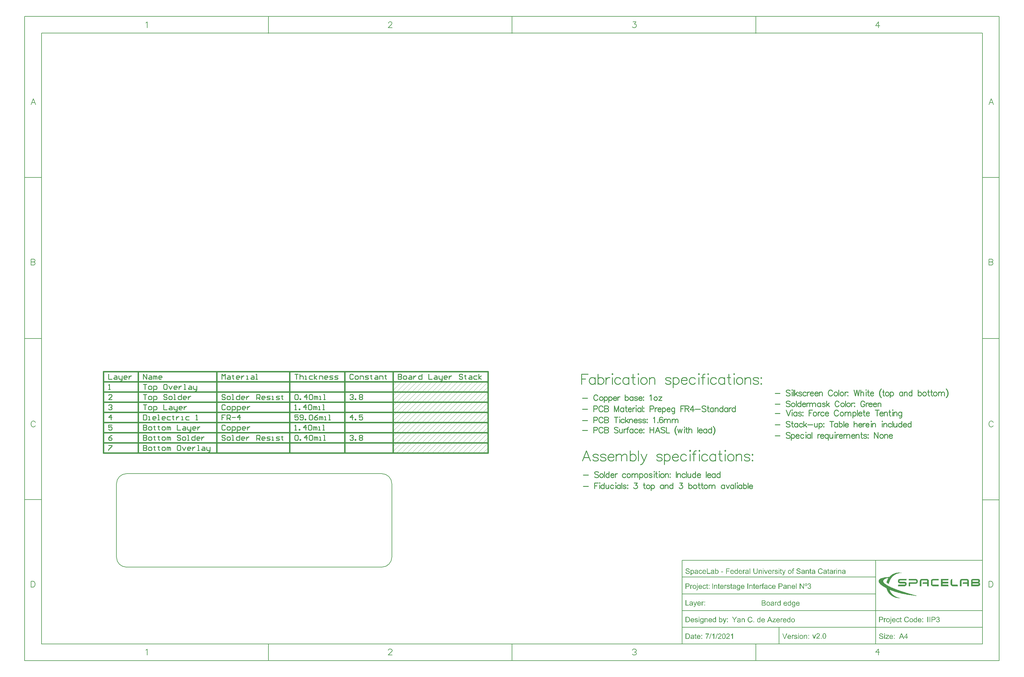
<source format=gm1>
G04*
G04 #@! TF.GenerationSoftware,Altium Limited,Altium Designer,18.1.7 (191)*
G04*
G04 Layer_Color=16711935*
%FSLAX25Y25*%
%MOIN*%
G70*
G01*
G75*
%ADD10C,0.00787*%
%ADD12C,0.01000*%
%ADD17C,0.01500*%
%ADD18C,0.00100*%
%ADD19C,0.00700*%
G36*
X799006Y-1464D02*
X799111Y-1474D01*
X799236Y-1493D01*
X799371Y-1512D01*
X799515Y-1541D01*
X799400Y-2214D01*
X799390D01*
X799361Y-2204D01*
X799313Y-2194D01*
X799255Y-2185D01*
X799179D01*
X799102Y-2175D01*
X798938Y-2166D01*
X798881D01*
X798823Y-2175D01*
X798746Y-2185D01*
X798669Y-2204D01*
X798583Y-2233D01*
X798506Y-2271D01*
X798439Y-2319D01*
X798429Y-2329D01*
X798419Y-2348D01*
X798390Y-2387D01*
X798371Y-2444D01*
X798343Y-2521D01*
X798314Y-2627D01*
X798304Y-2742D01*
X798294Y-2886D01*
Y-3300D01*
X799188D01*
Y-3905D01*
X798304D01*
Y-7874D01*
X797526D01*
Y-3905D01*
X796843D01*
Y-3300D01*
X797526D01*
Y-2819D01*
Y-2810D01*
Y-2800D01*
Y-2742D01*
X797535Y-2665D01*
Y-2560D01*
X797545Y-2454D01*
X797564Y-2339D01*
X797583Y-2233D01*
X797612Y-2137D01*
X797622Y-2127D01*
X797631Y-2089D01*
X797660Y-2031D01*
X797699Y-1964D01*
X797756Y-1877D01*
X797823Y-1801D01*
X797900Y-1724D01*
X797997Y-1647D01*
X798006Y-1637D01*
X798054Y-1618D01*
X798112Y-1589D01*
X798208Y-1551D01*
X798314Y-1512D01*
X798458Y-1483D01*
X798612Y-1464D01*
X798794Y-1455D01*
X798919D01*
X799006Y-1464D01*
D02*
G37*
G36*
X850064Y-2444D02*
X849285D01*
Y-1560D01*
X850064D01*
Y-2444D01*
D02*
G37*
G36*
X781957D02*
X781179D01*
Y-1560D01*
X781957D01*
Y-2444D01*
D02*
G37*
G36*
X763343D02*
X762565D01*
Y-1560D01*
X763343D01*
Y-2444D01*
D02*
G37*
G36*
X804704Y-1464D02*
X804772D01*
X804935Y-1483D01*
X805127Y-1512D01*
X805339Y-1551D01*
X805550Y-1608D01*
X805752Y-1685D01*
X805761D01*
X805771Y-1695D01*
X805800Y-1704D01*
X805838Y-1724D01*
X805934Y-1781D01*
X806059Y-1849D01*
X806194Y-1945D01*
X806328Y-2060D01*
X806463Y-2194D01*
X806578Y-2348D01*
X806588Y-2368D01*
X806626Y-2425D01*
X806674Y-2521D01*
X806722Y-2637D01*
X806780Y-2781D01*
X806838Y-2954D01*
X806876Y-3136D01*
X806895Y-3338D01*
X806098Y-3396D01*
Y-3386D01*
Y-3367D01*
X806088Y-3338D01*
X806079Y-3300D01*
X806059Y-3194D01*
X806021Y-3059D01*
X805963Y-2915D01*
X805886Y-2771D01*
X805781Y-2627D01*
X805656Y-2502D01*
X805637Y-2492D01*
X805588Y-2454D01*
X805502Y-2406D01*
X805387Y-2348D01*
X805233Y-2291D01*
X805041Y-2243D01*
X804820Y-2204D01*
X804560Y-2194D01*
X804435D01*
X804378Y-2204D01*
X804301D01*
X804137Y-2233D01*
X803955Y-2262D01*
X803772Y-2310D01*
X803599Y-2377D01*
X803522Y-2425D01*
X803455Y-2473D01*
X803445Y-2483D01*
X803407Y-2521D01*
X803349Y-2579D01*
X803292Y-2665D01*
X803224Y-2761D01*
X803176Y-2877D01*
X803138Y-3002D01*
X803119Y-3146D01*
Y-3165D01*
Y-3204D01*
X803128Y-3271D01*
X803148Y-3348D01*
X803176Y-3434D01*
X803224Y-3530D01*
X803282Y-3617D01*
X803359Y-3703D01*
X803368Y-3713D01*
X803417Y-3742D01*
X803445Y-3761D01*
X803484Y-3790D01*
X803541Y-3809D01*
X803609Y-3838D01*
X803686Y-3876D01*
X803772Y-3915D01*
X803868Y-3943D01*
X803984Y-3982D01*
X804118Y-4030D01*
X804262Y-4069D01*
X804426Y-4107D01*
X804608Y-4155D01*
X804618D01*
X804656Y-4165D01*
X804704Y-4174D01*
X804772Y-4193D01*
X804858Y-4213D01*
X804954Y-4241D01*
X805166Y-4290D01*
X805396Y-4357D01*
X805627Y-4424D01*
X805742Y-4453D01*
X805838Y-4491D01*
X805934Y-4530D01*
X806011Y-4559D01*
X806021D01*
X806040Y-4568D01*
X806059Y-4587D01*
X806098Y-4607D01*
X806194Y-4664D01*
X806319Y-4732D01*
X806453Y-4828D01*
X806588Y-4943D01*
X806713Y-5068D01*
X806818Y-5202D01*
X806828Y-5222D01*
X806857Y-5270D01*
X806905Y-5347D01*
X806953Y-5462D01*
X807001Y-5587D01*
X807049Y-5741D01*
X807078Y-5914D01*
X807088Y-6096D01*
Y-6106D01*
Y-6115D01*
Y-6144D01*
Y-6183D01*
X807068Y-6279D01*
X807049Y-6404D01*
X807020Y-6548D01*
X806963Y-6711D01*
X806895Y-6884D01*
X806799Y-7048D01*
X806790Y-7067D01*
X806742Y-7124D01*
X806684Y-7201D01*
X806588Y-7297D01*
X806472Y-7413D01*
X806328Y-7528D01*
X806155Y-7634D01*
X805963Y-7739D01*
X805954D01*
X805934Y-7749D01*
X805906Y-7759D01*
X805867Y-7778D01*
X805819Y-7797D01*
X805761Y-7816D01*
X805608Y-7855D01*
X805435Y-7903D01*
X805223Y-7941D01*
X805002Y-7970D01*
X804752Y-7980D01*
X804608D01*
X804541Y-7970D01*
X804454D01*
X804358Y-7960D01*
X804253Y-7951D01*
X804032Y-7922D01*
X803791Y-7874D01*
X803551Y-7816D01*
X803321Y-7739D01*
X803311D01*
X803292Y-7730D01*
X803263Y-7711D01*
X803224Y-7691D01*
X803119Y-7634D01*
X802994Y-7547D01*
X802840Y-7442D01*
X802696Y-7317D01*
X802542Y-7163D01*
X802407Y-6990D01*
Y-6980D01*
X802398Y-6971D01*
X802379Y-6942D01*
X802359Y-6903D01*
X802331Y-6855D01*
X802302Y-6798D01*
X802244Y-6654D01*
X802186Y-6490D01*
X802129Y-6288D01*
X802090Y-6077D01*
X802071Y-5846D01*
X802859Y-5779D01*
Y-5789D01*
Y-5798D01*
X802869Y-5856D01*
X802888Y-5942D01*
X802907Y-6058D01*
X802946Y-6183D01*
X802984Y-6317D01*
X803042Y-6442D01*
X803109Y-6567D01*
X803119Y-6577D01*
X803148Y-6615D01*
X803195Y-6673D01*
X803272Y-6740D01*
X803359Y-6817D01*
X803465Y-6903D01*
X803599Y-6980D01*
X803743Y-7057D01*
X803753D01*
X803763Y-7067D01*
X803820Y-7086D01*
X803907Y-7115D01*
X804032Y-7144D01*
X804166Y-7182D01*
X804339Y-7211D01*
X804522Y-7230D01*
X804714Y-7240D01*
X804791D01*
X804887Y-7230D01*
X804993Y-7220D01*
X805127Y-7211D01*
X805262Y-7182D01*
X805406Y-7153D01*
X805550Y-7105D01*
X805569Y-7096D01*
X805608Y-7076D01*
X805675Y-7048D01*
X805752Y-7000D01*
X805848Y-6942D01*
X805934Y-6875D01*
X806021Y-6798D01*
X806098Y-6711D01*
X806107Y-6702D01*
X806127Y-6663D01*
X806155Y-6615D01*
X806194Y-6548D01*
X806223Y-6471D01*
X806252Y-6375D01*
X806271Y-6279D01*
X806280Y-6173D01*
Y-6163D01*
Y-6125D01*
X806271Y-6067D01*
X806261Y-6000D01*
X806242Y-5914D01*
X806203Y-5827D01*
X806165Y-5741D01*
X806107Y-5654D01*
X806098Y-5644D01*
X806079Y-5616D01*
X806030Y-5577D01*
X805973Y-5520D01*
X805896Y-5462D01*
X805800Y-5404D01*
X805675Y-5337D01*
X805540Y-5279D01*
X805531Y-5270D01*
X805492Y-5260D01*
X805415Y-5241D01*
X805367Y-5222D01*
X805310Y-5202D01*
X805233Y-5183D01*
X805156Y-5164D01*
X805060Y-5135D01*
X804964Y-5106D01*
X804848Y-5077D01*
X804714Y-5049D01*
X804570Y-5010D01*
X804416Y-4972D01*
X804406D01*
X804378Y-4962D01*
X804329Y-4953D01*
X804272Y-4933D01*
X804205Y-4914D01*
X804128Y-4895D01*
X803945Y-4847D01*
X803743Y-4780D01*
X803541Y-4712D01*
X803359Y-4645D01*
X803272Y-4616D01*
X803205Y-4578D01*
X803195D01*
X803186Y-4568D01*
X803128Y-4530D01*
X803051Y-4482D01*
X802955Y-4414D01*
X802840Y-4328D01*
X802734Y-4232D01*
X802629Y-4117D01*
X802532Y-3992D01*
X802523Y-3972D01*
X802494Y-3924D01*
X802465Y-3857D01*
X802427Y-3761D01*
X802379Y-3646D01*
X802350Y-3511D01*
X802321Y-3357D01*
X802311Y-3204D01*
Y-3194D01*
Y-3184D01*
Y-3156D01*
Y-3117D01*
X802331Y-3031D01*
X802350Y-2915D01*
X802379Y-2771D01*
X802427Y-2627D01*
X802494Y-2464D01*
X802581Y-2310D01*
Y-2300D01*
X802590Y-2291D01*
X802629Y-2243D01*
X802696Y-2166D01*
X802782Y-2070D01*
X802888Y-1973D01*
X803022Y-1868D01*
X803186Y-1762D01*
X803368Y-1676D01*
X803378D01*
X803388Y-1666D01*
X803417Y-1656D01*
X803465Y-1637D01*
X803513Y-1627D01*
X803570Y-1608D01*
X803705Y-1560D01*
X803878Y-1522D01*
X804070Y-1493D01*
X804291Y-1464D01*
X804522Y-1455D01*
X804637D01*
X804704Y-1464D01*
D02*
G37*
G36*
X673893D02*
X673960D01*
X674124Y-1483D01*
X674316Y-1512D01*
X674527Y-1551D01*
X674739Y-1608D01*
X674940Y-1685D01*
X674950D01*
X674960Y-1695D01*
X674989Y-1704D01*
X675027Y-1724D01*
X675123Y-1781D01*
X675248Y-1849D01*
X675383Y-1945D01*
X675517Y-2060D01*
X675652Y-2194D01*
X675767Y-2348D01*
X675776Y-2368D01*
X675815Y-2425D01*
X675863Y-2521D01*
X675911Y-2637D01*
X675969Y-2781D01*
X676026Y-2954D01*
X676065Y-3136D01*
X676084Y-3338D01*
X675286Y-3396D01*
Y-3386D01*
Y-3367D01*
X675277Y-3338D01*
X675267Y-3300D01*
X675248Y-3194D01*
X675210Y-3059D01*
X675152Y-2915D01*
X675075Y-2771D01*
X674969Y-2627D01*
X674844Y-2502D01*
X674825Y-2492D01*
X674777Y-2454D01*
X674691Y-2406D01*
X674575Y-2348D01*
X674422Y-2291D01*
X674229Y-2243D01*
X674008Y-2204D01*
X673749Y-2194D01*
X673624D01*
X673566Y-2204D01*
X673489D01*
X673326Y-2233D01*
X673143Y-2262D01*
X672961Y-2310D01*
X672788Y-2377D01*
X672711Y-2425D01*
X672644Y-2473D01*
X672634Y-2483D01*
X672596Y-2521D01*
X672538Y-2579D01*
X672480Y-2665D01*
X672413Y-2761D01*
X672365Y-2877D01*
X672327Y-3002D01*
X672307Y-3146D01*
Y-3165D01*
Y-3204D01*
X672317Y-3271D01*
X672336Y-3348D01*
X672365Y-3434D01*
X672413Y-3530D01*
X672471Y-3617D01*
X672548Y-3703D01*
X672557Y-3713D01*
X672605Y-3742D01*
X672634Y-3761D01*
X672673Y-3790D01*
X672730Y-3809D01*
X672797Y-3838D01*
X672874Y-3876D01*
X672961Y-3915D01*
X673057Y-3943D01*
X673172Y-3982D01*
X673307Y-4030D01*
X673451Y-4069D01*
X673614Y-4107D01*
X673797Y-4155D01*
X673806D01*
X673845Y-4165D01*
X673893Y-4174D01*
X673960Y-4193D01*
X674047Y-4213D01*
X674143Y-4241D01*
X674354Y-4290D01*
X674585Y-4357D01*
X674816Y-4424D01*
X674931Y-4453D01*
X675027Y-4491D01*
X675123Y-4530D01*
X675200Y-4559D01*
X675210D01*
X675229Y-4568D01*
X675248Y-4587D01*
X675286Y-4607D01*
X675383Y-4664D01*
X675507Y-4732D01*
X675642Y-4828D01*
X675776Y-4943D01*
X675902Y-5068D01*
X676007Y-5202D01*
X676017Y-5222D01*
X676046Y-5270D01*
X676094Y-5347D01*
X676142Y-5462D01*
X676190Y-5587D01*
X676238Y-5741D01*
X676267Y-5914D01*
X676276Y-6096D01*
Y-6106D01*
Y-6115D01*
Y-6144D01*
Y-6183D01*
X676257Y-6279D01*
X676238Y-6404D01*
X676209Y-6548D01*
X676151Y-6711D01*
X676084Y-6884D01*
X675988Y-7048D01*
X675978Y-7067D01*
X675930Y-7124D01*
X675873Y-7201D01*
X675776Y-7297D01*
X675661Y-7413D01*
X675517Y-7528D01*
X675344Y-7634D01*
X675152Y-7739D01*
X675142D01*
X675123Y-7749D01*
X675094Y-7759D01*
X675056Y-7778D01*
X675008Y-7797D01*
X674950Y-7816D01*
X674796Y-7855D01*
X674623Y-7903D01*
X674412Y-7941D01*
X674191Y-7970D01*
X673941Y-7980D01*
X673797D01*
X673730Y-7970D01*
X673643D01*
X673547Y-7960D01*
X673441Y-7951D01*
X673220Y-7922D01*
X672980Y-7874D01*
X672740Y-7816D01*
X672509Y-7739D01*
X672500D01*
X672480Y-7730D01*
X672451Y-7711D01*
X672413Y-7691D01*
X672307Y-7634D01*
X672182Y-7547D01*
X672029Y-7442D01*
X671884Y-7317D01*
X671731Y-7163D01*
X671596Y-6990D01*
Y-6980D01*
X671587Y-6971D01*
X671567Y-6942D01*
X671548Y-6903D01*
X671519Y-6855D01*
X671490Y-6798D01*
X671433Y-6654D01*
X671375Y-6490D01*
X671317Y-6288D01*
X671279Y-6077D01*
X671260Y-5846D01*
X672048Y-5779D01*
Y-5789D01*
Y-5798D01*
X672057Y-5856D01*
X672077Y-5942D01*
X672096Y-6058D01*
X672134Y-6183D01*
X672173Y-6317D01*
X672230Y-6442D01*
X672298Y-6567D01*
X672307Y-6577D01*
X672336Y-6615D01*
X672384Y-6673D01*
X672461Y-6740D01*
X672548Y-6817D01*
X672653Y-6903D01*
X672788Y-6980D01*
X672932Y-7057D01*
X672942D01*
X672951Y-7067D01*
X673009Y-7086D01*
X673095Y-7115D01*
X673220Y-7144D01*
X673355Y-7182D01*
X673528Y-7211D01*
X673710Y-7230D01*
X673903Y-7240D01*
X673980D01*
X674076Y-7230D01*
X674181Y-7220D01*
X674316Y-7211D01*
X674450Y-7182D01*
X674594Y-7153D01*
X674739Y-7105D01*
X674758Y-7096D01*
X674796Y-7076D01*
X674864Y-7048D01*
X674940Y-7000D01*
X675037Y-6942D01*
X675123Y-6875D01*
X675210Y-6798D01*
X675286Y-6711D01*
X675296Y-6702D01*
X675315Y-6663D01*
X675344Y-6615D01*
X675383Y-6548D01*
X675411Y-6471D01*
X675440Y-6375D01*
X675459Y-6279D01*
X675469Y-6173D01*
Y-6163D01*
Y-6125D01*
X675459Y-6067D01*
X675450Y-6000D01*
X675431Y-5914D01*
X675392Y-5827D01*
X675354Y-5741D01*
X675296Y-5654D01*
X675286Y-5644D01*
X675267Y-5616D01*
X675219Y-5577D01*
X675162Y-5520D01*
X675085Y-5462D01*
X674989Y-5404D01*
X674864Y-5337D01*
X674729Y-5279D01*
X674719Y-5270D01*
X674681Y-5260D01*
X674604Y-5241D01*
X674556Y-5222D01*
X674498Y-5202D01*
X674422Y-5183D01*
X674345Y-5164D01*
X674249Y-5135D01*
X674153Y-5106D01*
X674037Y-5077D01*
X673903Y-5049D01*
X673758Y-5010D01*
X673605Y-4972D01*
X673595D01*
X673566Y-4962D01*
X673518Y-4953D01*
X673460Y-4933D01*
X673393Y-4914D01*
X673316Y-4895D01*
X673134Y-4847D01*
X672932Y-4780D01*
X672730Y-4712D01*
X672548Y-4645D01*
X672461Y-4616D01*
X672394Y-4578D01*
X672384D01*
X672375Y-4568D01*
X672317Y-4530D01*
X672240Y-4482D01*
X672144Y-4414D01*
X672029Y-4328D01*
X671923Y-4232D01*
X671817Y-4117D01*
X671721Y-3992D01*
X671711Y-3972D01*
X671683Y-3924D01*
X671654Y-3857D01*
X671615Y-3761D01*
X671567Y-3646D01*
X671538Y-3511D01*
X671510Y-3357D01*
X671500Y-3204D01*
Y-3194D01*
Y-3184D01*
Y-3156D01*
Y-3117D01*
X671519Y-3031D01*
X671538Y-2915D01*
X671567Y-2771D01*
X671615Y-2627D01*
X671683Y-2464D01*
X671769Y-2310D01*
Y-2300D01*
X671779Y-2291D01*
X671817Y-2243D01*
X671884Y-2166D01*
X671971Y-2070D01*
X672077Y-1973D01*
X672211Y-1868D01*
X672375Y-1762D01*
X672557Y-1676D01*
X672567D01*
X672576Y-1666D01*
X672605Y-1656D01*
X672653Y-1637D01*
X672701Y-1627D01*
X672759Y-1608D01*
X672893Y-1560D01*
X673067Y-1522D01*
X673259Y-1493D01*
X673480Y-1464D01*
X673710Y-1455D01*
X673826D01*
X673893Y-1464D01*
D02*
G37*
G36*
X830728D02*
X830805Y-1474D01*
X830901Y-1483D01*
X831007Y-1493D01*
X831122Y-1512D01*
X831372Y-1570D01*
X831641Y-1656D01*
X831776Y-1714D01*
X831910Y-1781D01*
X832035Y-1858D01*
X832160Y-1945D01*
X832170Y-1954D01*
X832189Y-1964D01*
X832218Y-1993D01*
X832266Y-2031D01*
X832314Y-2079D01*
X832381Y-2146D01*
X832448Y-2214D01*
X832516Y-2291D01*
X832592Y-2387D01*
X832660Y-2483D01*
X832737Y-2598D01*
X832814Y-2723D01*
X832881Y-2848D01*
X832948Y-2992D01*
X833063Y-3300D01*
X832237Y-3492D01*
Y-3482D01*
X832227Y-3463D01*
X832218Y-3425D01*
X832199Y-3376D01*
X832170Y-3319D01*
X832141Y-3252D01*
X832074Y-3108D01*
X831987Y-2944D01*
X831872Y-2771D01*
X831747Y-2617D01*
X831593Y-2483D01*
X831574Y-2473D01*
X831516Y-2435D01*
X831430Y-2387D01*
X831305Y-2319D01*
X831161Y-2262D01*
X830978Y-2214D01*
X830776Y-2175D01*
X830546Y-2166D01*
X830478D01*
X830430Y-2175D01*
X830363D01*
X830296Y-2185D01*
X830123Y-2214D01*
X829931Y-2252D01*
X829729Y-2319D01*
X829527Y-2406D01*
X829335Y-2521D01*
X829325D01*
X829315Y-2541D01*
X829258Y-2589D01*
X829171Y-2665D01*
X829066Y-2771D01*
X828960Y-2906D01*
X828845Y-3059D01*
X828739Y-3252D01*
X828652Y-3463D01*
Y-3473D01*
X828643Y-3492D01*
X828633Y-3521D01*
X828624Y-3569D01*
X828604Y-3617D01*
X828595Y-3684D01*
X828556Y-3838D01*
X828518Y-4020D01*
X828489Y-4222D01*
X828470Y-4443D01*
X828460Y-4674D01*
Y-4684D01*
Y-4712D01*
Y-4751D01*
Y-4808D01*
X828470Y-4876D01*
Y-4962D01*
X828479Y-5049D01*
X828489Y-5145D01*
X828518Y-5366D01*
X828556Y-5606D01*
X828614Y-5846D01*
X828691Y-6077D01*
Y-6087D01*
X828701Y-6106D01*
X828720Y-6135D01*
X828739Y-6173D01*
X828787Y-6288D01*
X828864Y-6413D01*
X828969Y-6567D01*
X829095Y-6711D01*
X829239Y-6855D01*
X829412Y-6980D01*
X829421D01*
X829431Y-6990D01*
X829460Y-7009D01*
X829498Y-7028D01*
X829604Y-7067D01*
X829738Y-7124D01*
X829892Y-7173D01*
X830075Y-7220D01*
X830276Y-7259D01*
X830488Y-7269D01*
X830555D01*
X830603Y-7259D01*
X830661D01*
X830738Y-7249D01*
X830901Y-7220D01*
X831084Y-7173D01*
X831286Y-7096D01*
X831478Y-7000D01*
X831670Y-6865D01*
X831680Y-6855D01*
X831689Y-6846D01*
X831747Y-6788D01*
X831833Y-6692D01*
X831939Y-6567D01*
X832045Y-6394D01*
X832160Y-6192D01*
X832256Y-5942D01*
X832333Y-5664D01*
X833169Y-5875D01*
Y-5885D01*
X833160Y-5923D01*
X833140Y-5971D01*
X833121Y-6048D01*
X833083Y-6125D01*
X833044Y-6231D01*
X833006Y-6336D01*
X832948Y-6452D01*
X832823Y-6711D01*
X832650Y-6971D01*
X832458Y-7220D01*
X832343Y-7336D01*
X832218Y-7442D01*
X832208Y-7451D01*
X832189Y-7461D01*
X832150Y-7490D01*
X832093Y-7528D01*
X832026Y-7566D01*
X831949Y-7615D01*
X831862Y-7663D01*
X831756Y-7711D01*
X831641Y-7759D01*
X831516Y-7807D01*
X831372Y-7855D01*
X831228Y-7893D01*
X830911Y-7960D01*
X830738Y-7970D01*
X830555Y-7980D01*
X830459D01*
X830382Y-7970D01*
X830296D01*
X830200Y-7960D01*
X830084Y-7941D01*
X829969Y-7932D01*
X829700Y-7874D01*
X829421Y-7807D01*
X829152Y-7701D01*
X829018Y-7643D01*
X828893Y-7566D01*
X828883Y-7557D01*
X828864Y-7547D01*
X828835Y-7518D01*
X828787Y-7490D01*
X828672Y-7394D01*
X828537Y-7259D01*
X828374Y-7096D01*
X828220Y-6884D01*
X828057Y-6644D01*
X827922Y-6365D01*
Y-6356D01*
X827912Y-6327D01*
X827893Y-6288D01*
X827874Y-6231D01*
X827845Y-6154D01*
X827816Y-6067D01*
X827787Y-5971D01*
X827759Y-5856D01*
X827730Y-5741D01*
X827701Y-5606D01*
X827643Y-5318D01*
X827605Y-5010D01*
X827595Y-4674D01*
Y-4664D01*
Y-4626D01*
Y-4578D01*
X827605Y-4510D01*
Y-4424D01*
X827614Y-4318D01*
X827624Y-4213D01*
X827643Y-4088D01*
X827691Y-3819D01*
X827749Y-3530D01*
X827845Y-3232D01*
X827970Y-2954D01*
Y-2944D01*
X827989Y-2925D01*
X828008Y-2886D01*
X828037Y-2829D01*
X828076Y-2771D01*
X828124Y-2704D01*
X828249Y-2541D01*
X828393Y-2358D01*
X828576Y-2175D01*
X828797Y-1993D01*
X829037Y-1839D01*
X829046D01*
X829066Y-1820D01*
X829104Y-1801D01*
X829162Y-1781D01*
X829219Y-1752D01*
X829296Y-1714D01*
X829392Y-1685D01*
X829488Y-1647D01*
X829594Y-1608D01*
X829710Y-1579D01*
X829969Y-1512D01*
X830257Y-1474D01*
X830565Y-1455D01*
X830661D01*
X830728Y-1464D01*
D02*
G37*
G36*
X732927Y-7874D02*
X732206D01*
Y-7307D01*
X732197Y-7317D01*
X732187Y-7336D01*
X732158Y-7365D01*
X732120Y-7413D01*
X732082Y-7461D01*
X732024Y-7518D01*
X731957Y-7576D01*
X731880Y-7643D01*
X731793Y-7701D01*
X731697Y-7768D01*
X731591Y-7826D01*
X731486Y-7874D01*
X731361Y-7922D01*
X731226Y-7951D01*
X731082Y-7970D01*
X730928Y-7980D01*
X730871D01*
X730832Y-7970D01*
X730726Y-7960D01*
X730602Y-7941D01*
X730438Y-7903D01*
X730275Y-7855D01*
X730092Y-7778D01*
X729919Y-7682D01*
X729910D01*
X729900Y-7672D01*
X729842Y-7624D01*
X729766Y-7557D01*
X729660Y-7461D01*
X729554Y-7345D01*
X729429Y-7201D01*
X729323Y-7038D01*
X729218Y-6846D01*
Y-6836D01*
X729208Y-6817D01*
X729199Y-6788D01*
X729179Y-6750D01*
X729160Y-6702D01*
X729141Y-6634D01*
X729093Y-6481D01*
X729045Y-6298D01*
X729006Y-6087D01*
X728977Y-5856D01*
X728968Y-5596D01*
Y-5587D01*
Y-5568D01*
Y-5529D01*
Y-5481D01*
X728977Y-5424D01*
Y-5347D01*
X728997Y-5183D01*
X729026Y-4991D01*
X729064Y-4789D01*
X729112Y-4568D01*
X729189Y-4357D01*
Y-4347D01*
X729199Y-4328D01*
X729218Y-4299D01*
X729237Y-4261D01*
X729285Y-4165D01*
X729362Y-4040D01*
X729458Y-3895D01*
X729573Y-3751D01*
X729708Y-3617D01*
X729871Y-3492D01*
X729881D01*
X729890Y-3482D01*
X729948Y-3444D01*
X730044Y-3396D01*
X730169Y-3338D01*
X730323Y-3290D01*
X730496Y-3242D01*
X730688Y-3204D01*
X730890Y-3194D01*
X730957D01*
X731034Y-3204D01*
X731140Y-3213D01*
X731246Y-3242D01*
X731370Y-3271D01*
X731495Y-3319D01*
X731620Y-3376D01*
X731639Y-3386D01*
X731678Y-3405D01*
X731736Y-3444D01*
X731812Y-3501D01*
X731889Y-3559D01*
X731985Y-3636D01*
X732072Y-3732D01*
X732149Y-3828D01*
Y-1560D01*
X732927D01*
Y-7874D01*
D02*
G37*
G36*
X679553Y-3213D02*
X679688Y-3232D01*
X679851Y-3271D01*
X680024Y-3319D01*
X680197Y-3396D01*
X680370Y-3501D01*
X680380D01*
X680389Y-3511D01*
X680447Y-3559D01*
X680524Y-3626D01*
X680630Y-3723D01*
X680735Y-3838D01*
X680851Y-3992D01*
X680956Y-4155D01*
X681052Y-4357D01*
Y-4366D01*
X681062Y-4386D01*
X681072Y-4414D01*
X681091Y-4453D01*
X681110Y-4501D01*
X681129Y-4568D01*
X681168Y-4712D01*
X681206Y-4895D01*
X681245Y-5097D01*
X681274Y-5318D01*
X681283Y-5558D01*
Y-5568D01*
Y-5587D01*
Y-5625D01*
Y-5673D01*
X681274Y-5741D01*
Y-5808D01*
X681254Y-5981D01*
X681216Y-6173D01*
X681177Y-6385D01*
X681110Y-6605D01*
X681024Y-6826D01*
Y-6836D01*
X681014Y-6855D01*
X680995Y-6884D01*
X680976Y-6923D01*
X680918Y-7019D01*
X680841Y-7144D01*
X680735Y-7278D01*
X680610Y-7422D01*
X680466Y-7557D01*
X680293Y-7682D01*
X680284D01*
X680274Y-7691D01*
X680245Y-7711D01*
X680207Y-7730D01*
X680111Y-7778D01*
X679986Y-7826D01*
X679832Y-7884D01*
X679669Y-7932D01*
X679476Y-7970D01*
X679284Y-7980D01*
X679217D01*
X679150Y-7970D01*
X679053Y-7960D01*
X678948Y-7941D01*
X678832Y-7913D01*
X678708Y-7874D01*
X678592Y-7826D01*
X678583Y-7816D01*
X678544Y-7797D01*
X678487Y-7759D01*
X678419Y-7711D01*
X678333Y-7653D01*
X678256Y-7586D01*
X678169Y-7499D01*
X678093Y-7413D01*
Y-9623D01*
X677314D01*
Y-3300D01*
X678025D01*
Y-3895D01*
X678035Y-3876D01*
X678064Y-3838D01*
X678121Y-3780D01*
X678189Y-3703D01*
X678265Y-3617D01*
X678362Y-3530D01*
X678467Y-3444D01*
X678583Y-3376D01*
X678602Y-3367D01*
X678640Y-3348D01*
X678708Y-3319D01*
X678794Y-3280D01*
X678909Y-3252D01*
X679034Y-3223D01*
X679178Y-3204D01*
X679342Y-3194D01*
X679438D01*
X679553Y-3213D01*
D02*
G37*
G36*
X853542Y-3204D02*
X853638Y-3213D01*
X853754Y-3232D01*
X853888Y-3261D01*
X854013Y-3300D01*
X854148Y-3348D01*
X854167Y-3357D01*
X854205Y-3376D01*
X854263Y-3405D01*
X854340Y-3453D01*
X854426Y-3511D01*
X854513Y-3578D01*
X854599Y-3655D01*
X854667Y-3742D01*
X854676Y-3751D01*
X854696Y-3780D01*
X854724Y-3838D01*
X854763Y-3905D01*
X854801Y-3982D01*
X854840Y-4078D01*
X854878Y-4193D01*
X854907Y-4309D01*
Y-4318D01*
X854916Y-4347D01*
X854926Y-4405D01*
X854936Y-4482D01*
Y-4587D01*
X854945Y-4722D01*
X854955Y-4876D01*
Y-5068D01*
Y-7874D01*
X854177D01*
Y-5097D01*
Y-5087D01*
Y-5077D01*
Y-5020D01*
Y-4933D01*
X854167Y-4828D01*
X854157Y-4722D01*
X854138Y-4597D01*
X854109Y-4491D01*
X854080Y-4395D01*
Y-4386D01*
X854061Y-4357D01*
X854042Y-4309D01*
X854013Y-4261D01*
X853965Y-4193D01*
X853907Y-4136D01*
X853840Y-4069D01*
X853763Y-4011D01*
X853754Y-4001D01*
X853725Y-3992D01*
X853677Y-3963D01*
X853610Y-3934D01*
X853533Y-3915D01*
X853437Y-3886D01*
X853341Y-3876D01*
X853225Y-3867D01*
X853139D01*
X853052Y-3886D01*
X852927Y-3905D01*
X852793Y-3943D01*
X852658Y-4001D01*
X852504Y-4078D01*
X852370Y-4184D01*
X852351Y-4203D01*
X852312Y-4251D01*
X852255Y-4328D01*
X852226Y-4386D01*
X852197Y-4453D01*
X852159Y-4530D01*
X852130Y-4616D01*
X852101Y-4712D01*
X852072Y-4818D01*
X852043Y-4943D01*
X852034Y-5077D01*
X852014Y-5222D01*
Y-5375D01*
Y-7874D01*
X851236D01*
Y-3300D01*
X851937D01*
Y-3953D01*
X851947Y-3943D01*
X851957Y-3924D01*
X851985Y-3886D01*
X852034Y-3838D01*
X852082Y-3780D01*
X852149Y-3713D01*
X852216Y-3646D01*
X852303Y-3569D01*
X852408Y-3501D01*
X852514Y-3434D01*
X852629Y-3367D01*
X852764Y-3309D01*
X852899Y-3261D01*
X853052Y-3223D01*
X853216Y-3204D01*
X853389Y-3194D01*
X853456D01*
X853542Y-3204D01*
D02*
G37*
G36*
X815333D02*
X815429Y-3213D01*
X815544Y-3232D01*
X815679Y-3261D01*
X815804Y-3300D01*
X815938Y-3348D01*
X815958Y-3357D01*
X815996Y-3376D01*
X816054Y-3405D01*
X816131Y-3453D01*
X816217Y-3511D01*
X816304Y-3578D01*
X816390Y-3655D01*
X816457Y-3742D01*
X816467Y-3751D01*
X816486Y-3780D01*
X816515Y-3838D01*
X816553Y-3905D01*
X816592Y-3982D01*
X816630Y-4078D01*
X816669Y-4193D01*
X816698Y-4309D01*
Y-4318D01*
X816707Y-4347D01*
X816717Y-4405D01*
X816726Y-4482D01*
Y-4587D01*
X816736Y-4722D01*
X816746Y-4876D01*
Y-5068D01*
Y-7874D01*
X815967D01*
Y-5097D01*
Y-5087D01*
Y-5077D01*
Y-5020D01*
Y-4933D01*
X815958Y-4828D01*
X815948Y-4722D01*
X815929Y-4597D01*
X815900Y-4491D01*
X815871Y-4395D01*
Y-4386D01*
X815852Y-4357D01*
X815833Y-4309D01*
X815804Y-4261D01*
X815756Y-4193D01*
X815698Y-4136D01*
X815631Y-4069D01*
X815554Y-4011D01*
X815544Y-4001D01*
X815516Y-3992D01*
X815467Y-3963D01*
X815400Y-3934D01*
X815323Y-3915D01*
X815227Y-3886D01*
X815131Y-3876D01*
X815016Y-3867D01*
X814929D01*
X814843Y-3886D01*
X814718Y-3905D01*
X814583Y-3943D01*
X814449Y-4001D01*
X814295Y-4078D01*
X814161Y-4184D01*
X814141Y-4203D01*
X814103Y-4251D01*
X814045Y-4328D01*
X814016Y-4386D01*
X813988Y-4453D01*
X813949Y-4530D01*
X813920Y-4616D01*
X813892Y-4712D01*
X813863Y-4818D01*
X813834Y-4943D01*
X813824Y-5077D01*
X813805Y-5222D01*
Y-5375D01*
Y-7874D01*
X813027D01*
Y-3300D01*
X813728D01*
Y-3953D01*
X813738Y-3943D01*
X813747Y-3924D01*
X813776Y-3886D01*
X813824Y-3838D01*
X813872Y-3780D01*
X813939Y-3713D01*
X814007Y-3646D01*
X814093Y-3569D01*
X814199Y-3501D01*
X814305Y-3434D01*
X814420Y-3367D01*
X814555Y-3309D01*
X814689Y-3261D01*
X814843Y-3223D01*
X815006Y-3204D01*
X815179Y-3194D01*
X815246D01*
X815333Y-3204D01*
D02*
G37*
G36*
X759960D02*
X760056Y-3213D01*
X760172Y-3232D01*
X760306Y-3261D01*
X760431Y-3300D01*
X760566Y-3348D01*
X760585Y-3357D01*
X760623Y-3376D01*
X760681Y-3405D01*
X760758Y-3453D01*
X760844Y-3511D01*
X760931Y-3578D01*
X761017Y-3655D01*
X761085Y-3742D01*
X761094Y-3751D01*
X761113Y-3780D01*
X761142Y-3838D01*
X761181Y-3905D01*
X761219Y-3982D01*
X761258Y-4078D01*
X761296Y-4193D01*
X761325Y-4309D01*
Y-4318D01*
X761334Y-4347D01*
X761344Y-4405D01*
X761354Y-4482D01*
Y-4587D01*
X761363Y-4722D01*
X761373Y-4876D01*
Y-5068D01*
Y-7874D01*
X760594D01*
Y-5097D01*
Y-5087D01*
Y-5077D01*
Y-5020D01*
Y-4933D01*
X760585Y-4828D01*
X760575Y-4722D01*
X760556Y-4597D01*
X760527Y-4491D01*
X760498Y-4395D01*
Y-4386D01*
X760479Y-4357D01*
X760460Y-4309D01*
X760431Y-4261D01*
X760383Y-4193D01*
X760325Y-4136D01*
X760258Y-4069D01*
X760181Y-4011D01*
X760172Y-4001D01*
X760143Y-3992D01*
X760095Y-3963D01*
X760027Y-3934D01*
X759950Y-3915D01*
X759854Y-3886D01*
X759758Y-3876D01*
X759643Y-3867D01*
X759556D01*
X759470Y-3886D01*
X759345Y-3905D01*
X759211Y-3943D01*
X759076Y-4001D01*
X758922Y-4078D01*
X758788Y-4184D01*
X758769Y-4203D01*
X758730Y-4251D01*
X758672Y-4328D01*
X758644Y-4386D01*
X758615Y-4453D01*
X758576Y-4530D01*
X758547Y-4616D01*
X758519Y-4712D01*
X758490Y-4818D01*
X758461Y-4943D01*
X758451Y-5077D01*
X758432Y-5222D01*
Y-5375D01*
Y-7874D01*
X757654D01*
Y-3300D01*
X758355D01*
Y-3953D01*
X758365Y-3943D01*
X758375Y-3924D01*
X758403Y-3886D01*
X758451Y-3838D01*
X758499Y-3780D01*
X758567Y-3713D01*
X758634Y-3646D01*
X758720Y-3569D01*
X758826Y-3501D01*
X758932Y-3434D01*
X759047Y-3367D01*
X759182Y-3309D01*
X759316Y-3261D01*
X759470Y-3223D01*
X759633Y-3204D01*
X759806Y-3194D01*
X759874D01*
X759960Y-3204D01*
D02*
G37*
G36*
X848170D02*
X848276Y-3223D01*
X848391Y-3261D01*
X848526Y-3300D01*
X848670Y-3367D01*
X848824Y-3453D01*
X848545Y-4165D01*
X848536Y-4155D01*
X848497Y-4136D01*
X848439Y-4107D01*
X848372Y-4078D01*
X848286Y-4049D01*
X848190Y-4020D01*
X848084Y-4001D01*
X847978Y-3992D01*
X847940D01*
X847892Y-4001D01*
X847824Y-4011D01*
X847757Y-4030D01*
X847680Y-4059D01*
X847603Y-4097D01*
X847526Y-4145D01*
X847517Y-4155D01*
X847498Y-4174D01*
X847459Y-4213D01*
X847421Y-4261D01*
X847373Y-4318D01*
X847325Y-4395D01*
X847286Y-4482D01*
X847248Y-4578D01*
X847238Y-4597D01*
X847229Y-4645D01*
X847209Y-4732D01*
X847190Y-4847D01*
X847161Y-4981D01*
X847142Y-5135D01*
X847132Y-5299D01*
X847123Y-5481D01*
Y-7874D01*
X846344D01*
Y-3300D01*
X847046D01*
Y-3982D01*
X847056Y-3972D01*
X847094Y-3915D01*
X847142Y-3828D01*
X847200Y-3732D01*
X847277Y-3626D01*
X847363Y-3521D01*
X847440Y-3425D01*
X847526Y-3357D01*
X847536Y-3348D01*
X847565Y-3328D01*
X847613Y-3309D01*
X847680Y-3271D01*
X847748Y-3242D01*
X847834Y-3223D01*
X847930Y-3204D01*
X848026Y-3194D01*
X848093D01*
X848170Y-3204D01*
D02*
G37*
G36*
X775653D02*
X775759Y-3223D01*
X775874Y-3261D01*
X776009Y-3300D01*
X776153Y-3367D01*
X776307Y-3453D01*
X776028Y-4165D01*
X776018Y-4155D01*
X775980Y-4136D01*
X775922Y-4107D01*
X775855Y-4078D01*
X775769Y-4049D01*
X775672Y-4020D01*
X775567Y-4001D01*
X775461Y-3992D01*
X775423D01*
X775375Y-4001D01*
X775307Y-4011D01*
X775240Y-4030D01*
X775163Y-4059D01*
X775086Y-4097D01*
X775009Y-4145D01*
X775000Y-4155D01*
X774981Y-4174D01*
X774942Y-4213D01*
X774904Y-4261D01*
X774856Y-4318D01*
X774808Y-4395D01*
X774769Y-4482D01*
X774731Y-4578D01*
X774721Y-4597D01*
X774712Y-4645D01*
X774692Y-4732D01*
X774673Y-4847D01*
X774644Y-4981D01*
X774625Y-5135D01*
X774615Y-5299D01*
X774606Y-5481D01*
Y-7874D01*
X773827D01*
Y-3300D01*
X774529D01*
Y-3982D01*
X774539Y-3972D01*
X774577Y-3915D01*
X774625Y-3828D01*
X774683Y-3732D01*
X774759Y-3626D01*
X774846Y-3521D01*
X774923Y-3425D01*
X775009Y-3357D01*
X775019Y-3348D01*
X775048Y-3328D01*
X775096Y-3309D01*
X775163Y-3271D01*
X775230Y-3242D01*
X775317Y-3223D01*
X775413Y-3204D01*
X775509Y-3194D01*
X775576D01*
X775653Y-3204D01*
D02*
G37*
G36*
X740875D02*
X740980Y-3223D01*
X741096Y-3261D01*
X741230Y-3300D01*
X741374Y-3367D01*
X741528Y-3453D01*
X741250Y-4165D01*
X741240Y-4155D01*
X741201Y-4136D01*
X741144Y-4107D01*
X741077Y-4078D01*
X740990Y-4049D01*
X740894Y-4020D01*
X740788Y-4001D01*
X740683Y-3992D01*
X740644D01*
X740596Y-4001D01*
X740529Y-4011D01*
X740461Y-4030D01*
X740385Y-4059D01*
X740308Y-4097D01*
X740231Y-4145D01*
X740221Y-4155D01*
X740202Y-4174D01*
X740164Y-4213D01*
X740125Y-4261D01*
X740077Y-4318D01*
X740029Y-4395D01*
X739991Y-4482D01*
X739952Y-4578D01*
X739943Y-4597D01*
X739933Y-4645D01*
X739914Y-4732D01*
X739894Y-4847D01*
X739866Y-4981D01*
X739846Y-5135D01*
X739837Y-5299D01*
X739827Y-5481D01*
Y-7874D01*
X739049D01*
Y-3300D01*
X739750D01*
Y-3982D01*
X739760Y-3972D01*
X739798Y-3915D01*
X739846Y-3828D01*
X739904Y-3732D01*
X739981Y-3626D01*
X740067Y-3521D01*
X740144Y-3425D01*
X740231Y-3357D01*
X740240Y-3348D01*
X740269Y-3328D01*
X740317Y-3309D01*
X740385Y-3271D01*
X740452Y-3242D01*
X740538Y-3223D01*
X740634Y-3204D01*
X740730Y-3194D01*
X740798D01*
X740875Y-3204D01*
D02*
G37*
G36*
X778450D02*
X778575Y-3213D01*
X778728Y-3232D01*
X778882Y-3261D01*
X779046Y-3300D01*
X779199Y-3357D01*
X779209D01*
X779219Y-3367D01*
X779267Y-3386D01*
X779344Y-3425D01*
X779430Y-3463D01*
X779526Y-3530D01*
X779632Y-3598D01*
X779728Y-3684D01*
X779805Y-3780D01*
X779814Y-3790D01*
X779834Y-3828D01*
X779872Y-3886D01*
X779920Y-3963D01*
X779959Y-4059D01*
X780007Y-4184D01*
X780045Y-4318D01*
X780084Y-4472D01*
X779324Y-4578D01*
Y-4559D01*
X779315Y-4520D01*
X779295Y-4453D01*
X779267Y-4376D01*
X779228Y-4290D01*
X779171Y-4203D01*
X779103Y-4107D01*
X779017Y-4030D01*
X779007Y-4020D01*
X778969Y-4001D01*
X778911Y-3963D01*
X778834Y-3924D01*
X778738Y-3895D01*
X778613Y-3857D01*
X778479Y-3838D01*
X778315Y-3828D01*
X778229D01*
X778133Y-3838D01*
X778017Y-3847D01*
X777892Y-3876D01*
X777768Y-3905D01*
X777642Y-3953D01*
X777546Y-4011D01*
X777537Y-4020D01*
X777508Y-4040D01*
X777479Y-4078D01*
X777441Y-4126D01*
X777393Y-4184D01*
X777364Y-4261D01*
X777335Y-4338D01*
X777325Y-4424D01*
Y-4434D01*
Y-4453D01*
X777335Y-4482D01*
Y-4520D01*
X777364Y-4607D01*
X777412Y-4703D01*
X777422Y-4712D01*
X777431Y-4722D01*
X777489Y-4770D01*
X777527Y-4808D01*
X777575Y-4837D01*
X777642Y-4876D01*
X777710Y-4905D01*
X777719D01*
X777739Y-4914D01*
X777777Y-4924D01*
X777844Y-4943D01*
X777931Y-4972D01*
X778056Y-5010D01*
X778209Y-5049D01*
X778296Y-5077D01*
X778402Y-5106D01*
X778411D01*
X778440Y-5116D01*
X778479Y-5126D01*
X778536Y-5145D01*
X778604Y-5164D01*
X778680Y-5183D01*
X778853Y-5231D01*
X779046Y-5289D01*
X779238Y-5356D01*
X779411Y-5414D01*
X779488Y-5443D01*
X779555Y-5472D01*
X779574Y-5481D01*
X779613Y-5500D01*
X779670Y-5529D01*
X779738Y-5568D01*
X779824Y-5625D01*
X779911Y-5702D01*
X779987Y-5779D01*
X780064Y-5875D01*
X780074Y-5885D01*
X780093Y-5923D01*
X780122Y-5981D01*
X780160Y-6058D01*
X780199Y-6154D01*
X780228Y-6269D01*
X780247Y-6394D01*
X780257Y-6538D01*
Y-6558D01*
Y-6605D01*
X780247Y-6682D01*
X780228Y-6769D01*
X780199Y-6884D01*
X780160Y-7009D01*
X780103Y-7134D01*
X780026Y-7269D01*
X780016Y-7288D01*
X779987Y-7326D01*
X779930Y-7384D01*
X779853Y-7461D01*
X779766Y-7547D01*
X779651Y-7634D01*
X779517Y-7720D01*
X779363Y-7797D01*
X779344Y-7807D01*
X779286Y-7826D01*
X779199Y-7855D01*
X779084Y-7884D01*
X778940Y-7922D01*
X778777Y-7951D01*
X778594Y-7970D01*
X778402Y-7980D01*
X778315D01*
X778258Y-7970D01*
X778181D01*
X778094Y-7960D01*
X777892Y-7932D01*
X777671Y-7893D01*
X777450Y-7826D01*
X777229Y-7739D01*
X777133Y-7682D01*
X777037Y-7615D01*
X777028D01*
X777018Y-7595D01*
X776960Y-7547D01*
X776883Y-7461D01*
X776787Y-7336D01*
X776691Y-7182D01*
X776595Y-6990D01*
X776509Y-6769D01*
X776451Y-6509D01*
X777220Y-6385D01*
Y-6394D01*
Y-6404D01*
X777229Y-6461D01*
X777258Y-6548D01*
X777287Y-6654D01*
X777335Y-6769D01*
X777393Y-6884D01*
X777479Y-7000D01*
X777575Y-7105D01*
X777585Y-7115D01*
X777633Y-7144D01*
X777700Y-7182D01*
X777787Y-7220D01*
X777912Y-7269D01*
X778046Y-7307D01*
X778219Y-7336D01*
X778402Y-7345D01*
X778488D01*
X778584Y-7336D01*
X778700Y-7317D01*
X778834Y-7297D01*
X778969Y-7259D01*
X779094Y-7201D01*
X779199Y-7134D01*
X779209Y-7124D01*
X779238Y-7096D01*
X779286Y-7048D01*
X779334Y-6990D01*
X779372Y-6913D01*
X779420Y-6817D01*
X779449Y-6721D01*
X779459Y-6615D01*
Y-6605D01*
Y-6567D01*
X779449Y-6529D01*
X779430Y-6461D01*
X779401Y-6404D01*
X779363Y-6327D01*
X779305Y-6260D01*
X779228Y-6202D01*
X779219Y-6192D01*
X779190Y-6183D01*
X779142Y-6163D01*
X779065Y-6125D01*
X778959Y-6096D01*
X778825Y-6048D01*
X778738Y-6019D01*
X778652Y-6000D01*
X778546Y-5971D01*
X778431Y-5942D01*
X778421D01*
X778392Y-5933D01*
X778354Y-5923D01*
X778296Y-5904D01*
X778219Y-5885D01*
X778142Y-5866D01*
X777960Y-5808D01*
X777768Y-5750D01*
X777566Y-5692D01*
X777383Y-5625D01*
X777306Y-5596D01*
X777239Y-5568D01*
X777229Y-5558D01*
X777181Y-5539D01*
X777124Y-5500D01*
X777056Y-5452D01*
X776970Y-5395D01*
X776893Y-5318D01*
X776806Y-5231D01*
X776739Y-5135D01*
X776730Y-5126D01*
X776710Y-5087D01*
X776691Y-5029D01*
X776662Y-4953D01*
X776624Y-4866D01*
X776605Y-4760D01*
X776585Y-4645D01*
X776576Y-4520D01*
Y-4510D01*
Y-4472D01*
X776585Y-4405D01*
X776595Y-4338D01*
X776605Y-4251D01*
X776634Y-4155D01*
X776662Y-4049D01*
X776710Y-3953D01*
X776720Y-3943D01*
X776739Y-3905D01*
X776768Y-3857D01*
X776816Y-3799D01*
X776864Y-3732D01*
X776931Y-3665D01*
X777008Y-3588D01*
X777095Y-3521D01*
X777104Y-3511D01*
X777133Y-3501D01*
X777172Y-3473D01*
X777229Y-3444D01*
X777297Y-3405D01*
X777383Y-3367D01*
X777479Y-3328D01*
X777585Y-3290D01*
X777604D01*
X777642Y-3271D01*
X777700Y-3261D01*
X777787Y-3242D01*
X777892Y-3223D01*
X777998Y-3213D01*
X778123Y-3194D01*
X778344D01*
X778450Y-3204D01*
D02*
G37*
G36*
X689086D02*
X689154D01*
X689221Y-3213D01*
X689394Y-3242D01*
X689586Y-3290D01*
X689797Y-3357D01*
X689999Y-3453D01*
X690182Y-3578D01*
X690192D01*
X690201Y-3598D01*
X690259Y-3646D01*
X690336Y-3732D01*
X690432Y-3847D01*
X690538Y-4001D01*
X690634Y-4184D01*
X690720Y-4405D01*
X690787Y-4645D01*
X690038Y-4760D01*
Y-4751D01*
X690028Y-4741D01*
X690019Y-4684D01*
X689990Y-4607D01*
X689951Y-4501D01*
X689894Y-4386D01*
X689826Y-4270D01*
X689749Y-4165D01*
X689653Y-4069D01*
X689644Y-4059D01*
X689605Y-4030D01*
X689548Y-3992D01*
X689471Y-3943D01*
X689375Y-3905D01*
X689269Y-3867D01*
X689134Y-3838D01*
X689000Y-3828D01*
X688942D01*
X688904Y-3838D01*
X688798Y-3847D01*
X688664Y-3876D01*
X688510Y-3934D01*
X688356Y-4011D01*
X688193Y-4107D01*
X688116Y-4174D01*
X688049Y-4251D01*
X688029Y-4270D01*
X688020Y-4299D01*
X687991Y-4328D01*
X687962Y-4376D01*
X687933Y-4434D01*
X687904Y-4501D01*
X687876Y-4578D01*
X687837Y-4664D01*
X687808Y-4760D01*
X687779Y-4876D01*
X687751Y-4991D01*
X687722Y-5126D01*
X687712Y-5270D01*
X687693Y-5424D01*
Y-5587D01*
Y-5596D01*
Y-5625D01*
Y-5673D01*
X687703Y-5741D01*
Y-5818D01*
X687712Y-5904D01*
X687741Y-6096D01*
X687779Y-6317D01*
X687837Y-6548D01*
X687924Y-6750D01*
X687981Y-6846D01*
X688039Y-6932D01*
X688058Y-6951D01*
X688106Y-7000D01*
X688183Y-7067D01*
X688289Y-7134D01*
X688414Y-7211D01*
X688577Y-7278D01*
X688750Y-7326D01*
X688846Y-7336D01*
X688952Y-7345D01*
X689029D01*
X689115Y-7326D01*
X689221Y-7307D01*
X689336Y-7278D01*
X689471Y-7230D01*
X689596Y-7163D01*
X689711Y-7067D01*
X689721Y-7057D01*
X689759Y-7009D01*
X689817Y-6951D01*
X689874Y-6855D01*
X689942Y-6730D01*
X690009Y-6586D01*
X690067Y-6404D01*
X690105Y-6202D01*
X690864Y-6308D01*
Y-6317D01*
X690855Y-6346D01*
X690845Y-6385D01*
X690835Y-6432D01*
X690816Y-6500D01*
X690797Y-6577D01*
X690739Y-6759D01*
X690653Y-6951D01*
X690538Y-7163D01*
X690393Y-7355D01*
X690220Y-7538D01*
X690211D01*
X690201Y-7557D01*
X690172Y-7576D01*
X690134Y-7605D01*
X690076Y-7643D01*
X690019Y-7682D01*
X689874Y-7759D01*
X689692Y-7836D01*
X689471Y-7913D01*
X689230Y-7960D01*
X689096Y-7970D01*
X688962Y-7980D01*
X688875D01*
X688808Y-7970D01*
X688731Y-7960D01*
X688635Y-7951D01*
X688539Y-7932D01*
X688423Y-7903D01*
X688183Y-7836D01*
X688058Y-7778D01*
X687933Y-7720D01*
X687808Y-7653D01*
X687693Y-7576D01*
X687578Y-7480D01*
X687462Y-7374D01*
X687453Y-7365D01*
X687433Y-7345D01*
X687414Y-7307D01*
X687376Y-7259D01*
X687328Y-7192D01*
X687280Y-7115D01*
X687232Y-7028D01*
X687184Y-6923D01*
X687126Y-6807D01*
X687078Y-6673D01*
X687030Y-6529D01*
X686982Y-6365D01*
X686943Y-6202D01*
X686924Y-6010D01*
X686905Y-5818D01*
X686895Y-5606D01*
Y-5596D01*
Y-5577D01*
Y-5529D01*
Y-5481D01*
X686905Y-5414D01*
Y-5347D01*
X686924Y-5164D01*
X686953Y-4962D01*
X687001Y-4751D01*
X687059Y-4520D01*
X687136Y-4309D01*
Y-4299D01*
X687145Y-4280D01*
X687164Y-4251D01*
X687184Y-4213D01*
X687241Y-4117D01*
X687318Y-3992D01*
X687424Y-3857D01*
X687549Y-3723D01*
X687703Y-3588D01*
X687876Y-3473D01*
X687885D01*
X687895Y-3463D01*
X687924Y-3444D01*
X687962Y-3425D01*
X688068Y-3386D01*
X688202Y-3328D01*
X688356Y-3280D01*
X688548Y-3232D01*
X688750Y-3204D01*
X688962Y-3194D01*
X689038D01*
X689086Y-3204D01*
D02*
G37*
G36*
X715658Y-5981D02*
X713284D01*
Y-5202D01*
X715658D01*
Y-5981D01*
D02*
G37*
G36*
X766514Y-7874D02*
X765784D01*
X764044Y-3300D01*
X764861D01*
X765841Y-6048D01*
X765851Y-6067D01*
X765870Y-6125D01*
X765899Y-6211D01*
X765938Y-6327D01*
X765986Y-6461D01*
X766034Y-6615D01*
X766091Y-6788D01*
X766139Y-6961D01*
X766149Y-6942D01*
X766159Y-6894D01*
X766187Y-6817D01*
X766216Y-6721D01*
X766255Y-6596D01*
X766303Y-6442D01*
X766360Y-6279D01*
X766428Y-6096D01*
X767446Y-3300D01*
X768244D01*
X766514Y-7874D01*
D02*
G37*
G36*
X787599Y-7951D02*
Y-7960D01*
X787589Y-7980D01*
X787570Y-8018D01*
X787550Y-8076D01*
X787531Y-8134D01*
X787502Y-8201D01*
X787445Y-8364D01*
X787368Y-8537D01*
X787301Y-8700D01*
X787233Y-8864D01*
X787195Y-8931D01*
X787166Y-8989D01*
X787156Y-9008D01*
X787128Y-9046D01*
X787089Y-9114D01*
X787032Y-9200D01*
X786955Y-9287D01*
X786878Y-9383D01*
X786782Y-9469D01*
X786686Y-9546D01*
X786676Y-9556D01*
X786637Y-9575D01*
X786580Y-9604D01*
X786503Y-9633D01*
X786416Y-9671D01*
X786301Y-9700D01*
X786186Y-9719D01*
X786051Y-9729D01*
X786013D01*
X785965Y-9719D01*
X785907D01*
X785830Y-9709D01*
X785744Y-9690D01*
X785552Y-9633D01*
X785465Y-8912D01*
X785475D01*
X785503Y-8922D01*
X785552Y-8931D01*
X785619Y-8950D01*
X785753Y-8979D01*
X785907Y-8989D01*
X785955D01*
X785994Y-8979D01*
X786061D01*
X786195Y-8950D01*
X786263Y-8931D01*
X786320Y-8902D01*
X786330D01*
X786349Y-8883D01*
X786378Y-8864D01*
X786407Y-8835D01*
X786493Y-8758D01*
X786580Y-8652D01*
Y-8643D01*
X786589Y-8624D01*
X786609Y-8595D01*
X786637Y-8537D01*
X786666Y-8460D01*
X786705Y-8364D01*
X786753Y-8230D01*
X786810Y-8076D01*
X786820Y-8066D01*
X786830Y-8028D01*
X786859Y-7970D01*
X786887Y-7884D01*
X785148Y-3300D01*
X785974D01*
X786926Y-5933D01*
Y-5942D01*
X786935Y-5952D01*
X786945Y-5981D01*
X786955Y-6019D01*
X786993Y-6125D01*
X787041Y-6260D01*
X787089Y-6413D01*
X787147Y-6596D01*
X787205Y-6788D01*
X787262Y-6990D01*
Y-6980D01*
X787272Y-6971D01*
Y-6942D01*
X787291Y-6903D01*
X787310Y-6798D01*
X787349Y-6673D01*
X787397Y-6519D01*
X787454Y-6346D01*
X787512Y-6163D01*
X787579Y-5971D01*
X788559Y-3300D01*
X789328D01*
X787599Y-7951D01*
D02*
G37*
G36*
X923895Y-6548D02*
X925241D01*
Y-6740D01*
X926394D01*
Y-6932D01*
X927163D01*
Y-7124D01*
X926394D01*
Y-6932D01*
X924856D01*
Y-7124D01*
X923318D01*
Y-7316D01*
X922357D01*
Y-7509D01*
X921588D01*
Y-7701D01*
X921012D01*
Y-7893D01*
X920627D01*
Y-8085D01*
X920051D01*
Y-8277D01*
X919666D01*
Y-8470D01*
X919282D01*
Y-8662D01*
X918897D01*
Y-8854D01*
X918513D01*
Y-9046D01*
X918128D01*
Y-9239D01*
X917936D01*
Y-9431D01*
X917552D01*
Y-9623D01*
X917359D01*
Y-9815D01*
X916975D01*
Y-10008D01*
X916783D01*
Y-10200D01*
X916590D01*
Y-10392D01*
X916398D01*
Y-10584D01*
X916206D01*
Y-10776D01*
X915822D01*
Y-10969D01*
X915629D01*
Y-11161D01*
X915437D01*
Y-11353D01*
X915245D01*
Y-11545D01*
X915053D01*
Y-11738D01*
X914860D01*
Y-11930D01*
Y-12122D01*
X914668D01*
Y-12314D01*
X914476D01*
Y-12506D01*
X914284D01*
Y-12699D01*
X914091D01*
Y-12891D01*
X913899D01*
Y-13083D01*
Y-13275D01*
X913707D01*
Y-13468D01*
X913515D01*
Y-13660D01*
Y-13852D01*
X913323D01*
Y-14044D01*
X913130D01*
Y-14237D01*
Y-14429D01*
X912938D01*
Y-14621D01*
Y-14813D01*
X912746D01*
Y-15006D01*
Y-15198D01*
X912554D01*
Y-15390D01*
Y-15582D01*
X912361D01*
Y-15774D01*
Y-15967D01*
X912169D01*
Y-16159D01*
Y-16351D01*
Y-16543D01*
X911977D01*
Y-16736D01*
Y-16928D01*
X911785D01*
Y-17120D01*
Y-17312D01*
Y-17504D01*
X911592D01*
Y-17697D01*
Y-17889D01*
Y-18081D01*
Y-18273D01*
Y-18466D01*
X911400D01*
Y-18658D01*
Y-18850D01*
Y-19042D01*
Y-19234D01*
X911208D01*
Y-19427D01*
Y-19619D01*
Y-19811D01*
Y-20004D01*
X911016D01*
Y-19811D01*
X910631D01*
Y-19619D01*
X910439D01*
Y-19427D01*
X910055D01*
Y-19234D01*
X909670D01*
Y-19042D01*
X909478D01*
Y-18850D01*
X909093D01*
Y-18658D01*
X908901D01*
Y-18466D01*
X908517D01*
Y-18273D01*
X908325D01*
Y-18081D01*
Y-17889D01*
X908517D01*
Y-17697D01*
Y-17504D01*
Y-17312D01*
Y-17120D01*
X908709D01*
Y-16928D01*
Y-16736D01*
Y-16543D01*
X908901D01*
Y-16351D01*
Y-16159D01*
Y-15967D01*
X909093D01*
Y-15774D01*
Y-15582D01*
X909286D01*
Y-15390D01*
Y-15198D01*
X909478D01*
Y-15006D01*
Y-14813D01*
Y-14621D01*
X909670D01*
Y-14429D01*
X909863D01*
Y-14237D01*
Y-14044D01*
X910055D01*
Y-13852D01*
Y-13660D01*
X910247D01*
Y-13468D01*
Y-13275D01*
X910631D01*
Y-13083D01*
Y-12891D01*
X909286D01*
Y-13083D01*
X908709D01*
Y-13275D01*
X908132D01*
Y-13468D01*
X907556D01*
Y-13660D01*
X907171D01*
Y-13852D01*
X906787D01*
Y-14044D01*
X906402D01*
Y-14237D01*
X906210D01*
Y-14429D01*
X906018D01*
Y-14621D01*
X905633D01*
Y-14813D01*
X905441D01*
Y-15006D01*
X905249D01*
Y-15198D01*
X905057D01*
Y-15390D01*
Y-15582D01*
X904865D01*
Y-15774D01*
X904672D01*
Y-15967D01*
Y-16159D01*
X904480D01*
Y-16351D01*
Y-16543D01*
Y-16736D01*
Y-16928D01*
Y-17120D01*
Y-17312D01*
X904672D01*
Y-17504D01*
Y-17697D01*
X904865D01*
Y-17889D01*
X905057D01*
Y-18081D01*
Y-18273D01*
X905249D01*
Y-18466D01*
X905441D01*
Y-18658D01*
X905633D01*
Y-18850D01*
X905826D01*
Y-19042D01*
X906018D01*
Y-19234D01*
X906210D01*
Y-19427D01*
X906402D01*
Y-19619D01*
X906787D01*
Y-19811D01*
X906979D01*
Y-20004D01*
X907171D01*
Y-20196D01*
X907556D01*
Y-20388D01*
X907748D01*
Y-20580D01*
X907940D01*
Y-20772D01*
X908325D01*
Y-20965D01*
X908709D01*
Y-21157D01*
X908901D01*
Y-21349D01*
X909286D01*
Y-21541D01*
X909670D01*
Y-21734D01*
X909863D01*
Y-21926D01*
X910247D01*
Y-22118D01*
X910631D01*
Y-22310D01*
X911016D01*
Y-22502D01*
X911400D01*
Y-22695D01*
X911785D01*
Y-22887D01*
X912169D01*
Y-23079D01*
X912554D01*
Y-23271D01*
X912938D01*
Y-23464D01*
X913323D01*
Y-23656D01*
X913707D01*
Y-23848D01*
X914284D01*
Y-24040D01*
X914668D01*
Y-24232D01*
X915053D01*
Y-24425D01*
X915437D01*
Y-24617D01*
X916014D01*
Y-24809D01*
X916398D01*
Y-25001D01*
X916783D01*
Y-25194D01*
X917359D01*
Y-25386D01*
X917936D01*
Y-25578D01*
X918320D01*
Y-25770D01*
X918897D01*
Y-25962D01*
X919282D01*
Y-26155D01*
X919858D01*
Y-26347D01*
X920435D01*
Y-26539D01*
X920819D01*
Y-26732D01*
X921396D01*
Y-26924D01*
X921973D01*
Y-27116D01*
X922550D01*
Y-27308D01*
X923126D01*
Y-27500D01*
X923511D01*
Y-27693D01*
X924280D01*
Y-27885D01*
X924664D01*
Y-28077D01*
X925241D01*
Y-28269D01*
X926010D01*
Y-28462D01*
X926394D01*
Y-28654D01*
X927163D01*
Y-28846D01*
X927740D01*
Y-29038D01*
X928316D01*
Y-29230D01*
X928893D01*
Y-29423D01*
X929470D01*
Y-29615D01*
X930046D01*
Y-29807D01*
X930623D01*
Y-29999D01*
X931392D01*
Y-30192D01*
X931969D01*
Y-30384D01*
X932545D01*
Y-30576D01*
X933314D01*
Y-30768D01*
X933891D01*
Y-30961D01*
X934468D01*
Y-31153D01*
X935237D01*
Y-31345D01*
X935813D01*
Y-31537D01*
X936390D01*
Y-31729D01*
X937159D01*
Y-31922D01*
X937736D01*
Y-32114D01*
X938505D01*
Y-32306D01*
X939081D01*
Y-32498D01*
X939850D01*
Y-32691D01*
X940427D01*
Y-32883D01*
X941196D01*
Y-33075D01*
X941965D01*
Y-33267D01*
X942541D01*
Y-33459D01*
X943310D01*
Y-33652D01*
X943887D01*
Y-33844D01*
X944656D01*
Y-34036D01*
X943695D01*
Y-33844D01*
X941772D01*
Y-33652D01*
X940042D01*
Y-33459D01*
X938312D01*
Y-33267D01*
X937159D01*
Y-33075D01*
X935813D01*
Y-32883D01*
X934468D01*
Y-32691D01*
X933507D01*
Y-32498D01*
X932161D01*
Y-32306D01*
X931200D01*
Y-32114D01*
X930239D01*
Y-31922D01*
X929085D01*
Y-31729D01*
X928316D01*
Y-31537D01*
X927355D01*
Y-31345D01*
X926586D01*
Y-31153D01*
X925817D01*
Y-30961D01*
X924856D01*
Y-30768D01*
X924280D01*
Y-30576D01*
X923511D01*
Y-30384D01*
X922742D01*
Y-30192D01*
X921973D01*
Y-29999D01*
X921204D01*
Y-29807D01*
X920627D01*
Y-29615D01*
X920051D01*
Y-29423D01*
X919474D01*
Y-29230D01*
X918705D01*
Y-29038D01*
X918128D01*
Y-28846D01*
X917552D01*
Y-28654D01*
X916975D01*
Y-28462D01*
X916398D01*
Y-28269D01*
X915822D01*
Y-28077D01*
X915245D01*
Y-27885D01*
X914860D01*
Y-27693D01*
X914284D01*
Y-27500D01*
X913899D01*
Y-27308D01*
X913323D01*
Y-27116D01*
X912938D01*
Y-26924D01*
X912361D01*
Y-26732D01*
X912169D01*
Y-26924D01*
Y-27116D01*
Y-27308D01*
X912361D01*
Y-27500D01*
Y-27693D01*
X912554D01*
Y-27885D01*
Y-28077D01*
Y-28269D01*
X912746D01*
Y-28462D01*
X912938D01*
Y-28654D01*
Y-28846D01*
X913130D01*
Y-29038D01*
Y-29230D01*
X913323D01*
Y-29423D01*
Y-29615D01*
X913515D01*
Y-29807D01*
X913707D01*
Y-29999D01*
Y-30192D01*
X913899D01*
Y-30384D01*
X914091D01*
Y-30576D01*
X914284D01*
Y-30768D01*
Y-30961D01*
X914476D01*
Y-31153D01*
X914668D01*
Y-31345D01*
X914860D01*
Y-31537D01*
X915053D01*
Y-31729D01*
X915245D01*
Y-31922D01*
X915437D01*
Y-32114D01*
X915629D01*
Y-32306D01*
X915822D01*
Y-32498D01*
X916014D01*
Y-32691D01*
X916206D01*
Y-32883D01*
X916398D01*
Y-33075D01*
X916783D01*
Y-33267D01*
X916975D01*
Y-33459D01*
X917167D01*
Y-33652D01*
X917552D01*
Y-33844D01*
X917744D01*
Y-34036D01*
X918128D01*
Y-34228D01*
X918320D01*
Y-34421D01*
X918705D01*
Y-34613D01*
X919089D01*
Y-34805D01*
X919474D01*
Y-34997D01*
X919858D01*
Y-35190D01*
X920435D01*
Y-35382D01*
X920819D01*
Y-35574D01*
X921396D01*
Y-35766D01*
X921973D01*
Y-35958D01*
X922934D01*
Y-36151D01*
X924087D01*
Y-36343D01*
X924664D01*
Y-36535D01*
X921588D01*
Y-36343D01*
X920051D01*
Y-36151D01*
X919282D01*
Y-35958D01*
X918513D01*
Y-35766D01*
X918128D01*
Y-35574D01*
X917552D01*
Y-35382D01*
X916975D01*
Y-35190D01*
X916590D01*
Y-34997D01*
X916206D01*
Y-34805D01*
X915822D01*
Y-34613D01*
X915437D01*
Y-34421D01*
X915245D01*
Y-34228D01*
X914860D01*
Y-34036D01*
X914668D01*
Y-33844D01*
X914284D01*
Y-33652D01*
X914091D01*
Y-33459D01*
X913707D01*
Y-33267D01*
X913515D01*
Y-33075D01*
X913323D01*
Y-32883D01*
X913130D01*
Y-32691D01*
X912938D01*
Y-32498D01*
X912746D01*
Y-32306D01*
X912361D01*
Y-32114D01*
X912169D01*
Y-31922D01*
Y-31729D01*
X911977D01*
Y-31537D01*
X911785D01*
Y-31345D01*
X911592D01*
Y-31153D01*
X911400D01*
Y-30961D01*
X911208D01*
Y-30768D01*
X911016D01*
Y-30576D01*
Y-30384D01*
X910824D01*
Y-30192D01*
X910631D01*
Y-29999D01*
X910439D01*
Y-29807D01*
Y-29615D01*
X910247D01*
Y-29423D01*
Y-29230D01*
X910055D01*
Y-29038D01*
X909863D01*
Y-28846D01*
Y-28654D01*
X909670D01*
Y-28462D01*
Y-28269D01*
X909478D01*
Y-28077D01*
Y-27885D01*
X909286D01*
Y-27693D01*
Y-27500D01*
X909093D01*
Y-27308D01*
Y-27116D01*
Y-26924D01*
X908901D01*
Y-26732D01*
Y-26539D01*
Y-26347D01*
X908709D01*
Y-26155D01*
Y-25962D01*
X908517D01*
Y-25770D01*
Y-25578D01*
Y-25386D01*
Y-25194D01*
X908325D01*
Y-25001D01*
Y-24809D01*
X907940D01*
Y-24617D01*
X907556D01*
Y-24425D01*
X907171D01*
Y-24232D01*
X906787D01*
Y-24040D01*
X906595D01*
Y-23848D01*
X906210D01*
Y-23656D01*
X905826D01*
Y-23464D01*
X905441D01*
Y-23271D01*
X905249D01*
Y-23079D01*
X904865D01*
Y-22887D01*
X904672D01*
Y-22695D01*
X904288D01*
Y-22502D01*
X903903D01*
Y-22310D01*
X903711D01*
Y-22118D01*
X903327D01*
Y-21926D01*
X903135D01*
Y-21734D01*
X902942D01*
Y-21541D01*
X902558D01*
Y-21349D01*
X902365D01*
Y-21157D01*
X902173D01*
Y-20965D01*
X901981D01*
Y-20772D01*
X901597D01*
Y-20580D01*
X901404D01*
Y-20388D01*
X901212D01*
Y-20196D01*
X901020D01*
Y-20004D01*
X900828D01*
Y-19811D01*
X900636D01*
Y-19619D01*
X900443D01*
Y-19427D01*
X900251D01*
Y-19234D01*
Y-19042D01*
X900059D01*
Y-18850D01*
X899867D01*
Y-18658D01*
X899674D01*
Y-18466D01*
Y-18273D01*
X899482D01*
Y-18081D01*
Y-17889D01*
X899290D01*
Y-17697D01*
Y-17504D01*
X899098D01*
Y-17312D01*
Y-17120D01*
Y-16928D01*
Y-16736D01*
X898905D01*
Y-16543D01*
Y-16351D01*
Y-16159D01*
X899098D01*
Y-15967D01*
Y-15774D01*
Y-15582D01*
X899290D01*
Y-15390D01*
Y-15198D01*
X899482D01*
Y-15006D01*
Y-14813D01*
X899674D01*
Y-14621D01*
X899867D01*
Y-14429D01*
X900059D01*
Y-14237D01*
X900443D01*
Y-14044D01*
X900636D01*
Y-13852D01*
X901020D01*
Y-13660D01*
X901404D01*
Y-13468D01*
X901789D01*
Y-13275D01*
X902173D01*
Y-13083D01*
X902750D01*
Y-12891D01*
X903519D01*
Y-12699D01*
X904096D01*
Y-12506D01*
X905057D01*
Y-12314D01*
X906018D01*
Y-12122D01*
X907556D01*
Y-11930D01*
X910055D01*
Y-11738D01*
X911592D01*
Y-11545D01*
X911785D01*
Y-11353D01*
X911977D01*
Y-11161D01*
X912169D01*
Y-10969D01*
X912361D01*
Y-10776D01*
X912554D01*
Y-10584D01*
X912746D01*
Y-10392D01*
X912938D01*
Y-10200D01*
X913130D01*
Y-10008D01*
X913323D01*
Y-9815D01*
X913707D01*
Y-9623D01*
X913899D01*
Y-9431D01*
X914091D01*
Y-9239D01*
X914476D01*
Y-9046D01*
X914668D01*
Y-8854D01*
X915053D01*
Y-8662D01*
X915245D01*
Y-8470D01*
X915629D01*
Y-8277D01*
X916014D01*
Y-8085D01*
X916398D01*
Y-7893D01*
X916783D01*
Y-7701D01*
X917167D01*
Y-7509D01*
X917744D01*
Y-7316D01*
X918320D01*
Y-7124D01*
X918897D01*
Y-6932D01*
X919666D01*
Y-6740D01*
X920819D01*
Y-6548D01*
X922165D01*
Y-6355D01*
X923895D01*
Y-6548D01*
D02*
G37*
G36*
X756366Y-5212D02*
Y-5222D01*
Y-5251D01*
Y-5299D01*
Y-5366D01*
X756356Y-5452D01*
Y-5539D01*
X756347Y-5644D01*
X756337Y-5760D01*
X756308Y-6000D01*
X756270Y-6250D01*
X756222Y-6500D01*
X756145Y-6721D01*
Y-6730D01*
X756135Y-6750D01*
X756126Y-6779D01*
X756107Y-6817D01*
X756049Y-6913D01*
X755972Y-7048D01*
X755866Y-7192D01*
X755732Y-7345D01*
X755559Y-7490D01*
X755367Y-7634D01*
X755357D01*
X755338Y-7653D01*
X755309Y-7663D01*
X755261Y-7691D01*
X755213Y-7711D01*
X755146Y-7739D01*
X755059Y-7778D01*
X754973Y-7807D01*
X754877Y-7836D01*
X754761Y-7874D01*
X754646Y-7903D01*
X754511Y-7922D01*
X754223Y-7960D01*
X753896Y-7980D01*
X753810D01*
X753752Y-7970D01*
X753675D01*
X753589Y-7960D01*
X753493Y-7951D01*
X753387Y-7941D01*
X753156Y-7903D01*
X752916Y-7855D01*
X752666Y-7778D01*
X752445Y-7682D01*
X752435D01*
X752416Y-7663D01*
X752397Y-7653D01*
X752359Y-7624D01*
X752253Y-7557D01*
X752138Y-7451D01*
X752003Y-7326D01*
X751878Y-7182D01*
X751753Y-7000D01*
X751648Y-6798D01*
Y-6788D01*
X751638Y-6769D01*
X751628Y-6740D01*
X751609Y-6692D01*
X751590Y-6634D01*
X751571Y-6558D01*
X751551Y-6471D01*
X751532Y-6375D01*
X751503Y-6269D01*
X751484Y-6154D01*
X751465Y-6019D01*
X751446Y-5885D01*
X751427Y-5731D01*
X751417Y-5568D01*
X751407Y-5395D01*
Y-5212D01*
Y-1560D01*
X752243D01*
Y-5212D01*
Y-5222D01*
Y-5251D01*
Y-5289D01*
Y-5347D01*
Y-5414D01*
X752253Y-5491D01*
X752262Y-5673D01*
X752282Y-5866D01*
X752301Y-6067D01*
X752339Y-6260D01*
X752359Y-6346D01*
X752388Y-6423D01*
X752397Y-6442D01*
X752416Y-6490D01*
X752455Y-6558D01*
X752512Y-6644D01*
X752580Y-6740D01*
X752676Y-6846D01*
X752781Y-6942D01*
X752916Y-7028D01*
X752935Y-7038D01*
X752983Y-7057D01*
X753060Y-7096D01*
X753166Y-7124D01*
X753300Y-7163D01*
X753454Y-7201D01*
X753627Y-7220D01*
X753819Y-7230D01*
X753906D01*
X753973Y-7220D01*
X754050D01*
X754137Y-7211D01*
X754329Y-7182D01*
X754550Y-7124D01*
X754761Y-7057D01*
X754963Y-6951D01*
X755059Y-6894D01*
X755136Y-6817D01*
Y-6807D01*
X755155Y-6798D01*
X755174Y-6769D01*
X755194Y-6730D01*
X755232Y-6682D01*
X755261Y-6625D01*
X755299Y-6548D01*
X755338Y-6461D01*
X755367Y-6356D01*
X755405Y-6240D01*
X755443Y-6115D01*
X755472Y-5962D01*
X755491Y-5798D01*
X755511Y-5625D01*
X755530Y-5424D01*
Y-5212D01*
Y-1560D01*
X756366D01*
Y-5212D01*
D02*
G37*
G36*
X858270Y-3204D02*
X858405Y-3213D01*
X858559Y-3232D01*
X858722Y-3252D01*
X858876Y-3290D01*
X859020Y-3338D01*
X859039Y-3348D01*
X859078Y-3357D01*
X859145Y-3396D01*
X859222Y-3434D01*
X859308Y-3482D01*
X859404Y-3540D01*
X859481Y-3607D01*
X859558Y-3684D01*
X859568Y-3694D01*
X859587Y-3723D01*
X859616Y-3761D01*
X859654Y-3828D01*
X859693Y-3905D01*
X859731Y-3992D01*
X859770Y-4097D01*
X859798Y-4213D01*
Y-4222D01*
X859808Y-4251D01*
X859818Y-4299D01*
X859827Y-4376D01*
Y-4472D01*
X859837Y-4597D01*
X859846Y-4741D01*
Y-4924D01*
Y-5962D01*
Y-5971D01*
Y-6010D01*
Y-6067D01*
Y-6135D01*
Y-6221D01*
Y-6317D01*
X859856Y-6538D01*
Y-6779D01*
X859866Y-7000D01*
X859875Y-7105D01*
Y-7192D01*
X859885Y-7269D01*
X859894Y-7336D01*
Y-7345D01*
X859904Y-7384D01*
X859914Y-7442D01*
X859933Y-7509D01*
X859962Y-7586D01*
X860000Y-7682D01*
X860087Y-7874D01*
X859280D01*
X859270Y-7864D01*
X859260Y-7836D01*
X859241Y-7778D01*
X859212Y-7711D01*
X859183Y-7624D01*
X859164Y-7528D01*
X859145Y-7422D01*
X859126Y-7297D01*
X859107Y-7317D01*
X859049Y-7355D01*
X858972Y-7422D01*
X858857Y-7499D01*
X858732Y-7595D01*
X858588Y-7682D01*
X858443Y-7759D01*
X858290Y-7826D01*
X858270Y-7836D01*
X858222Y-7845D01*
X858146Y-7874D01*
X858040Y-7903D01*
X857905Y-7932D01*
X857761Y-7951D01*
X857607Y-7970D01*
X857434Y-7980D01*
X857367D01*
X857309Y-7970D01*
X857252D01*
X857175Y-7960D01*
X857012Y-7932D01*
X856819Y-7893D01*
X856637Y-7826D01*
X856444Y-7739D01*
X856281Y-7615D01*
X856262Y-7595D01*
X856214Y-7547D01*
X856156Y-7470D01*
X856079Y-7355D01*
X856003Y-7220D01*
X855945Y-7067D01*
X855897Y-6875D01*
X855877Y-6673D01*
Y-6654D01*
Y-6615D01*
X855887Y-6548D01*
X855897Y-6471D01*
X855916Y-6375D01*
X855935Y-6269D01*
X855974Y-6163D01*
X856022Y-6058D01*
X856031Y-6048D01*
X856050Y-6010D01*
X856079Y-5962D01*
X856127Y-5894D01*
X856185Y-5827D01*
X856262Y-5750D01*
X856339Y-5683D01*
X856425Y-5616D01*
X856435Y-5606D01*
X856473Y-5587D01*
X856521Y-5558D01*
X856589Y-5520D01*
X856675Y-5472D01*
X856762Y-5433D01*
X856867Y-5395D01*
X856983Y-5356D01*
X856992D01*
X857031Y-5347D01*
X857079Y-5337D01*
X857156Y-5318D01*
X857252Y-5299D01*
X857377Y-5279D01*
X857511Y-5260D01*
X857675Y-5241D01*
X857684D01*
X857713Y-5231D01*
X857761D01*
X857828Y-5222D01*
X857905Y-5212D01*
X857992Y-5202D01*
X858203Y-5164D01*
X858424Y-5126D01*
X858655Y-5087D01*
X858876Y-5029D01*
X858972Y-5001D01*
X859058Y-4972D01*
Y-4962D01*
Y-4943D01*
X859068Y-4885D01*
Y-4818D01*
Y-4789D01*
Y-4770D01*
Y-4760D01*
Y-4751D01*
Y-4693D01*
X859058Y-4607D01*
X859039Y-4510D01*
X859010Y-4405D01*
X858972Y-4290D01*
X858924Y-4193D01*
X858847Y-4107D01*
X858837Y-4097D01*
X858789Y-4069D01*
X858722Y-4020D01*
X858626Y-3972D01*
X858501Y-3924D01*
X858347Y-3876D01*
X858165Y-3847D01*
X857963Y-3838D01*
X857876D01*
X857780Y-3847D01*
X857655Y-3857D01*
X857521Y-3886D01*
X857396Y-3915D01*
X857261Y-3963D01*
X857156Y-4030D01*
X857146Y-4040D01*
X857117Y-4069D01*
X857069Y-4117D01*
X857012Y-4184D01*
X856944Y-4280D01*
X856887Y-4395D01*
X856819Y-4539D01*
X856771Y-4703D01*
X856012Y-4597D01*
Y-4587D01*
X856022Y-4578D01*
X856031Y-4520D01*
X856060Y-4434D01*
X856089Y-4318D01*
X856137Y-4193D01*
X856195Y-4069D01*
X856262Y-3934D01*
X856348Y-3819D01*
X856358Y-3809D01*
X856396Y-3771D01*
X856444Y-3713D01*
X856521Y-3646D01*
X856618Y-3578D01*
X856742Y-3501D01*
X856877Y-3425D01*
X857031Y-3357D01*
X857040D01*
X857050Y-3348D01*
X857079Y-3338D01*
X857108Y-3328D01*
X857204Y-3309D01*
X857329Y-3271D01*
X857482Y-3242D01*
X857655Y-3223D01*
X857857Y-3204D01*
X858069Y-3194D01*
X858165D01*
X858270Y-3204D01*
D02*
G37*
G36*
X850064Y-7874D02*
X849285D01*
Y-3300D01*
X850064D01*
Y-7874D01*
D02*
G37*
G36*
X843577Y-3204D02*
X843711Y-3213D01*
X843865Y-3232D01*
X844028Y-3252D01*
X844182Y-3290D01*
X844326Y-3338D01*
X844346Y-3348D01*
X844384Y-3357D01*
X844451Y-3396D01*
X844528Y-3434D01*
X844615Y-3482D01*
X844711Y-3540D01*
X844788Y-3607D01*
X844864Y-3684D01*
X844874Y-3694D01*
X844893Y-3723D01*
X844922Y-3761D01*
X844961Y-3828D01*
X844999Y-3905D01*
X845037Y-3992D01*
X845076Y-4097D01*
X845105Y-4213D01*
Y-4222D01*
X845114Y-4251D01*
X845124Y-4299D01*
X845134Y-4376D01*
Y-4472D01*
X845143Y-4597D01*
X845153Y-4741D01*
Y-4924D01*
Y-5962D01*
Y-5971D01*
Y-6010D01*
Y-6067D01*
Y-6135D01*
Y-6221D01*
Y-6317D01*
X845162Y-6538D01*
Y-6779D01*
X845172Y-7000D01*
X845182Y-7105D01*
Y-7192D01*
X845191Y-7269D01*
X845201Y-7336D01*
Y-7345D01*
X845210Y-7384D01*
X845220Y-7442D01*
X845239Y-7509D01*
X845268Y-7586D01*
X845307Y-7682D01*
X845393Y-7874D01*
X844586D01*
X844576Y-7864D01*
X844567Y-7836D01*
X844547Y-7778D01*
X844518Y-7711D01*
X844490Y-7624D01*
X844471Y-7528D01*
X844451Y-7422D01*
X844432Y-7297D01*
X844413Y-7317D01*
X844355Y-7355D01*
X844278Y-7422D01*
X844163Y-7499D01*
X844038Y-7595D01*
X843894Y-7682D01*
X843750Y-7759D01*
X843596Y-7826D01*
X843577Y-7836D01*
X843529Y-7845D01*
X843452Y-7874D01*
X843346Y-7903D01*
X843212Y-7932D01*
X843067Y-7951D01*
X842914Y-7970D01*
X842741Y-7980D01*
X842673D01*
X842616Y-7970D01*
X842558D01*
X842481Y-7960D01*
X842318Y-7932D01*
X842126Y-7893D01*
X841943Y-7826D01*
X841751Y-7739D01*
X841588Y-7615D01*
X841568Y-7595D01*
X841520Y-7547D01*
X841463Y-7470D01*
X841386Y-7355D01*
X841309Y-7220D01*
X841251Y-7067D01*
X841203Y-6875D01*
X841184Y-6673D01*
Y-6654D01*
Y-6615D01*
X841193Y-6548D01*
X841203Y-6471D01*
X841222Y-6375D01*
X841241Y-6269D01*
X841280Y-6163D01*
X841328Y-6058D01*
X841338Y-6048D01*
X841357Y-6010D01*
X841386Y-5962D01*
X841434Y-5894D01*
X841491Y-5827D01*
X841568Y-5750D01*
X841645Y-5683D01*
X841732Y-5616D01*
X841741Y-5606D01*
X841780Y-5587D01*
X841828Y-5558D01*
X841895Y-5520D01*
X841982Y-5472D01*
X842068Y-5433D01*
X842174Y-5395D01*
X842289Y-5356D01*
X842299D01*
X842337Y-5347D01*
X842385Y-5337D01*
X842462Y-5318D01*
X842558Y-5299D01*
X842683Y-5279D01*
X842818Y-5260D01*
X842981Y-5241D01*
X842990D01*
X843019Y-5231D01*
X843067D01*
X843135Y-5222D01*
X843212Y-5212D01*
X843298Y-5202D01*
X843509Y-5164D01*
X843731Y-5126D01*
X843961Y-5087D01*
X844182Y-5029D01*
X844278Y-5001D01*
X844365Y-4972D01*
Y-4962D01*
Y-4943D01*
X844374Y-4885D01*
Y-4818D01*
Y-4789D01*
Y-4770D01*
Y-4760D01*
Y-4751D01*
Y-4693D01*
X844365Y-4607D01*
X844346Y-4510D01*
X844317Y-4405D01*
X844278Y-4290D01*
X844230Y-4193D01*
X844153Y-4107D01*
X844144Y-4097D01*
X844096Y-4069D01*
X844028Y-4020D01*
X843932Y-3972D01*
X843807Y-3924D01*
X843654Y-3876D01*
X843471Y-3847D01*
X843269Y-3838D01*
X843183D01*
X843087Y-3847D01*
X842962Y-3857D01*
X842827Y-3886D01*
X842702Y-3915D01*
X842568Y-3963D01*
X842462Y-4030D01*
X842452Y-4040D01*
X842424Y-4069D01*
X842375Y-4117D01*
X842318Y-4184D01*
X842251Y-4280D01*
X842193Y-4395D01*
X842126Y-4539D01*
X842078Y-4703D01*
X841318Y-4597D01*
Y-4587D01*
X841328Y-4578D01*
X841338Y-4520D01*
X841366Y-4434D01*
X841395Y-4318D01*
X841443Y-4193D01*
X841501Y-4069D01*
X841568Y-3934D01*
X841655Y-3819D01*
X841664Y-3809D01*
X841703Y-3771D01*
X841751Y-3713D01*
X841828Y-3646D01*
X841924Y-3578D01*
X842049Y-3501D01*
X842183Y-3425D01*
X842337Y-3357D01*
X842347D01*
X842356Y-3348D01*
X842385Y-3338D01*
X842414Y-3328D01*
X842510Y-3309D01*
X842635Y-3271D01*
X842789Y-3242D01*
X842962Y-3223D01*
X843163Y-3204D01*
X843375Y-3194D01*
X843471D01*
X843577Y-3204D01*
D02*
G37*
G36*
X836225D02*
X836360Y-3213D01*
X836513Y-3232D01*
X836677Y-3252D01*
X836831Y-3290D01*
X836975Y-3338D01*
X836994Y-3348D01*
X837032Y-3357D01*
X837100Y-3396D01*
X837177Y-3434D01*
X837263Y-3482D01*
X837359Y-3540D01*
X837436Y-3607D01*
X837513Y-3684D01*
X837523Y-3694D01*
X837542Y-3723D01*
X837570Y-3761D01*
X837609Y-3828D01*
X837647Y-3905D01*
X837686Y-3992D01*
X837724Y-4097D01*
X837753Y-4213D01*
Y-4222D01*
X837763Y-4251D01*
X837772Y-4299D01*
X837782Y-4376D01*
Y-4472D01*
X837792Y-4597D01*
X837801Y-4741D01*
Y-4924D01*
Y-5962D01*
Y-5971D01*
Y-6010D01*
Y-6067D01*
Y-6135D01*
Y-6221D01*
Y-6317D01*
X837811Y-6538D01*
Y-6779D01*
X837820Y-7000D01*
X837830Y-7105D01*
Y-7192D01*
X837840Y-7269D01*
X837849Y-7336D01*
Y-7345D01*
X837859Y-7384D01*
X837868Y-7442D01*
X837888Y-7509D01*
X837916Y-7586D01*
X837955Y-7682D01*
X838041Y-7874D01*
X837234D01*
X837224Y-7864D01*
X837215Y-7836D01*
X837196Y-7778D01*
X837167Y-7711D01*
X837138Y-7624D01*
X837119Y-7528D01*
X837100Y-7422D01*
X837080Y-7297D01*
X837061Y-7317D01*
X837004Y-7355D01*
X836927Y-7422D01*
X836811Y-7499D01*
X836686Y-7595D01*
X836542Y-7682D01*
X836398Y-7759D01*
X836244Y-7826D01*
X836225Y-7836D01*
X836177Y-7845D01*
X836100Y-7874D01*
X835995Y-7903D01*
X835860Y-7932D01*
X835716Y-7951D01*
X835562Y-7970D01*
X835389Y-7980D01*
X835322D01*
X835264Y-7970D01*
X835206D01*
X835130Y-7960D01*
X834966Y-7932D01*
X834774Y-7893D01*
X834591Y-7826D01*
X834399Y-7739D01*
X834236Y-7615D01*
X834217Y-7595D01*
X834169Y-7547D01*
X834111Y-7470D01*
X834034Y-7355D01*
X833957Y-7220D01*
X833899Y-7067D01*
X833851Y-6875D01*
X833832Y-6673D01*
Y-6654D01*
Y-6615D01*
X833842Y-6548D01*
X833851Y-6471D01*
X833871Y-6375D01*
X833890Y-6269D01*
X833928Y-6163D01*
X833976Y-6058D01*
X833986Y-6048D01*
X834005Y-6010D01*
X834034Y-5962D01*
X834082Y-5894D01*
X834140Y-5827D01*
X834217Y-5750D01*
X834293Y-5683D01*
X834380Y-5616D01*
X834390Y-5606D01*
X834428Y-5587D01*
X834476Y-5558D01*
X834543Y-5520D01*
X834630Y-5472D01*
X834716Y-5433D01*
X834822Y-5395D01*
X834937Y-5356D01*
X834947D01*
X834985Y-5347D01*
X835034Y-5337D01*
X835110Y-5318D01*
X835206Y-5299D01*
X835331Y-5279D01*
X835466Y-5260D01*
X835629Y-5241D01*
X835639D01*
X835668Y-5231D01*
X835716D01*
X835783Y-5222D01*
X835860Y-5212D01*
X835946Y-5202D01*
X836158Y-5164D01*
X836379Y-5126D01*
X836609Y-5087D01*
X836831Y-5029D01*
X836927Y-5001D01*
X837013Y-4972D01*
Y-4962D01*
Y-4943D01*
X837023Y-4885D01*
Y-4818D01*
Y-4789D01*
Y-4770D01*
Y-4760D01*
Y-4751D01*
Y-4693D01*
X837013Y-4607D01*
X836994Y-4510D01*
X836965Y-4405D01*
X836927Y-4290D01*
X836879Y-4193D01*
X836802Y-4107D01*
X836792Y-4097D01*
X836744Y-4069D01*
X836677Y-4020D01*
X836581Y-3972D01*
X836456Y-3924D01*
X836302Y-3876D01*
X836119Y-3847D01*
X835918Y-3838D01*
X835831D01*
X835735Y-3847D01*
X835610Y-3857D01*
X835476Y-3886D01*
X835351Y-3915D01*
X835216Y-3963D01*
X835110Y-4030D01*
X835101Y-4040D01*
X835072Y-4069D01*
X835024Y-4117D01*
X834966Y-4184D01*
X834899Y-4280D01*
X834841Y-4395D01*
X834774Y-4539D01*
X834726Y-4703D01*
X833967Y-4597D01*
Y-4587D01*
X833976Y-4578D01*
X833986Y-4520D01*
X834015Y-4434D01*
X834044Y-4318D01*
X834092Y-4193D01*
X834149Y-4069D01*
X834217Y-3934D01*
X834303Y-3819D01*
X834313Y-3809D01*
X834351Y-3771D01*
X834399Y-3713D01*
X834476Y-3646D01*
X834572Y-3578D01*
X834697Y-3501D01*
X834832Y-3425D01*
X834985Y-3357D01*
X834995D01*
X835005Y-3348D01*
X835034Y-3338D01*
X835062Y-3328D01*
X835158Y-3309D01*
X835283Y-3271D01*
X835437Y-3242D01*
X835610Y-3223D01*
X835812Y-3204D01*
X836023Y-3194D01*
X836119D01*
X836225Y-3204D01*
D02*
G37*
G36*
X822512D02*
X822646Y-3213D01*
X822800Y-3232D01*
X822963Y-3252D01*
X823117Y-3290D01*
X823261Y-3338D01*
X823280Y-3348D01*
X823319Y-3357D01*
X823386Y-3396D01*
X823463Y-3434D01*
X823549Y-3482D01*
X823646Y-3540D01*
X823722Y-3607D01*
X823799Y-3684D01*
X823809Y-3694D01*
X823828Y-3723D01*
X823857Y-3761D01*
X823895Y-3828D01*
X823934Y-3905D01*
X823972Y-3992D01*
X824011Y-4097D01*
X824040Y-4213D01*
Y-4222D01*
X824049Y-4251D01*
X824059Y-4299D01*
X824068Y-4376D01*
Y-4472D01*
X824078Y-4597D01*
X824088Y-4741D01*
Y-4924D01*
Y-5962D01*
Y-5971D01*
Y-6010D01*
Y-6067D01*
Y-6135D01*
Y-6221D01*
Y-6317D01*
X824097Y-6538D01*
Y-6779D01*
X824107Y-7000D01*
X824117Y-7105D01*
Y-7192D01*
X824126Y-7269D01*
X824136Y-7336D01*
Y-7345D01*
X824145Y-7384D01*
X824155Y-7442D01*
X824174Y-7509D01*
X824203Y-7586D01*
X824241Y-7682D01*
X824328Y-7874D01*
X823521D01*
X823511Y-7864D01*
X823501Y-7836D01*
X823482Y-7778D01*
X823453Y-7711D01*
X823425Y-7624D01*
X823405Y-7528D01*
X823386Y-7422D01*
X823367Y-7297D01*
X823348Y-7317D01*
X823290Y-7355D01*
X823213Y-7422D01*
X823098Y-7499D01*
X822973Y-7595D01*
X822829Y-7682D01*
X822685Y-7759D01*
X822531Y-7826D01*
X822512Y-7836D01*
X822464Y-7845D01*
X822387Y-7874D01*
X822281Y-7903D01*
X822147Y-7932D01*
X822002Y-7951D01*
X821848Y-7970D01*
X821676Y-7980D01*
X821608D01*
X821551Y-7970D01*
X821493D01*
X821416Y-7960D01*
X821253Y-7932D01*
X821060Y-7893D01*
X820878Y-7826D01*
X820686Y-7739D01*
X820522Y-7615D01*
X820503Y-7595D01*
X820455Y-7547D01*
X820397Y-7470D01*
X820321Y-7355D01*
X820244Y-7220D01*
X820186Y-7067D01*
X820138Y-6875D01*
X820119Y-6673D01*
Y-6654D01*
Y-6615D01*
X820128Y-6548D01*
X820138Y-6471D01*
X820157Y-6375D01*
X820176Y-6269D01*
X820215Y-6163D01*
X820263Y-6058D01*
X820273Y-6048D01*
X820292Y-6010D01*
X820321Y-5962D01*
X820369Y-5894D01*
X820426Y-5827D01*
X820503Y-5750D01*
X820580Y-5683D01*
X820667Y-5616D01*
X820676Y-5606D01*
X820715Y-5587D01*
X820763Y-5558D01*
X820830Y-5520D01*
X820916Y-5472D01*
X821003Y-5433D01*
X821109Y-5395D01*
X821224Y-5356D01*
X821233D01*
X821272Y-5347D01*
X821320Y-5337D01*
X821397Y-5318D01*
X821493Y-5299D01*
X821618Y-5279D01*
X821752Y-5260D01*
X821916Y-5241D01*
X821925D01*
X821954Y-5231D01*
X822002D01*
X822070Y-5222D01*
X822147Y-5212D01*
X822233Y-5202D01*
X822444Y-5164D01*
X822665Y-5126D01*
X822896Y-5087D01*
X823117Y-5029D01*
X823213Y-5001D01*
X823300Y-4972D01*
Y-4962D01*
Y-4943D01*
X823309Y-4885D01*
Y-4818D01*
Y-4789D01*
Y-4770D01*
Y-4760D01*
Y-4751D01*
Y-4693D01*
X823300Y-4607D01*
X823280Y-4510D01*
X823252Y-4405D01*
X823213Y-4290D01*
X823165Y-4193D01*
X823088Y-4107D01*
X823079Y-4097D01*
X823031Y-4069D01*
X822963Y-4020D01*
X822867Y-3972D01*
X822742Y-3924D01*
X822589Y-3876D01*
X822406Y-3847D01*
X822204Y-3838D01*
X822118D01*
X822021Y-3847D01*
X821897Y-3857D01*
X821762Y-3886D01*
X821637Y-3915D01*
X821503Y-3963D01*
X821397Y-4030D01*
X821387Y-4040D01*
X821358Y-4069D01*
X821310Y-4117D01*
X821253Y-4184D01*
X821185Y-4280D01*
X821128Y-4395D01*
X821060Y-4539D01*
X821012Y-4703D01*
X820253Y-4597D01*
Y-4587D01*
X820263Y-4578D01*
X820273Y-4520D01*
X820301Y-4434D01*
X820330Y-4318D01*
X820378Y-4193D01*
X820436Y-4069D01*
X820503Y-3934D01*
X820590Y-3819D01*
X820599Y-3809D01*
X820638Y-3771D01*
X820686Y-3713D01*
X820763Y-3646D01*
X820859Y-3578D01*
X820984Y-3501D01*
X821118Y-3425D01*
X821272Y-3357D01*
X821282D01*
X821291Y-3348D01*
X821320Y-3338D01*
X821349Y-3328D01*
X821445Y-3309D01*
X821570Y-3271D01*
X821724Y-3242D01*
X821897Y-3223D01*
X822098Y-3204D01*
X822310Y-3194D01*
X822406D01*
X822512Y-3204D01*
D02*
G37*
G36*
X810259D02*
X810393Y-3213D01*
X810547Y-3232D01*
X810711Y-3252D01*
X810864Y-3290D01*
X811008Y-3338D01*
X811028Y-3348D01*
X811066Y-3357D01*
X811133Y-3396D01*
X811210Y-3434D01*
X811297Y-3482D01*
X811393Y-3540D01*
X811470Y-3607D01*
X811547Y-3684D01*
X811556Y-3694D01*
X811576Y-3723D01*
X811604Y-3761D01*
X811643Y-3828D01*
X811681Y-3905D01*
X811720Y-3992D01*
X811758Y-4097D01*
X811787Y-4213D01*
Y-4222D01*
X811796Y-4251D01*
X811806Y-4299D01*
X811816Y-4376D01*
Y-4472D01*
X811825Y-4597D01*
X811835Y-4741D01*
Y-4924D01*
Y-5962D01*
Y-5971D01*
Y-6010D01*
Y-6067D01*
Y-6135D01*
Y-6221D01*
Y-6317D01*
X811845Y-6538D01*
Y-6779D01*
X811854Y-7000D01*
X811864Y-7105D01*
Y-7192D01*
X811873Y-7269D01*
X811883Y-7336D01*
Y-7345D01*
X811893Y-7384D01*
X811902Y-7442D01*
X811921Y-7509D01*
X811950Y-7586D01*
X811989Y-7682D01*
X812075Y-7874D01*
X811268D01*
X811258Y-7864D01*
X811249Y-7836D01*
X811230Y-7778D01*
X811201Y-7711D01*
X811172Y-7624D01*
X811153Y-7528D01*
X811133Y-7422D01*
X811114Y-7297D01*
X811095Y-7317D01*
X811037Y-7355D01*
X810960Y-7422D01*
X810845Y-7499D01*
X810720Y-7595D01*
X810576Y-7682D01*
X810432Y-7759D01*
X810278Y-7826D01*
X810259Y-7836D01*
X810211Y-7845D01*
X810134Y-7874D01*
X810028Y-7903D01*
X809894Y-7932D01*
X809750Y-7951D01*
X809596Y-7970D01*
X809423Y-7980D01*
X809356D01*
X809298Y-7970D01*
X809240D01*
X809163Y-7960D01*
X809000Y-7932D01*
X808808Y-7893D01*
X808625Y-7826D01*
X808433Y-7739D01*
X808270Y-7615D01*
X808250Y-7595D01*
X808202Y-7547D01*
X808145Y-7470D01*
X808068Y-7355D01*
X807991Y-7220D01*
X807933Y-7067D01*
X807885Y-6875D01*
X807866Y-6673D01*
Y-6654D01*
Y-6615D01*
X807876Y-6548D01*
X807885Y-6471D01*
X807904Y-6375D01*
X807924Y-6269D01*
X807962Y-6163D01*
X808010Y-6058D01*
X808020Y-6048D01*
X808039Y-6010D01*
X808068Y-5962D01*
X808116Y-5894D01*
X808173Y-5827D01*
X808250Y-5750D01*
X808327Y-5683D01*
X808414Y-5616D01*
X808423Y-5606D01*
X808462Y-5587D01*
X808510Y-5558D01*
X808577Y-5520D01*
X808664Y-5472D01*
X808750Y-5433D01*
X808856Y-5395D01*
X808971Y-5356D01*
X808981D01*
X809019Y-5347D01*
X809067Y-5337D01*
X809144Y-5318D01*
X809240Y-5299D01*
X809365Y-5279D01*
X809500Y-5260D01*
X809663Y-5241D01*
X809673D01*
X809702Y-5231D01*
X809750D01*
X809817Y-5222D01*
X809894Y-5212D01*
X809980Y-5202D01*
X810192Y-5164D01*
X810413Y-5126D01*
X810643Y-5087D01*
X810864Y-5029D01*
X810960Y-5001D01*
X811047Y-4972D01*
Y-4962D01*
Y-4943D01*
X811057Y-4885D01*
Y-4818D01*
Y-4789D01*
Y-4770D01*
Y-4760D01*
Y-4751D01*
Y-4693D01*
X811047Y-4607D01*
X811028Y-4510D01*
X810999Y-4405D01*
X810960Y-4290D01*
X810912Y-4193D01*
X810835Y-4107D01*
X810826Y-4097D01*
X810778Y-4069D01*
X810711Y-4020D01*
X810614Y-3972D01*
X810489Y-3924D01*
X810336Y-3876D01*
X810153Y-3847D01*
X809951Y-3838D01*
X809865D01*
X809769Y-3847D01*
X809644Y-3857D01*
X809509Y-3886D01*
X809384Y-3915D01*
X809250Y-3963D01*
X809144Y-4030D01*
X809134Y-4040D01*
X809106Y-4069D01*
X809058Y-4117D01*
X809000Y-4184D01*
X808933Y-4280D01*
X808875Y-4395D01*
X808808Y-4539D01*
X808760Y-4703D01*
X808000Y-4597D01*
Y-4587D01*
X808010Y-4578D01*
X808020Y-4520D01*
X808049Y-4434D01*
X808077Y-4318D01*
X808125Y-4193D01*
X808183Y-4069D01*
X808250Y-3934D01*
X808337Y-3819D01*
X808346Y-3809D01*
X808385Y-3771D01*
X808433Y-3713D01*
X808510Y-3646D01*
X808606Y-3578D01*
X808731Y-3501D01*
X808865Y-3425D01*
X809019Y-3357D01*
X809029D01*
X809038Y-3348D01*
X809067Y-3338D01*
X809096Y-3328D01*
X809192Y-3309D01*
X809317Y-3271D01*
X809471Y-3242D01*
X809644Y-3223D01*
X809846Y-3204D01*
X810057Y-3194D01*
X810153D01*
X810259Y-3204D01*
D02*
G37*
G36*
X781957Y-7874D02*
X781179D01*
Y-3300D01*
X781957D01*
Y-7874D01*
D02*
G37*
G36*
X763343D02*
X762565D01*
Y-3300D01*
X763343D01*
Y-7874D01*
D02*
G37*
G36*
X747650D02*
X746871D01*
Y-1560D01*
X747650D01*
Y-7874D01*
D02*
G37*
G36*
X744113Y-3204D02*
X744248Y-3213D01*
X744402Y-3232D01*
X744565Y-3252D01*
X744719Y-3290D01*
X744863Y-3338D01*
X744882Y-3348D01*
X744920Y-3357D01*
X744988Y-3396D01*
X745065Y-3434D01*
X745151Y-3482D01*
X745247Y-3540D01*
X745324Y-3607D01*
X745401Y-3684D01*
X745411Y-3694D01*
X745430Y-3723D01*
X745459Y-3761D01*
X745497Y-3828D01*
X745536Y-3905D01*
X745574Y-3992D01*
X745612Y-4097D01*
X745641Y-4213D01*
Y-4222D01*
X745651Y-4251D01*
X745660Y-4299D01*
X745670Y-4376D01*
Y-4472D01*
X745680Y-4597D01*
X745689Y-4741D01*
Y-4924D01*
Y-5962D01*
Y-5971D01*
Y-6010D01*
Y-6067D01*
Y-6135D01*
Y-6221D01*
Y-6317D01*
X745699Y-6538D01*
Y-6779D01*
X745709Y-7000D01*
X745718Y-7105D01*
Y-7192D01*
X745728Y-7269D01*
X745737Y-7336D01*
Y-7345D01*
X745747Y-7384D01*
X745757Y-7442D01*
X745776Y-7509D01*
X745805Y-7586D01*
X745843Y-7682D01*
X745929Y-7874D01*
X745122D01*
X745113Y-7864D01*
X745103Y-7836D01*
X745084Y-7778D01*
X745055Y-7711D01*
X745026Y-7624D01*
X745007Y-7528D01*
X744988Y-7422D01*
X744969Y-7297D01*
X744949Y-7317D01*
X744892Y-7355D01*
X744815Y-7422D01*
X744699Y-7499D01*
X744574Y-7595D01*
X744430Y-7682D01*
X744286Y-7759D01*
X744133Y-7826D01*
X744113Y-7836D01*
X744065Y-7845D01*
X743988Y-7874D01*
X743883Y-7903D01*
X743748Y-7932D01*
X743604Y-7951D01*
X743450Y-7970D01*
X743277Y-7980D01*
X743210D01*
X743152Y-7970D01*
X743095D01*
X743018Y-7960D01*
X742854Y-7932D01*
X742662Y-7893D01*
X742480Y-7826D01*
X742287Y-7739D01*
X742124Y-7615D01*
X742105Y-7595D01*
X742057Y-7547D01*
X741999Y-7470D01*
X741922Y-7355D01*
X741845Y-7220D01*
X741788Y-7067D01*
X741740Y-6875D01*
X741720Y-6673D01*
Y-6654D01*
Y-6615D01*
X741730Y-6548D01*
X741740Y-6471D01*
X741759Y-6375D01*
X741778Y-6269D01*
X741817Y-6163D01*
X741864Y-6058D01*
X741874Y-6048D01*
X741893Y-6010D01*
X741922Y-5962D01*
X741970Y-5894D01*
X742028Y-5827D01*
X742105Y-5750D01*
X742182Y-5683D01*
X742268Y-5616D01*
X742278Y-5606D01*
X742316Y-5587D01*
X742364Y-5558D01*
X742431Y-5520D01*
X742518Y-5472D01*
X742604Y-5433D01*
X742710Y-5395D01*
X742826Y-5356D01*
X742835D01*
X742874Y-5347D01*
X742922Y-5337D01*
X742999Y-5318D01*
X743095Y-5299D01*
X743220Y-5279D01*
X743354Y-5260D01*
X743517Y-5241D01*
X743527D01*
X743556Y-5231D01*
X743604D01*
X743671Y-5222D01*
X743748Y-5212D01*
X743835Y-5202D01*
X744046Y-5164D01*
X744267Y-5126D01*
X744498Y-5087D01*
X744719Y-5029D01*
X744815Y-5001D01*
X744901Y-4972D01*
Y-4962D01*
Y-4943D01*
X744911Y-4885D01*
Y-4818D01*
Y-4789D01*
Y-4770D01*
Y-4760D01*
Y-4751D01*
Y-4693D01*
X744901Y-4607D01*
X744882Y-4510D01*
X744853Y-4405D01*
X744815Y-4290D01*
X744767Y-4193D01*
X744690Y-4107D01*
X744680Y-4097D01*
X744632Y-4069D01*
X744565Y-4020D01*
X744469Y-3972D01*
X744344Y-3924D01*
X744190Y-3876D01*
X744007Y-3847D01*
X743806Y-3838D01*
X743719D01*
X743623Y-3847D01*
X743498Y-3857D01*
X743364Y-3886D01*
X743239Y-3915D01*
X743104Y-3963D01*
X742999Y-4030D01*
X742989Y-4040D01*
X742960Y-4069D01*
X742912Y-4117D01*
X742854Y-4184D01*
X742787Y-4280D01*
X742729Y-4395D01*
X742662Y-4539D01*
X742614Y-4703D01*
X741855Y-4597D01*
Y-4587D01*
X741864Y-4578D01*
X741874Y-4520D01*
X741903Y-4434D01*
X741932Y-4318D01*
X741980Y-4193D01*
X742037Y-4069D01*
X742105Y-3934D01*
X742191Y-3819D01*
X742201Y-3809D01*
X742239Y-3771D01*
X742287Y-3713D01*
X742364Y-3646D01*
X742460Y-3578D01*
X742585Y-3501D01*
X742720Y-3425D01*
X742874Y-3357D01*
X742883D01*
X742893Y-3348D01*
X742922Y-3338D01*
X742950Y-3328D01*
X743047Y-3309D01*
X743172Y-3271D01*
X743325Y-3242D01*
X743498Y-3223D01*
X743700Y-3204D01*
X743911Y-3194D01*
X744007D01*
X744113Y-3204D01*
D02*
G37*
G36*
X723365Y-2300D02*
X719944D01*
Y-4270D01*
X722904D01*
Y-5010D01*
X719944D01*
Y-7874D01*
X719108D01*
Y-1560D01*
X723365D01*
Y-2300D01*
D02*
G37*
G36*
X703463Y-3204D02*
X703597Y-3213D01*
X703751Y-3232D01*
X703915Y-3252D01*
X704068Y-3290D01*
X704213Y-3338D01*
X704232Y-3348D01*
X704270Y-3357D01*
X704338Y-3396D01*
X704414Y-3434D01*
X704501Y-3482D01*
X704597Y-3540D01*
X704674Y-3607D01*
X704751Y-3684D01*
X704760Y-3694D01*
X704779Y-3723D01*
X704808Y-3761D01*
X704847Y-3828D01*
X704885Y-3905D01*
X704924Y-3992D01*
X704962Y-4097D01*
X704991Y-4213D01*
Y-4222D01*
X705001Y-4251D01*
X705010Y-4299D01*
X705020Y-4376D01*
Y-4472D01*
X705029Y-4597D01*
X705039Y-4741D01*
Y-4924D01*
Y-5962D01*
Y-5971D01*
Y-6010D01*
Y-6067D01*
Y-6135D01*
Y-6221D01*
Y-6317D01*
X705049Y-6538D01*
Y-6779D01*
X705058Y-7000D01*
X705068Y-7105D01*
Y-7192D01*
X705077Y-7269D01*
X705087Y-7336D01*
Y-7345D01*
X705097Y-7384D01*
X705106Y-7442D01*
X705126Y-7509D01*
X705154Y-7586D01*
X705193Y-7682D01*
X705279Y-7874D01*
X704472D01*
X704462Y-7864D01*
X704453Y-7836D01*
X704434Y-7778D01*
X704405Y-7711D01*
X704376Y-7624D01*
X704357Y-7528D01*
X704338Y-7422D01*
X704318Y-7297D01*
X704299Y-7317D01*
X704241Y-7355D01*
X704165Y-7422D01*
X704049Y-7499D01*
X703924Y-7595D01*
X703780Y-7682D01*
X703636Y-7759D01*
X703482Y-7826D01*
X703463Y-7836D01*
X703415Y-7845D01*
X703338Y-7874D01*
X703232Y-7903D01*
X703098Y-7932D01*
X702954Y-7951D01*
X702800Y-7970D01*
X702627Y-7980D01*
X702560D01*
X702502Y-7970D01*
X702444D01*
X702367Y-7960D01*
X702204Y-7932D01*
X702012Y-7893D01*
X701829Y-7826D01*
X701637Y-7739D01*
X701474Y-7615D01*
X701454Y-7595D01*
X701406Y-7547D01*
X701349Y-7470D01*
X701272Y-7355D01*
X701195Y-7220D01*
X701137Y-7067D01*
X701089Y-6875D01*
X701070Y-6673D01*
Y-6654D01*
Y-6615D01*
X701080Y-6548D01*
X701089Y-6471D01*
X701109Y-6375D01*
X701128Y-6269D01*
X701166Y-6163D01*
X701214Y-6058D01*
X701224Y-6048D01*
X701243Y-6010D01*
X701272Y-5962D01*
X701320Y-5894D01*
X701378Y-5827D01*
X701454Y-5750D01*
X701531Y-5683D01*
X701618Y-5616D01*
X701627Y-5606D01*
X701666Y-5587D01*
X701714Y-5558D01*
X701781Y-5520D01*
X701868Y-5472D01*
X701954Y-5433D01*
X702060Y-5395D01*
X702175Y-5356D01*
X702185D01*
X702223Y-5347D01*
X702271Y-5337D01*
X702348Y-5318D01*
X702444Y-5299D01*
X702569Y-5279D01*
X702704Y-5260D01*
X702867Y-5241D01*
X702877D01*
X702906Y-5231D01*
X702954D01*
X703021Y-5222D01*
X703098Y-5212D01*
X703184Y-5202D01*
X703396Y-5164D01*
X703617Y-5126D01*
X703847Y-5087D01*
X704068Y-5029D01*
X704165Y-5001D01*
X704251Y-4972D01*
Y-4962D01*
Y-4943D01*
X704261Y-4885D01*
Y-4818D01*
Y-4789D01*
Y-4770D01*
Y-4760D01*
Y-4751D01*
Y-4693D01*
X704251Y-4607D01*
X704232Y-4510D01*
X704203Y-4405D01*
X704165Y-4290D01*
X704116Y-4193D01*
X704039Y-4107D01*
X704030Y-4097D01*
X703982Y-4069D01*
X703915Y-4020D01*
X703819Y-3972D01*
X703694Y-3924D01*
X703540Y-3876D01*
X703357Y-3847D01*
X703155Y-3838D01*
X703069D01*
X702973Y-3847D01*
X702848Y-3857D01*
X702713Y-3886D01*
X702588Y-3915D01*
X702454Y-3963D01*
X702348Y-4030D01*
X702339Y-4040D01*
X702310Y-4069D01*
X702262Y-4117D01*
X702204Y-4184D01*
X702137Y-4280D01*
X702079Y-4395D01*
X702012Y-4539D01*
X701964Y-4703D01*
X701205Y-4597D01*
Y-4587D01*
X701214Y-4578D01*
X701224Y-4520D01*
X701253Y-4434D01*
X701281Y-4318D01*
X701330Y-4193D01*
X701387Y-4069D01*
X701454Y-3934D01*
X701541Y-3819D01*
X701551Y-3809D01*
X701589Y-3771D01*
X701637Y-3713D01*
X701714Y-3646D01*
X701810Y-3578D01*
X701935Y-3501D01*
X702070Y-3425D01*
X702223Y-3357D01*
X702233D01*
X702243Y-3348D01*
X702271Y-3338D01*
X702300Y-3328D01*
X702396Y-3309D01*
X702521Y-3271D01*
X702675Y-3242D01*
X702848Y-3223D01*
X703050Y-3204D01*
X703261Y-3194D01*
X703357D01*
X703463Y-3204D01*
D02*
G37*
G36*
X697332Y-7134D02*
X700436D01*
Y-7874D01*
X696496D01*
Y-1560D01*
X697332D01*
Y-7134D01*
D02*
G37*
G36*
X684349Y-3204D02*
X684483Y-3213D01*
X684637Y-3232D01*
X684800Y-3252D01*
X684954Y-3290D01*
X685098Y-3338D01*
X685117Y-3348D01*
X685156Y-3357D01*
X685223Y-3396D01*
X685300Y-3434D01*
X685387Y-3482D01*
X685483Y-3540D01*
X685560Y-3607D01*
X685636Y-3684D01*
X685646Y-3694D01*
X685665Y-3723D01*
X685694Y-3761D01*
X685733Y-3828D01*
X685771Y-3905D01*
X685809Y-3992D01*
X685848Y-4097D01*
X685877Y-4213D01*
Y-4222D01*
X685886Y-4251D01*
X685896Y-4299D01*
X685906Y-4376D01*
Y-4472D01*
X685915Y-4597D01*
X685925Y-4741D01*
Y-4924D01*
Y-5962D01*
Y-5971D01*
Y-6010D01*
Y-6067D01*
Y-6135D01*
Y-6221D01*
Y-6317D01*
X685934Y-6538D01*
Y-6779D01*
X685944Y-7000D01*
X685954Y-7105D01*
Y-7192D01*
X685963Y-7269D01*
X685973Y-7336D01*
Y-7345D01*
X685982Y-7384D01*
X685992Y-7442D01*
X686011Y-7509D01*
X686040Y-7586D01*
X686079Y-7682D01*
X686165Y-7874D01*
X685358D01*
X685348Y-7864D01*
X685338Y-7836D01*
X685319Y-7778D01*
X685290Y-7711D01*
X685262Y-7624D01*
X685242Y-7528D01*
X685223Y-7422D01*
X685204Y-7297D01*
X685185Y-7317D01*
X685127Y-7355D01*
X685050Y-7422D01*
X684935Y-7499D01*
X684810Y-7595D01*
X684666Y-7682D01*
X684522Y-7759D01*
X684368Y-7826D01*
X684349Y-7836D01*
X684301Y-7845D01*
X684224Y-7874D01*
X684118Y-7903D01*
X683984Y-7932D01*
X683839Y-7951D01*
X683686Y-7970D01*
X683513Y-7980D01*
X683445D01*
X683388Y-7970D01*
X683330D01*
X683253Y-7960D01*
X683090Y-7932D01*
X682898Y-7893D01*
X682715Y-7826D01*
X682523Y-7739D01*
X682359Y-7615D01*
X682340Y-7595D01*
X682292Y-7547D01*
X682234Y-7470D01*
X682158Y-7355D01*
X682081Y-7220D01*
X682023Y-7067D01*
X681975Y-6875D01*
X681956Y-6673D01*
Y-6654D01*
Y-6615D01*
X681965Y-6548D01*
X681975Y-6471D01*
X681994Y-6375D01*
X682013Y-6269D01*
X682052Y-6163D01*
X682100Y-6058D01*
X682109Y-6048D01*
X682129Y-6010D01*
X682158Y-5962D01*
X682206Y-5894D01*
X682263Y-5827D01*
X682340Y-5750D01*
X682417Y-5683D01*
X682504Y-5616D01*
X682513Y-5606D01*
X682552Y-5587D01*
X682600Y-5558D01*
X682667Y-5520D01*
X682753Y-5472D01*
X682840Y-5433D01*
X682946Y-5395D01*
X683061Y-5356D01*
X683071D01*
X683109Y-5347D01*
X683157Y-5337D01*
X683234Y-5318D01*
X683330Y-5299D01*
X683455Y-5279D01*
X683590Y-5260D01*
X683753Y-5241D01*
X683762D01*
X683791Y-5231D01*
X683839D01*
X683907Y-5222D01*
X683984Y-5212D01*
X684070Y-5202D01*
X684281Y-5164D01*
X684502Y-5126D01*
X684733Y-5087D01*
X684954Y-5029D01*
X685050Y-5001D01*
X685137Y-4972D01*
Y-4962D01*
Y-4943D01*
X685146Y-4885D01*
Y-4818D01*
Y-4789D01*
Y-4770D01*
Y-4760D01*
Y-4751D01*
Y-4693D01*
X685137Y-4607D01*
X685117Y-4510D01*
X685089Y-4405D01*
X685050Y-4290D01*
X685002Y-4193D01*
X684925Y-4107D01*
X684916Y-4097D01*
X684868Y-4069D01*
X684800Y-4020D01*
X684704Y-3972D01*
X684579Y-3924D01*
X684425Y-3876D01*
X684243Y-3847D01*
X684041Y-3838D01*
X683955D01*
X683859Y-3847D01*
X683734Y-3857D01*
X683599Y-3886D01*
X683474Y-3915D01*
X683340Y-3963D01*
X683234Y-4030D01*
X683224Y-4040D01*
X683195Y-4069D01*
X683147Y-4117D01*
X683090Y-4184D01*
X683022Y-4280D01*
X682965Y-4395D01*
X682898Y-4539D01*
X682850Y-4703D01*
X682090Y-4597D01*
Y-4587D01*
X682100Y-4578D01*
X682109Y-4520D01*
X682138Y-4434D01*
X682167Y-4318D01*
X682215Y-4193D01*
X682273Y-4069D01*
X682340Y-3934D01*
X682427Y-3819D01*
X682436Y-3809D01*
X682475Y-3771D01*
X682523Y-3713D01*
X682600Y-3646D01*
X682696Y-3578D01*
X682821Y-3501D01*
X682955Y-3425D01*
X683109Y-3357D01*
X683119D01*
X683128Y-3348D01*
X683157Y-3338D01*
X683186Y-3328D01*
X683282Y-3309D01*
X683407Y-3271D01*
X683561Y-3242D01*
X683734Y-3223D01*
X683935Y-3204D01*
X684147Y-3194D01*
X684243D01*
X684349Y-3204D01*
D02*
G37*
G36*
X839906Y-3300D02*
X840684D01*
Y-3905D01*
X839906D01*
Y-6586D01*
Y-6596D01*
Y-6634D01*
Y-6692D01*
X839915Y-6759D01*
X839925Y-6903D01*
X839935Y-6961D01*
X839944Y-7009D01*
X839954Y-7028D01*
X839973Y-7067D01*
X840011Y-7115D01*
X840069Y-7163D01*
X840088Y-7173D01*
X840136Y-7182D01*
X840223Y-7201D01*
X840338Y-7211D01*
X840434D01*
X840482Y-7201D01*
X840540D01*
X840684Y-7182D01*
X840790Y-7864D01*
X840771D01*
X840732Y-7874D01*
X840674Y-7884D01*
X840588Y-7893D01*
X840501Y-7913D01*
X840405Y-7922D01*
X840204Y-7932D01*
X840136D01*
X840059Y-7922D01*
X839963Y-7913D01*
X839858Y-7903D01*
X839742Y-7874D01*
X839637Y-7845D01*
X839541Y-7807D01*
X839531Y-7797D01*
X839502Y-7778D01*
X839464Y-7749D01*
X839416Y-7711D01*
X839358Y-7663D01*
X839310Y-7605D01*
X839252Y-7538D01*
X839214Y-7461D01*
Y-7451D01*
X839204Y-7413D01*
X839185Y-7355D01*
X839175Y-7259D01*
X839156Y-7134D01*
X839147Y-7067D01*
X839137Y-6980D01*
Y-6884D01*
X839127Y-6779D01*
Y-6663D01*
Y-6538D01*
Y-3905D01*
X838551D01*
Y-3300D01*
X839127D01*
Y-2175D01*
X839906Y-1704D01*
Y-3300D01*
D02*
G37*
G36*
X818841D02*
X819619D01*
Y-3905D01*
X818841D01*
Y-6586D01*
Y-6596D01*
Y-6634D01*
Y-6692D01*
X818850Y-6759D01*
X818860Y-6903D01*
X818869Y-6961D01*
X818879Y-7009D01*
X818889Y-7028D01*
X818908Y-7067D01*
X818946Y-7115D01*
X819004Y-7163D01*
X819023Y-7173D01*
X819071Y-7182D01*
X819158Y-7201D01*
X819273Y-7211D01*
X819369D01*
X819417Y-7201D01*
X819475D01*
X819619Y-7182D01*
X819725Y-7864D01*
X819705D01*
X819667Y-7874D01*
X819609Y-7884D01*
X819523Y-7893D01*
X819436Y-7913D01*
X819340Y-7922D01*
X819139Y-7932D01*
X819071D01*
X818994Y-7922D01*
X818898Y-7913D01*
X818793Y-7903D01*
X818677Y-7874D01*
X818571Y-7845D01*
X818475Y-7807D01*
X818466Y-7797D01*
X818437Y-7778D01*
X818398Y-7749D01*
X818351Y-7711D01*
X818293Y-7663D01*
X818245Y-7605D01*
X818187Y-7538D01*
X818149Y-7461D01*
Y-7451D01*
X818139Y-7413D01*
X818120Y-7355D01*
X818110Y-7259D01*
X818091Y-7134D01*
X818081Y-7067D01*
X818072Y-6980D01*
Y-6884D01*
X818062Y-6779D01*
Y-6663D01*
Y-6538D01*
Y-3905D01*
X817486D01*
Y-3300D01*
X818062D01*
Y-2175D01*
X818841Y-1704D01*
Y-3300D01*
D02*
G37*
G36*
X784043D02*
X784821D01*
Y-3905D01*
X784043D01*
Y-6586D01*
Y-6596D01*
Y-6634D01*
Y-6692D01*
X784052Y-6759D01*
X784062Y-6903D01*
X784072Y-6961D01*
X784081Y-7009D01*
X784091Y-7028D01*
X784110Y-7067D01*
X784149Y-7115D01*
X784206Y-7163D01*
X784225Y-7173D01*
X784273Y-7182D01*
X784360Y-7201D01*
X784475Y-7211D01*
X784571D01*
X784619Y-7201D01*
X784677D01*
X784821Y-7182D01*
X784927Y-7864D01*
X784908D01*
X784869Y-7874D01*
X784812Y-7884D01*
X784725Y-7893D01*
X784639Y-7913D01*
X784543Y-7922D01*
X784341Y-7932D01*
X784273D01*
X784197Y-7922D01*
X784100Y-7913D01*
X783995Y-7903D01*
X783879Y-7874D01*
X783774Y-7845D01*
X783678Y-7807D01*
X783668Y-7797D01*
X783639Y-7778D01*
X783601Y-7749D01*
X783553Y-7711D01*
X783495Y-7663D01*
X783447Y-7605D01*
X783389Y-7538D01*
X783351Y-7461D01*
Y-7451D01*
X783341Y-7413D01*
X783322Y-7355D01*
X783312Y-7259D01*
X783293Y-7134D01*
X783284Y-7067D01*
X783274Y-6980D01*
Y-6884D01*
X783264Y-6779D01*
Y-6663D01*
Y-6538D01*
Y-3905D01*
X782688D01*
Y-3300D01*
X783264D01*
Y-2175D01*
X784043Y-1704D01*
Y-3300D01*
D02*
G37*
G36*
X794450Y-3204D02*
X794537Y-3213D01*
X794623Y-3223D01*
X794729Y-3242D01*
X794844Y-3271D01*
X795085Y-3348D01*
X795210Y-3396D01*
X795344Y-3453D01*
X795469Y-3530D01*
X795594Y-3617D01*
X795719Y-3713D01*
X795834Y-3819D01*
X795844Y-3828D01*
X795863Y-3847D01*
X795892Y-3886D01*
X795930Y-3934D01*
X795978Y-3992D01*
X796027Y-4069D01*
X796084Y-4165D01*
X796142Y-4261D01*
X796190Y-4376D01*
X796247Y-4510D01*
X796296Y-4645D01*
X796344Y-4799D01*
X796382Y-4962D01*
X796411Y-5145D01*
X796430Y-5327D01*
X796440Y-5529D01*
Y-5539D01*
Y-5568D01*
Y-5616D01*
Y-5673D01*
X796430Y-5750D01*
Y-5837D01*
X796420Y-5933D01*
X796411Y-6038D01*
X796372Y-6260D01*
X796324Y-6490D01*
X796257Y-6721D01*
X796171Y-6923D01*
Y-6932D01*
X796161Y-6942D01*
X796123Y-7009D01*
X796055Y-7096D01*
X795969Y-7211D01*
X795863Y-7336D01*
X795729Y-7461D01*
X795575Y-7586D01*
X795392Y-7701D01*
X795383D01*
X795373Y-7711D01*
X795344Y-7730D01*
X795306Y-7739D01*
X795200Y-7788D01*
X795065Y-7836D01*
X794902Y-7893D01*
X794720Y-7932D01*
X794518Y-7970D01*
X794297Y-7980D01*
X794201D01*
X794133Y-7970D01*
X794056Y-7960D01*
X793960Y-7951D01*
X793855Y-7932D01*
X793739Y-7903D01*
X793499Y-7826D01*
X793364Y-7778D01*
X793240Y-7720D01*
X793105Y-7653D01*
X792980Y-7566D01*
X792855Y-7470D01*
X792740Y-7365D01*
X792730Y-7355D01*
X792711Y-7336D01*
X792682Y-7297D01*
X792653Y-7249D01*
X792605Y-7182D01*
X792557Y-7105D01*
X792500Y-7019D01*
X792452Y-6913D01*
X792394Y-6788D01*
X792336Y-6663D01*
X792288Y-6509D01*
X792250Y-6356D01*
X792211Y-6183D01*
X792182Y-6000D01*
X792163Y-5798D01*
X792154Y-5587D01*
Y-5568D01*
Y-5529D01*
X792163Y-5462D01*
Y-5375D01*
X792173Y-5270D01*
X792192Y-5154D01*
X792211Y-5020D01*
X792240Y-4876D01*
X792279Y-4722D01*
X792327Y-4568D01*
X792384Y-4414D01*
X792452Y-4261D01*
X792528Y-4107D01*
X792625Y-3963D01*
X792730Y-3828D01*
X792855Y-3703D01*
X792865Y-3694D01*
X792884Y-3684D01*
X792913Y-3655D01*
X792961Y-3626D01*
X793018Y-3588D01*
X793086Y-3540D01*
X793163Y-3492D01*
X793259Y-3444D01*
X793355Y-3405D01*
X793461Y-3357D01*
X793711Y-3271D01*
X793989Y-3213D01*
X794143Y-3204D01*
X794297Y-3194D01*
X794383D01*
X794450Y-3204D01*
D02*
G37*
G36*
X770954D02*
X771031Y-3213D01*
X771127Y-3223D01*
X771223Y-3242D01*
X771338Y-3271D01*
X771569Y-3348D01*
X771694Y-3396D01*
X771819Y-3463D01*
X771944Y-3530D01*
X772069Y-3617D01*
X772184Y-3713D01*
X772299Y-3828D01*
X772309Y-3838D01*
X772328Y-3857D01*
X772357Y-3895D01*
X772396Y-3943D01*
X772434Y-4011D01*
X772482Y-4088D01*
X772540Y-4174D01*
X772597Y-4280D01*
X772645Y-4405D01*
X772703Y-4530D01*
X772751Y-4674D01*
X772799Y-4837D01*
X772828Y-5001D01*
X772857Y-5183D01*
X772876Y-5375D01*
X772886Y-5587D01*
Y-5596D01*
Y-5635D01*
Y-5702D01*
X772876Y-5789D01*
X769474D01*
Y-5798D01*
Y-5818D01*
X769484Y-5866D01*
Y-5914D01*
X769493Y-5981D01*
X769503Y-6048D01*
X769541Y-6221D01*
X769599Y-6404D01*
X769666Y-6596D01*
X769772Y-6788D01*
X769897Y-6951D01*
X769916Y-6971D01*
X769964Y-7009D01*
X770051Y-7076D01*
X770156Y-7144D01*
X770300Y-7220D01*
X770464Y-7288D01*
X770646Y-7326D01*
X770848Y-7345D01*
X770925D01*
X771002Y-7336D01*
X771098Y-7317D01*
X771213Y-7288D01*
X771338Y-7249D01*
X771463Y-7201D01*
X771579Y-7124D01*
X771588Y-7115D01*
X771627Y-7076D01*
X771684Y-7028D01*
X771752Y-6942D01*
X771829Y-6846D01*
X771905Y-6721D01*
X771982Y-6567D01*
X772059Y-6394D01*
X772857Y-6500D01*
Y-6509D01*
X772847Y-6529D01*
X772837Y-6567D01*
X772818Y-6615D01*
X772799Y-6673D01*
X772770Y-6740D01*
X772693Y-6903D01*
X772597Y-7076D01*
X772482Y-7259D01*
X772328Y-7442D01*
X772155Y-7595D01*
X772146D01*
X772136Y-7615D01*
X772107Y-7634D01*
X772059Y-7653D01*
X772011Y-7682D01*
X771953Y-7720D01*
X771886Y-7749D01*
X771800Y-7788D01*
X771617Y-7855D01*
X771386Y-7922D01*
X771137Y-7960D01*
X770848Y-7980D01*
X770752D01*
X770685Y-7970D01*
X770598Y-7960D01*
X770502Y-7951D01*
X770397Y-7932D01*
X770272Y-7903D01*
X770022Y-7826D01*
X769887Y-7778D01*
X769762Y-7720D01*
X769628Y-7653D01*
X769503Y-7566D01*
X769378Y-7470D01*
X769263Y-7365D01*
X769253Y-7355D01*
X769234Y-7336D01*
X769205Y-7297D01*
X769176Y-7249D01*
X769128Y-7192D01*
X769080Y-7115D01*
X769022Y-7019D01*
X768974Y-6913D01*
X768917Y-6798D01*
X768859Y-6673D01*
X768811Y-6529D01*
X768773Y-6375D01*
X768734Y-6211D01*
X768705Y-6029D01*
X768686Y-5837D01*
X768676Y-5635D01*
Y-5625D01*
Y-5587D01*
Y-5520D01*
X768686Y-5443D01*
X768696Y-5347D01*
X768705Y-5231D01*
X768724Y-5106D01*
X768753Y-4972D01*
X768821Y-4684D01*
X768869Y-4539D01*
X768926Y-4386D01*
X768994Y-4241D01*
X769070Y-4097D01*
X769157Y-3963D01*
X769263Y-3838D01*
X769272Y-3828D01*
X769291Y-3809D01*
X769320Y-3780D01*
X769368Y-3732D01*
X769426Y-3684D01*
X769503Y-3636D01*
X769580Y-3578D01*
X769676Y-3511D01*
X769782Y-3453D01*
X769897Y-3396D01*
X770022Y-3348D01*
X770166Y-3290D01*
X770310Y-3252D01*
X770464Y-3223D01*
X770627Y-3204D01*
X770800Y-3194D01*
X770887D01*
X770954Y-3204D01*
D02*
G37*
G36*
X736175D02*
X736252Y-3213D01*
X736348Y-3223D01*
X736445Y-3242D01*
X736560Y-3271D01*
X736790Y-3348D01*
X736915Y-3396D01*
X737040Y-3463D01*
X737165Y-3530D01*
X737290Y-3617D01*
X737405Y-3713D01*
X737521Y-3828D01*
X737530Y-3838D01*
X737550Y-3857D01*
X737578Y-3895D01*
X737617Y-3943D01*
X737655Y-4011D01*
X737703Y-4088D01*
X737761Y-4174D01*
X737819Y-4280D01*
X737867Y-4405D01*
X737924Y-4530D01*
X737972Y-4674D01*
X738021Y-4837D01*
X738049Y-5001D01*
X738078Y-5183D01*
X738097Y-5375D01*
X738107Y-5587D01*
Y-5596D01*
Y-5635D01*
Y-5702D01*
X738097Y-5789D01*
X734695D01*
Y-5798D01*
Y-5818D01*
X734705Y-5866D01*
Y-5914D01*
X734715Y-5981D01*
X734724Y-6048D01*
X734763Y-6221D01*
X734820Y-6404D01*
X734888Y-6596D01*
X734993Y-6788D01*
X735118Y-6951D01*
X735138Y-6971D01*
X735186Y-7009D01*
X735272Y-7076D01*
X735378Y-7144D01*
X735522Y-7220D01*
X735685Y-7288D01*
X735868Y-7326D01*
X736070Y-7345D01*
X736147D01*
X736223Y-7336D01*
X736319Y-7317D01*
X736435Y-7288D01*
X736560Y-7249D01*
X736685Y-7201D01*
X736800Y-7124D01*
X736810Y-7115D01*
X736848Y-7076D01*
X736906Y-7028D01*
X736973Y-6942D01*
X737050Y-6846D01*
X737127Y-6721D01*
X737204Y-6567D01*
X737281Y-6394D01*
X738078Y-6500D01*
Y-6509D01*
X738069Y-6529D01*
X738059Y-6567D01*
X738040Y-6615D01*
X738021Y-6673D01*
X737992Y-6740D01*
X737915Y-6903D01*
X737819Y-7076D01*
X737703Y-7259D01*
X737550Y-7442D01*
X737377Y-7595D01*
X737367D01*
X737357Y-7615D01*
X737329Y-7634D01*
X737281Y-7653D01*
X737232Y-7682D01*
X737175Y-7720D01*
X737108Y-7749D01*
X737021Y-7788D01*
X736838Y-7855D01*
X736608Y-7922D01*
X736358Y-7960D01*
X736070Y-7980D01*
X735974D01*
X735906Y-7970D01*
X735820Y-7960D01*
X735724Y-7951D01*
X735618Y-7932D01*
X735493Y-7903D01*
X735243Y-7826D01*
X735109Y-7778D01*
X734984Y-7720D01*
X734849Y-7653D01*
X734724Y-7566D01*
X734599Y-7470D01*
X734484Y-7365D01*
X734474Y-7355D01*
X734455Y-7336D01*
X734426Y-7297D01*
X734398Y-7249D01*
X734349Y-7192D01*
X734301Y-7115D01*
X734244Y-7019D01*
X734196Y-6913D01*
X734138Y-6798D01*
X734080Y-6673D01*
X734032Y-6529D01*
X733994Y-6375D01*
X733955Y-6211D01*
X733927Y-6029D01*
X733907Y-5837D01*
X733898Y-5635D01*
Y-5625D01*
Y-5587D01*
Y-5520D01*
X733907Y-5443D01*
X733917Y-5347D01*
X733927Y-5231D01*
X733946Y-5106D01*
X733975Y-4972D01*
X734042Y-4684D01*
X734090Y-4539D01*
X734148Y-4386D01*
X734215Y-4241D01*
X734292Y-4097D01*
X734378Y-3963D01*
X734484Y-3838D01*
X734494Y-3828D01*
X734513Y-3809D01*
X734542Y-3780D01*
X734590Y-3732D01*
X734647Y-3684D01*
X734724Y-3636D01*
X734801Y-3578D01*
X734897Y-3511D01*
X735003Y-3453D01*
X735118Y-3396D01*
X735243Y-3348D01*
X735387Y-3290D01*
X735532Y-3252D01*
X735685Y-3223D01*
X735849Y-3204D01*
X736022Y-3194D01*
X736108D01*
X736175Y-3204D01*
D02*
G37*
G36*
X726373D02*
X726450Y-3213D01*
X726546Y-3223D01*
X726642Y-3242D01*
X726758Y-3271D01*
X726988Y-3348D01*
X727113Y-3396D01*
X727238Y-3463D01*
X727363Y-3530D01*
X727488Y-3617D01*
X727603Y-3713D01*
X727719Y-3828D01*
X727728Y-3838D01*
X727747Y-3857D01*
X727776Y-3895D01*
X727815Y-3943D01*
X727853Y-4011D01*
X727901Y-4088D01*
X727959Y-4174D01*
X728017Y-4280D01*
X728064Y-4405D01*
X728122Y-4530D01*
X728170Y-4674D01*
X728218Y-4837D01*
X728247Y-5001D01*
X728276Y-5183D01*
X728295Y-5375D01*
X728305Y-5587D01*
Y-5596D01*
Y-5635D01*
Y-5702D01*
X728295Y-5789D01*
X724893D01*
Y-5798D01*
Y-5818D01*
X724903Y-5866D01*
Y-5914D01*
X724913Y-5981D01*
X724922Y-6048D01*
X724961Y-6221D01*
X725018Y-6404D01*
X725085Y-6596D01*
X725191Y-6788D01*
X725316Y-6951D01*
X725335Y-6971D01*
X725383Y-7009D01*
X725470Y-7076D01*
X725576Y-7144D01*
X725720Y-7220D01*
X725883Y-7288D01*
X726066Y-7326D01*
X726267Y-7345D01*
X726344D01*
X726421Y-7336D01*
X726517Y-7317D01*
X726633Y-7288D01*
X726758Y-7249D01*
X726883Y-7201D01*
X726998Y-7124D01*
X727007Y-7115D01*
X727046Y-7076D01*
X727104Y-7028D01*
X727171Y-6942D01*
X727248Y-6846D01*
X727325Y-6721D01*
X727401Y-6567D01*
X727478Y-6394D01*
X728276Y-6500D01*
Y-6509D01*
X728266Y-6529D01*
X728257Y-6567D01*
X728237Y-6615D01*
X728218Y-6673D01*
X728190Y-6740D01*
X728113Y-6903D01*
X728017Y-7076D01*
X727901Y-7259D01*
X727747Y-7442D01*
X727574Y-7595D01*
X727565D01*
X727555Y-7615D01*
X727526Y-7634D01*
X727478Y-7653D01*
X727430Y-7682D01*
X727373Y-7720D01*
X727305Y-7749D01*
X727219Y-7788D01*
X727036Y-7855D01*
X726806Y-7922D01*
X726556Y-7960D01*
X726267Y-7980D01*
X726171D01*
X726104Y-7970D01*
X726018Y-7960D01*
X725921Y-7951D01*
X725816Y-7932D01*
X725691Y-7903D01*
X725441Y-7826D01*
X725307Y-7778D01*
X725181Y-7720D01*
X725047Y-7653D01*
X724922Y-7566D01*
X724797Y-7470D01*
X724682Y-7365D01*
X724672Y-7355D01*
X724653Y-7336D01*
X724624Y-7297D01*
X724595Y-7249D01*
X724547Y-7192D01*
X724499Y-7115D01*
X724442Y-7019D01*
X724394Y-6913D01*
X724336Y-6798D01*
X724278Y-6673D01*
X724230Y-6529D01*
X724192Y-6375D01*
X724153Y-6211D01*
X724124Y-6029D01*
X724105Y-5837D01*
X724096Y-5635D01*
Y-5625D01*
Y-5587D01*
Y-5520D01*
X724105Y-5443D01*
X724115Y-5347D01*
X724124Y-5231D01*
X724144Y-5106D01*
X724172Y-4972D01*
X724240Y-4684D01*
X724288Y-4539D01*
X724345Y-4386D01*
X724413Y-4241D01*
X724490Y-4097D01*
X724576Y-3963D01*
X724682Y-3838D01*
X724691Y-3828D01*
X724711Y-3809D01*
X724740Y-3780D01*
X724788Y-3732D01*
X724845Y-3684D01*
X724922Y-3636D01*
X724999Y-3578D01*
X725095Y-3511D01*
X725201Y-3453D01*
X725316Y-3396D01*
X725441Y-3348D01*
X725585Y-3290D01*
X725729Y-3252D01*
X725883Y-3223D01*
X726047Y-3204D01*
X726219Y-3194D01*
X726306D01*
X726373Y-3204D01*
D02*
G37*
G36*
X706999Y-3809D02*
X707009Y-3799D01*
X707019Y-3780D01*
X707048Y-3751D01*
X707086Y-3713D01*
X707134Y-3665D01*
X707192Y-3617D01*
X707336Y-3501D01*
X707509Y-3386D01*
X707730Y-3290D01*
X707845Y-3252D01*
X707970Y-3223D01*
X708105Y-3204D01*
X708239Y-3194D01*
X708316D01*
X708393Y-3204D01*
X708499Y-3213D01*
X708624Y-3232D01*
X708758Y-3271D01*
X708893Y-3309D01*
X709037Y-3367D01*
X709056Y-3376D01*
X709104Y-3396D01*
X709171Y-3434D01*
X709258Y-3492D01*
X709354Y-3559D01*
X709450Y-3646D01*
X709556Y-3742D01*
X709652Y-3847D01*
X709661Y-3857D01*
X709690Y-3905D01*
X709738Y-3972D01*
X709796Y-4059D01*
X709854Y-4165D01*
X709921Y-4290D01*
X709978Y-4434D01*
X710036Y-4597D01*
X710046Y-4616D01*
X710055Y-4674D01*
X710084Y-4760D01*
X710113Y-4876D01*
X710132Y-5010D01*
X710161Y-5164D01*
X710171Y-5337D01*
X710180Y-5520D01*
Y-5529D01*
Y-5568D01*
Y-5635D01*
X710171Y-5712D01*
X710161Y-5818D01*
X710151Y-5923D01*
X710132Y-6058D01*
X710104Y-6192D01*
X710036Y-6481D01*
X709988Y-6634D01*
X709931Y-6788D01*
X709863Y-6942D01*
X709786Y-7086D01*
X709700Y-7220D01*
X709594Y-7345D01*
X709585Y-7355D01*
X709565Y-7374D01*
X709537Y-7403D01*
X709488Y-7442D01*
X709440Y-7490D01*
X709373Y-7547D01*
X709296Y-7605D01*
X709200Y-7663D01*
X708998Y-7778D01*
X708768Y-7884D01*
X708633Y-7922D01*
X708499Y-7951D01*
X708354Y-7970D01*
X708201Y-7980D01*
X708124D01*
X708066Y-7970D01*
X707999Y-7960D01*
X707922Y-7941D01*
X707739Y-7893D01*
X707643Y-7864D01*
X707538Y-7816D01*
X707432Y-7759D01*
X707326Y-7691D01*
X707230Y-7615D01*
X707124Y-7528D01*
X707028Y-7422D01*
X706942Y-7307D01*
Y-7874D01*
X706221D01*
Y-1560D01*
X706999D01*
Y-3809D01*
D02*
G37*
G36*
X693555Y-3204D02*
X693632Y-3213D01*
X693728Y-3223D01*
X693824Y-3242D01*
X693939Y-3271D01*
X694170Y-3348D01*
X694295Y-3396D01*
X694420Y-3463D01*
X694545Y-3530D01*
X694670Y-3617D01*
X694785Y-3713D01*
X694900Y-3828D01*
X694910Y-3838D01*
X694929Y-3857D01*
X694958Y-3895D01*
X694997Y-3943D01*
X695035Y-4011D01*
X695083Y-4088D01*
X695141Y-4174D01*
X695198Y-4280D01*
X695246Y-4405D01*
X695304Y-4530D01*
X695352Y-4674D01*
X695400Y-4837D01*
X695429Y-5001D01*
X695458Y-5183D01*
X695477Y-5375D01*
X695487Y-5587D01*
Y-5596D01*
Y-5635D01*
Y-5702D01*
X695477Y-5789D01*
X692075D01*
Y-5798D01*
Y-5818D01*
X692085Y-5866D01*
Y-5914D01*
X692094Y-5981D01*
X692104Y-6048D01*
X692142Y-6221D01*
X692200Y-6404D01*
X692267Y-6596D01*
X692373Y-6788D01*
X692498Y-6951D01*
X692517Y-6971D01*
X692565Y-7009D01*
X692652Y-7076D01*
X692757Y-7144D01*
X692902Y-7220D01*
X693065Y-7288D01*
X693248Y-7326D01*
X693449Y-7345D01*
X693526D01*
X693603Y-7336D01*
X693699Y-7317D01*
X693815Y-7288D01*
X693939Y-7249D01*
X694064Y-7201D01*
X694180Y-7124D01*
X694189Y-7115D01*
X694228Y-7076D01*
X694285Y-7028D01*
X694353Y-6942D01*
X694430Y-6846D01*
X694506Y-6721D01*
X694583Y-6567D01*
X694660Y-6394D01*
X695458Y-6500D01*
Y-6509D01*
X695448Y-6529D01*
X695439Y-6567D01*
X695419Y-6615D01*
X695400Y-6673D01*
X695371Y-6740D01*
X695294Y-6903D01*
X695198Y-7076D01*
X695083Y-7259D01*
X694929Y-7442D01*
X694756Y-7595D01*
X694747D01*
X694737Y-7615D01*
X694708Y-7634D01*
X694660Y-7653D01*
X694612Y-7682D01*
X694555Y-7720D01*
X694487Y-7749D01*
X694401Y-7788D01*
X694218Y-7855D01*
X693988Y-7922D01*
X693738Y-7960D01*
X693449Y-7980D01*
X693353D01*
X693286Y-7970D01*
X693199Y-7960D01*
X693103Y-7951D01*
X692998Y-7932D01*
X692873Y-7903D01*
X692623Y-7826D01*
X692488Y-7778D01*
X692363Y-7720D01*
X692229Y-7653D01*
X692104Y-7566D01*
X691979Y-7470D01*
X691864Y-7365D01*
X691854Y-7355D01*
X691835Y-7336D01*
X691806Y-7297D01*
X691777Y-7249D01*
X691729Y-7192D01*
X691681Y-7115D01*
X691623Y-7019D01*
X691575Y-6913D01*
X691518Y-6798D01*
X691460Y-6673D01*
X691412Y-6529D01*
X691374Y-6375D01*
X691335Y-6211D01*
X691306Y-6029D01*
X691287Y-5837D01*
X691278Y-5635D01*
Y-5625D01*
Y-5587D01*
Y-5520D01*
X691287Y-5443D01*
X691297Y-5347D01*
X691306Y-5231D01*
X691326Y-5106D01*
X691354Y-4972D01*
X691422Y-4684D01*
X691470Y-4539D01*
X691527Y-4386D01*
X691595Y-4241D01*
X691672Y-4097D01*
X691758Y-3963D01*
X691864Y-3838D01*
X691873Y-3828D01*
X691892Y-3809D01*
X691921Y-3780D01*
X691969Y-3732D01*
X692027Y-3684D01*
X692104Y-3636D01*
X692181Y-3578D01*
X692277Y-3511D01*
X692383Y-3453D01*
X692498Y-3396D01*
X692623Y-3348D01*
X692767Y-3290D01*
X692911Y-3252D01*
X693065Y-3223D01*
X693228Y-3204D01*
X693401Y-3194D01*
X693488D01*
X693555Y-3204D01*
D02*
G37*
G36*
X763453Y-19181D02*
X763558Y-19190D01*
X763683Y-19209D01*
X763818Y-19229D01*
X763962Y-19258D01*
X763847Y-19930D01*
X763837D01*
X763808Y-19921D01*
X763760Y-19911D01*
X763702Y-19901D01*
X763626D01*
X763549Y-19892D01*
X763385Y-19882D01*
X763328D01*
X763270Y-19892D01*
X763193Y-19901D01*
X763116Y-19921D01*
X763030Y-19950D01*
X762953Y-19988D01*
X762886Y-20036D01*
X762876Y-20046D01*
X762866Y-20065D01*
X762838Y-20103D01*
X762818Y-20161D01*
X762790Y-20238D01*
X762761Y-20344D01*
X762751Y-20459D01*
X762742Y-20603D01*
Y-21016D01*
X763635D01*
Y-21622D01*
X762751D01*
Y-25591D01*
X761973D01*
Y-21622D01*
X761290D01*
Y-21293D01*
X761060Y-21881D01*
X761050Y-21871D01*
X761012Y-21852D01*
X760954Y-21823D01*
X760887Y-21795D01*
X760800Y-21766D01*
X760704Y-21737D01*
X760599Y-21718D01*
X760493Y-21708D01*
X760454D01*
X760406Y-21718D01*
X760339Y-21727D01*
X760272Y-21746D01*
X760195Y-21775D01*
X760118Y-21814D01*
X760041Y-21862D01*
X760032Y-21871D01*
X760012Y-21891D01*
X759974Y-21929D01*
X759935Y-21977D01*
X759887Y-22035D01*
X759839Y-22112D01*
X759801Y-22198D01*
X759762Y-22294D01*
X759753Y-22313D01*
X759743Y-22362D01*
X759724Y-22448D01*
X759705Y-22563D01*
X759676Y-22698D01*
X759657Y-22852D01*
X759647Y-23015D01*
X759637Y-23198D01*
Y-25591D01*
X758859D01*
Y-21016D01*
X759561D01*
Y-21699D01*
X759570Y-21689D01*
X759609Y-21631D01*
X759657Y-21545D01*
X759714Y-21449D01*
X759791Y-21343D01*
X759878Y-21237D01*
X759955Y-21141D01*
X760041Y-21074D01*
X760051Y-21064D01*
X760080Y-21045D01*
X760128Y-21026D01*
X760195Y-20987D01*
X760262Y-20958D01*
X760349Y-20939D01*
X760445Y-20920D01*
X760541Y-20910D01*
X760608D01*
X760685Y-20920D01*
X760791Y-20939D01*
X760906Y-20978D01*
X761040Y-21016D01*
X761185Y-21083D01*
X761290Y-21143D01*
Y-21016D01*
X761973D01*
Y-20536D01*
Y-20526D01*
Y-20516D01*
Y-20459D01*
X761982Y-20382D01*
Y-20276D01*
X761992Y-20170D01*
X762011Y-20055D01*
X762030Y-19950D01*
X762059Y-19853D01*
X762069Y-19844D01*
X762078Y-19805D01*
X762107Y-19748D01*
X762146Y-19680D01*
X762203Y-19594D01*
X762271Y-19517D01*
X762348Y-19440D01*
X762444Y-19363D01*
X762453Y-19354D01*
X762501Y-19334D01*
X762559Y-19306D01*
X762655Y-19267D01*
X762761Y-19229D01*
X762905Y-19200D01*
X763059Y-19181D01*
X763241Y-19171D01*
X763366D01*
X763453Y-19181D01*
D02*
G37*
G36*
X685646Y-20180D02*
X684868D01*
Y-19277D01*
X685646D01*
Y-20180D01*
D02*
G37*
G36*
X793993Y-20920D02*
X794089Y-20930D01*
X794205Y-20949D01*
X794339Y-20978D01*
X794464Y-21016D01*
X794599Y-21064D01*
X794618Y-21074D01*
X794656Y-21093D01*
X794714Y-21122D01*
X794791Y-21170D01*
X794877Y-21228D01*
X794964Y-21295D01*
X795050Y-21372D01*
X795118Y-21458D01*
X795127Y-21468D01*
X795146Y-21497D01*
X795175Y-21554D01*
X795214Y-21622D01*
X795252Y-21699D01*
X795291Y-21795D01*
X795329Y-21910D01*
X795358Y-22025D01*
Y-22035D01*
X795367Y-22064D01*
X795377Y-22121D01*
X795387Y-22198D01*
Y-22304D01*
X795396Y-22438D01*
X795406Y-22592D01*
Y-22784D01*
Y-25591D01*
X794628D01*
Y-22813D01*
Y-22804D01*
Y-22794D01*
Y-22736D01*
Y-22650D01*
X794618Y-22544D01*
X794608Y-22438D01*
X794589Y-22313D01*
X794560Y-22208D01*
X794531Y-22112D01*
Y-22102D01*
X794512Y-22073D01*
X794493Y-22025D01*
X794464Y-21977D01*
X794416Y-21910D01*
X794358Y-21852D01*
X794291Y-21785D01*
X794214Y-21727D01*
X794205Y-21718D01*
X794176Y-21708D01*
X794128Y-21679D01*
X794061Y-21651D01*
X793984Y-21631D01*
X793888Y-21602D01*
X793791Y-21593D01*
X793676Y-21583D01*
X793590D01*
X793503Y-21602D01*
X793378Y-21622D01*
X793244Y-21660D01*
X793109Y-21718D01*
X792955Y-21795D01*
X792821Y-21900D01*
X792802Y-21919D01*
X792763Y-21968D01*
X792705Y-22045D01*
X792677Y-22102D01*
X792648Y-22169D01*
X792609Y-22246D01*
X792581Y-22333D01*
X792552Y-22429D01*
X792523Y-22535D01*
X792494Y-22659D01*
X792485Y-22794D01*
X792465Y-22938D01*
Y-23092D01*
Y-25591D01*
X791687D01*
Y-21016D01*
X792388D01*
Y-21670D01*
X792398Y-21660D01*
X792408Y-21641D01*
X792436Y-21602D01*
X792485Y-21554D01*
X792532Y-21497D01*
X792600Y-21429D01*
X792667Y-21362D01*
X792754Y-21285D01*
X792859Y-21218D01*
X792965Y-21151D01*
X793080Y-21083D01*
X793215Y-21026D01*
X793349Y-20978D01*
X793503Y-20939D01*
X793667Y-20920D01*
X793840Y-20910D01*
X793907D01*
X793993Y-20920D01*
D02*
G37*
G36*
X748913D02*
X749009Y-20930D01*
X749124Y-20949D01*
X749259Y-20978D01*
X749384Y-21016D01*
X749518Y-21064D01*
X749537Y-21074D01*
X749576Y-21093D01*
X749634Y-21122D01*
X749710Y-21170D01*
X749797Y-21228D01*
X749883Y-21295D01*
X749970Y-21372D01*
X750037Y-21458D01*
X750047Y-21468D01*
X750066Y-21497D01*
X750095Y-21554D01*
X750133Y-21622D01*
X750172Y-21699D01*
X750210Y-21795D01*
X750248Y-21910D01*
X750277Y-22025D01*
Y-22035D01*
X750287Y-22064D01*
X750297Y-22121D01*
X750306Y-22198D01*
Y-22304D01*
X750316Y-22438D01*
X750325Y-22592D01*
Y-22784D01*
Y-25591D01*
X749547D01*
Y-22813D01*
Y-22804D01*
Y-22794D01*
Y-22736D01*
Y-22650D01*
X749537Y-22544D01*
X749528Y-22438D01*
X749509Y-22313D01*
X749480Y-22208D01*
X749451Y-22112D01*
Y-22102D01*
X749432Y-22073D01*
X749412Y-22025D01*
X749384Y-21977D01*
X749336Y-21910D01*
X749278Y-21852D01*
X749211Y-21785D01*
X749134Y-21727D01*
X749124Y-21718D01*
X749095Y-21708D01*
X749047Y-21679D01*
X748980Y-21651D01*
X748903Y-21631D01*
X748807Y-21602D01*
X748711Y-21593D01*
X748596Y-21583D01*
X748509D01*
X748423Y-21602D01*
X748298Y-21622D01*
X748163Y-21660D01*
X748029Y-21718D01*
X747875Y-21795D01*
X747740Y-21900D01*
X747721Y-21919D01*
X747683Y-21968D01*
X747625Y-22045D01*
X747596Y-22102D01*
X747567Y-22169D01*
X747529Y-22246D01*
X747500Y-22333D01*
X747471Y-22429D01*
X747442Y-22535D01*
X747414Y-22659D01*
X747404Y-22794D01*
X747385Y-22938D01*
Y-23092D01*
Y-25591D01*
X746606D01*
Y-21016D01*
X747308D01*
Y-21670D01*
X747318Y-21660D01*
X747327Y-21641D01*
X747356Y-21602D01*
X747404Y-21554D01*
X747452Y-21497D01*
X747519Y-21429D01*
X747586Y-21362D01*
X747673Y-21285D01*
X747779Y-21218D01*
X747885Y-21151D01*
X748000Y-21083D01*
X748134Y-21026D01*
X748269Y-20978D01*
X748423Y-20939D01*
X748586Y-20920D01*
X748759Y-20910D01*
X748826D01*
X748913Y-20920D01*
D02*
G37*
G36*
X707263D02*
X707359Y-20930D01*
X707474Y-20949D01*
X707609Y-20978D01*
X707734Y-21016D01*
X707868Y-21064D01*
X707888Y-21074D01*
X707926Y-21093D01*
X707984Y-21122D01*
X708061Y-21170D01*
X708147Y-21228D01*
X708234Y-21295D01*
X708320Y-21372D01*
X708387Y-21458D01*
X708397Y-21468D01*
X708416Y-21497D01*
X708445Y-21554D01*
X708484Y-21622D01*
X708522Y-21699D01*
X708560Y-21795D01*
X708599Y-21910D01*
X708628Y-22025D01*
Y-22035D01*
X708637Y-22064D01*
X708647Y-22121D01*
X708656Y-22198D01*
Y-22304D01*
X708666Y-22438D01*
X708676Y-22592D01*
Y-22784D01*
Y-25591D01*
X707897D01*
Y-22813D01*
Y-22804D01*
Y-22794D01*
Y-22736D01*
Y-22650D01*
X707888Y-22544D01*
X707878Y-22438D01*
X707859Y-22313D01*
X707830Y-22208D01*
X707801Y-22112D01*
Y-22102D01*
X707782Y-22073D01*
X707763Y-22025D01*
X707734Y-21977D01*
X707686Y-21910D01*
X707628Y-21852D01*
X707561Y-21785D01*
X707484Y-21727D01*
X707474Y-21718D01*
X707446Y-21708D01*
X707398Y-21679D01*
X707330Y-21651D01*
X707253Y-21631D01*
X707157Y-21602D01*
X707061Y-21593D01*
X706946Y-21583D01*
X706859D01*
X706773Y-21602D01*
X706648Y-21622D01*
X706513Y-21660D01*
X706379Y-21718D01*
X706225Y-21795D01*
X706091Y-21900D01*
X706071Y-21919D01*
X706033Y-21968D01*
X705975Y-22045D01*
X705946Y-22102D01*
X705918Y-22169D01*
X705879Y-22246D01*
X705850Y-22333D01*
X705822Y-22429D01*
X705793Y-22535D01*
X705764Y-22659D01*
X705754Y-22794D01*
X705735Y-22938D01*
Y-23092D01*
Y-25591D01*
X704957D01*
Y-21016D01*
X705658D01*
Y-21670D01*
X705668Y-21660D01*
X705677Y-21641D01*
X705706Y-21602D01*
X705754Y-21554D01*
X705802Y-21497D01*
X705869Y-21429D01*
X705937Y-21362D01*
X706023Y-21285D01*
X706129Y-21218D01*
X706235Y-21151D01*
X706350Y-21083D01*
X706485Y-21026D01*
X706619Y-20978D01*
X706773Y-20939D01*
X706936Y-20920D01*
X707109Y-20910D01*
X707176D01*
X707263Y-20920D01*
D02*
G37*
G36*
X719035D02*
X719141Y-20939D01*
X719256Y-20978D01*
X719391Y-21016D01*
X719535Y-21083D01*
X719689Y-21170D01*
X719410Y-21881D01*
X719400Y-21871D01*
X719362Y-21852D01*
X719304Y-21823D01*
X719237Y-21795D01*
X719151Y-21766D01*
X719055Y-21737D01*
X718949Y-21718D01*
X718843Y-21708D01*
X718805D01*
X718756Y-21718D01*
X718689Y-21727D01*
X718622Y-21746D01*
X718545Y-21775D01*
X718468Y-21814D01*
X718391Y-21862D01*
X718382Y-21871D01*
X718363Y-21891D01*
X718324Y-21929D01*
X718286Y-21977D01*
X718238Y-22035D01*
X718190Y-22112D01*
X718151Y-22198D01*
X718113Y-22294D01*
X718103Y-22313D01*
X718093Y-22362D01*
X718074Y-22448D01*
X718055Y-22563D01*
X718026Y-22698D01*
X718007Y-22852D01*
X717997Y-23015D01*
X717988Y-23198D01*
Y-25591D01*
X717209D01*
Y-21016D01*
X717911D01*
Y-21699D01*
X717920Y-21689D01*
X717959Y-21631D01*
X718007Y-21545D01*
X718065Y-21449D01*
X718142Y-21343D01*
X718228Y-21237D01*
X718305Y-21141D01*
X718391Y-21074D01*
X718401Y-21064D01*
X718430Y-21045D01*
X718478Y-21026D01*
X718545Y-20987D01*
X718612Y-20958D01*
X718699Y-20939D01*
X718795Y-20920D01*
X718891Y-20910D01*
X718958D01*
X719035Y-20920D01*
D02*
G37*
G36*
X678861D02*
X678967Y-20939D01*
X679082Y-20978D01*
X679217Y-21016D01*
X679361Y-21083D01*
X679515Y-21170D01*
X679236Y-21881D01*
X679226Y-21871D01*
X679188Y-21852D01*
X679130Y-21823D01*
X679063Y-21795D01*
X678977Y-21766D01*
X678881Y-21737D01*
X678775Y-21718D01*
X678669Y-21708D01*
X678631D01*
X678583Y-21718D01*
X678515Y-21727D01*
X678448Y-21746D01*
X678371Y-21775D01*
X678294Y-21814D01*
X678218Y-21862D01*
X678208Y-21871D01*
X678189Y-21891D01*
X678150Y-21929D01*
X678112Y-21977D01*
X678064Y-22035D01*
X678016Y-22112D01*
X677977Y-22198D01*
X677939Y-22294D01*
X677929Y-22313D01*
X677920Y-22362D01*
X677900Y-22448D01*
X677881Y-22563D01*
X677852Y-22698D01*
X677833Y-22852D01*
X677823Y-23015D01*
X677814Y-23198D01*
Y-25591D01*
X677036D01*
Y-21016D01*
X677737D01*
Y-21699D01*
X677747Y-21689D01*
X677785Y-21631D01*
X677833Y-21545D01*
X677891Y-21449D01*
X677968Y-21343D01*
X678054Y-21237D01*
X678131Y-21141D01*
X678218Y-21074D01*
X678227Y-21064D01*
X678256Y-21045D01*
X678304Y-21026D01*
X678371Y-20987D01*
X678439Y-20958D01*
X678525Y-20939D01*
X678621Y-20920D01*
X678717Y-20910D01*
X678785D01*
X678861Y-20920D01*
D02*
G37*
G36*
X699696Y-21900D02*
X698812D01*
Y-21016D01*
X699696D01*
Y-21900D01*
D02*
G37*
G36*
X817432Y-19258D02*
X817557Y-19277D01*
X817701Y-19306D01*
X817865Y-19344D01*
X818028Y-19402D01*
X818191Y-19479D01*
X818201D01*
X818210Y-19488D01*
X818268Y-19517D01*
X818345Y-19565D01*
X818441Y-19632D01*
X818547Y-19719D01*
X818662Y-19825D01*
X818768Y-19950D01*
X818864Y-20084D01*
X818874Y-20103D01*
X818902Y-20151D01*
X818941Y-20228D01*
X818979Y-20324D01*
X819018Y-20449D01*
X819056Y-20584D01*
X819085Y-20728D01*
X819095Y-20891D01*
Y-20910D01*
Y-20958D01*
X819085Y-21035D01*
X819066Y-21132D01*
X819037Y-21247D01*
X818999Y-21372D01*
X818950Y-21506D01*
X818874Y-21631D01*
X818864Y-21651D01*
X818835Y-21689D01*
X818777Y-21746D01*
X818710Y-21823D01*
X818614Y-21910D01*
X818508Y-21996D01*
X818374Y-22093D01*
X818220Y-22169D01*
X818230D01*
X818249Y-22179D01*
X818278D01*
X818316Y-22198D01*
X818412Y-22227D01*
X818537Y-22285D01*
X818672Y-22352D01*
X818816Y-22448D01*
X818960Y-22563D01*
X819085Y-22708D01*
X819095Y-22727D01*
X819133Y-22784D01*
X819181Y-22871D01*
X819248Y-22986D01*
X819306Y-23130D01*
X819354Y-23303D01*
X819392Y-23505D01*
X819402Y-23726D01*
Y-23736D01*
Y-23765D01*
Y-23803D01*
X819392Y-23861D01*
X819383Y-23938D01*
X819373Y-24014D01*
X819354Y-24111D01*
X819325Y-24207D01*
X819258Y-24428D01*
X819210Y-24553D01*
X819143Y-24668D01*
X819075Y-24783D01*
X818999Y-24899D01*
X818902Y-25014D01*
X818797Y-25129D01*
X818787Y-25139D01*
X818768Y-25158D01*
X818739Y-25177D01*
X818691Y-25216D01*
X818633Y-25264D01*
X818556Y-25312D01*
X818470Y-25360D01*
X818383Y-25408D01*
X818278Y-25466D01*
X818162Y-25514D01*
X818038Y-25562D01*
X817903Y-25610D01*
X817759Y-25648D01*
X817605Y-25667D01*
X817442Y-25687D01*
X817278Y-25696D01*
X817201D01*
X817144Y-25687D01*
X817067Y-25677D01*
X816990Y-25667D01*
X816894Y-25658D01*
X816798Y-25639D01*
X816577Y-25581D01*
X816346Y-25485D01*
X816231Y-25437D01*
X816125Y-25370D01*
X816010Y-25293D01*
X815904Y-25206D01*
X815894Y-25196D01*
X815885Y-25187D01*
X815856Y-25158D01*
X815818Y-25120D01*
X815779Y-25062D01*
X815731Y-25004D01*
X815673Y-24937D01*
X815625Y-24860D01*
X815510Y-24668D01*
X815414Y-24447D01*
X815327Y-24197D01*
X815299Y-24063D01*
X815279Y-23918D01*
X816058Y-23813D01*
Y-23822D01*
X816067Y-23842D01*
Y-23880D01*
X816087Y-23918D01*
X816115Y-24034D01*
X816164Y-24178D01*
X816221Y-24332D01*
X816298Y-24495D01*
X816394Y-24639D01*
X816500Y-24764D01*
X816519Y-24774D01*
X816558Y-24812D01*
X816625Y-24851D01*
X816721Y-24908D01*
X816827Y-24956D01*
X816961Y-25004D01*
X817115Y-25043D01*
X817278Y-25052D01*
X817336D01*
X817374Y-25043D01*
X817470Y-25033D01*
X817595Y-25004D01*
X817749Y-24956D01*
X817903Y-24899D01*
X818057Y-24803D01*
X818201Y-24678D01*
X818220Y-24658D01*
X818258Y-24610D01*
X818316Y-24533D01*
X818393Y-24418D01*
X818460Y-24284D01*
X818518Y-24120D01*
X818556Y-23938D01*
X818576Y-23736D01*
Y-23726D01*
Y-23717D01*
Y-23688D01*
X818566Y-23649D01*
X818556Y-23553D01*
X818528Y-23428D01*
X818489Y-23294D01*
X818422Y-23140D01*
X818335Y-22996D01*
X818220Y-22861D01*
X818201Y-22842D01*
X818162Y-22804D01*
X818085Y-22756D01*
X817980Y-22688D01*
X817855Y-22621D01*
X817701Y-22573D01*
X817538Y-22535D01*
X817346Y-22515D01*
X817259D01*
X817192Y-22525D01*
X817115Y-22535D01*
X817019Y-22544D01*
X816913Y-22563D01*
X816798Y-22592D01*
X816884Y-21910D01*
X816932D01*
X816971Y-21919D01*
X817096D01*
X817182Y-21910D01*
X817307Y-21891D01*
X817442Y-21862D01*
X817586Y-21814D01*
X817739Y-21756D01*
X817893Y-21670D01*
X817912Y-21660D01*
X817961Y-21622D01*
X818018Y-21554D01*
X818095Y-21468D01*
X818172Y-21362D01*
X818230Y-21228D01*
X818278Y-21064D01*
X818297Y-20872D01*
Y-20862D01*
Y-20853D01*
Y-20805D01*
X818278Y-20728D01*
X818258Y-20622D01*
X818230Y-20516D01*
X818172Y-20401D01*
X818105Y-20276D01*
X818009Y-20170D01*
X817999Y-20161D01*
X817961Y-20122D01*
X817893Y-20074D01*
X817807Y-20026D01*
X817701Y-19969D01*
X817576Y-19930D01*
X817432Y-19892D01*
X817269Y-19882D01*
X817192D01*
X817105Y-19901D01*
X817009Y-19921D01*
X816884Y-19950D01*
X816759Y-20007D01*
X816634Y-20074D01*
X816510Y-20170D01*
X816500Y-20180D01*
X816461Y-20219D01*
X816413Y-20286D01*
X816356Y-20382D01*
X816288Y-20497D01*
X816231Y-20641D01*
X816173Y-20814D01*
X816135Y-21016D01*
X815356Y-20882D01*
Y-20872D01*
X815366Y-20843D01*
X815376Y-20805D01*
X815385Y-20757D01*
X815404Y-20689D01*
X815423Y-20613D01*
X815491Y-20440D01*
X815568Y-20247D01*
X815683Y-20046D01*
X815818Y-19853D01*
X815991Y-19680D01*
X816000Y-19671D01*
X816010Y-19661D01*
X816039Y-19642D01*
X816087Y-19613D01*
X816135Y-19584D01*
X816192Y-19546D01*
X816337Y-19459D01*
X816519Y-19383D01*
X816740Y-19315D01*
X816980Y-19267D01*
X817115Y-19248D01*
X817336D01*
X817432Y-19258D01*
D02*
G37*
G36*
X721832Y-20920D02*
X721957Y-20930D01*
X722110Y-20949D01*
X722264Y-20978D01*
X722428Y-21016D01*
X722581Y-21074D01*
X722591D01*
X722601Y-21083D01*
X722649Y-21103D01*
X722725Y-21141D01*
X722812Y-21180D01*
X722908Y-21247D01*
X723014Y-21314D01*
X723110Y-21401D01*
X723187Y-21497D01*
X723196Y-21506D01*
X723216Y-21545D01*
X723254Y-21602D01*
X723302Y-21679D01*
X723341Y-21775D01*
X723389Y-21900D01*
X723427Y-22035D01*
X723465Y-22189D01*
X722706Y-22294D01*
Y-22275D01*
X722697Y-22237D01*
X722677Y-22169D01*
X722649Y-22093D01*
X722610Y-22006D01*
X722552Y-21919D01*
X722485Y-21823D01*
X722399Y-21746D01*
X722389Y-21737D01*
X722351Y-21718D01*
X722293Y-21679D01*
X722216Y-21641D01*
X722120Y-21612D01*
X721995Y-21574D01*
X721861Y-21554D01*
X721697Y-21545D01*
X721611D01*
X721515Y-21554D01*
X721399Y-21564D01*
X721274Y-21593D01*
X721149Y-21622D01*
X721025Y-21670D01*
X720928Y-21727D01*
X720919Y-21737D01*
X720890Y-21756D01*
X720861Y-21795D01*
X720823Y-21843D01*
X720775Y-21900D01*
X720746Y-21977D01*
X720717Y-22054D01*
X720707Y-22141D01*
Y-22150D01*
Y-22169D01*
X720717Y-22198D01*
Y-22237D01*
X720746Y-22323D01*
X720794Y-22419D01*
X720803Y-22429D01*
X720813Y-22438D01*
X720871Y-22487D01*
X720909Y-22525D01*
X720957Y-22554D01*
X721025Y-22592D01*
X721092Y-22621D01*
X721101D01*
X721121Y-22631D01*
X721159Y-22640D01*
X721226Y-22659D01*
X721313Y-22688D01*
X721438Y-22727D01*
X721592Y-22765D01*
X721678Y-22794D01*
X721784Y-22823D01*
X721793D01*
X721822Y-22832D01*
X721861Y-22842D01*
X721918Y-22861D01*
X721985Y-22881D01*
X722062Y-22900D01*
X722235Y-22948D01*
X722428Y-23006D01*
X722620Y-23073D01*
X722793Y-23130D01*
X722870Y-23159D01*
X722937Y-23188D01*
X722956Y-23198D01*
X722995Y-23217D01*
X723052Y-23246D01*
X723119Y-23284D01*
X723206Y-23342D01*
X723292Y-23419D01*
X723369Y-23496D01*
X723446Y-23592D01*
X723456Y-23601D01*
X723475Y-23640D01*
X723504Y-23697D01*
X723542Y-23774D01*
X723581Y-23870D01*
X723610Y-23986D01*
X723629Y-24111D01*
X723638Y-24255D01*
Y-24274D01*
Y-24322D01*
X723629Y-24399D01*
X723610Y-24485D01*
X723581Y-24601D01*
X723542Y-24726D01*
X723485Y-24851D01*
X723408Y-24985D01*
X723398Y-25004D01*
X723369Y-25043D01*
X723312Y-25100D01*
X723235Y-25177D01*
X723148Y-25264D01*
X723033Y-25350D01*
X722898Y-25437D01*
X722745Y-25514D01*
X722725Y-25523D01*
X722668Y-25543D01*
X722581Y-25571D01*
X722466Y-25600D01*
X722322Y-25639D01*
X722158Y-25667D01*
X721976Y-25687D01*
X721784Y-25696D01*
X721697D01*
X721639Y-25687D01*
X721563D01*
X721476Y-25677D01*
X721274Y-25648D01*
X721053Y-25610D01*
X720832Y-25543D01*
X720611Y-25456D01*
X720515Y-25398D01*
X720419Y-25331D01*
X720409D01*
X720400Y-25312D01*
X720342Y-25264D01*
X720265Y-25177D01*
X720169Y-25052D01*
X720073Y-24899D01*
X719977Y-24706D01*
X719890Y-24485D01*
X719833Y-24226D01*
X720602Y-24101D01*
Y-24111D01*
Y-24120D01*
X720611Y-24178D01*
X720640Y-24264D01*
X720669Y-24370D01*
X720717Y-24485D01*
X720775Y-24601D01*
X720861Y-24716D01*
X720957Y-24822D01*
X720967Y-24831D01*
X721015Y-24860D01*
X721082Y-24899D01*
X721169Y-24937D01*
X721294Y-24985D01*
X721428Y-25024D01*
X721601Y-25052D01*
X721784Y-25062D01*
X721870D01*
X721966Y-25052D01*
X722082Y-25033D01*
X722216Y-25014D01*
X722351Y-24975D01*
X722476Y-24918D01*
X722581Y-24851D01*
X722591Y-24841D01*
X722620Y-24812D01*
X722668Y-24764D01*
X722716Y-24706D01*
X722754Y-24630D01*
X722802Y-24533D01*
X722831Y-24437D01*
X722841Y-24332D01*
Y-24322D01*
Y-24284D01*
X722831Y-24245D01*
X722812Y-24178D01*
X722783Y-24120D01*
X722745Y-24043D01*
X722687Y-23976D01*
X722610Y-23918D01*
X722601Y-23909D01*
X722572Y-23899D01*
X722524Y-23880D01*
X722447Y-23842D01*
X722341Y-23813D01*
X722206Y-23765D01*
X722120Y-23736D01*
X722034Y-23717D01*
X721928Y-23688D01*
X721812Y-23659D01*
X721803D01*
X721774Y-23649D01*
X721736Y-23640D01*
X721678Y-23620D01*
X721601Y-23601D01*
X721524Y-23582D01*
X721342Y-23524D01*
X721149Y-23467D01*
X720948Y-23409D01*
X720765Y-23342D01*
X720688Y-23313D01*
X720621Y-23284D01*
X720611Y-23275D01*
X720563Y-23255D01*
X720506Y-23217D01*
X720438Y-23169D01*
X720352Y-23111D01*
X720275Y-23034D01*
X720188Y-22948D01*
X720121Y-22852D01*
X720112Y-22842D01*
X720092Y-22804D01*
X720073Y-22746D01*
X720044Y-22669D01*
X720006Y-22583D01*
X719987Y-22477D01*
X719967Y-22362D01*
X719958Y-22237D01*
Y-22227D01*
Y-22189D01*
X719967Y-22121D01*
X719977Y-22054D01*
X719987Y-21968D01*
X720015Y-21871D01*
X720044Y-21766D01*
X720092Y-21670D01*
X720102Y-21660D01*
X720121Y-21622D01*
X720150Y-21574D01*
X720198Y-21516D01*
X720246Y-21449D01*
X720313Y-21381D01*
X720390Y-21305D01*
X720477Y-21237D01*
X720486Y-21228D01*
X720515Y-21218D01*
X720554Y-21189D01*
X720611Y-21160D01*
X720679Y-21122D01*
X720765Y-21083D01*
X720861Y-21045D01*
X720967Y-21007D01*
X720986D01*
X721025Y-20987D01*
X721082Y-20978D01*
X721169Y-20958D01*
X721274Y-20939D01*
X721380Y-20930D01*
X721505Y-20910D01*
X721726D01*
X721832Y-20920D01*
D02*
G37*
G36*
X813396Y-19181D02*
X813444D01*
X813511Y-19190D01*
X813655Y-19229D01*
X813809Y-19277D01*
X813982Y-19354D01*
X814155Y-19459D01*
X814232Y-19527D01*
X814309Y-19603D01*
X814318D01*
X814328Y-19623D01*
X814347Y-19652D01*
X814376Y-19680D01*
X814434Y-19776D01*
X814511Y-19911D01*
X814587Y-20084D01*
X814645Y-20286D01*
X814693Y-20526D01*
X814712Y-20795D01*
Y-20805D01*
Y-20824D01*
Y-20862D01*
X814703Y-20920D01*
Y-20978D01*
X814693Y-21055D01*
X814664Y-21228D01*
X814616Y-21410D01*
X814539Y-21612D01*
X814443Y-21804D01*
X814309Y-21977D01*
X814290Y-21996D01*
X814242Y-22045D01*
X814155Y-22112D01*
X814030Y-22189D01*
X813886Y-22265D01*
X813713Y-22333D01*
X813511Y-22381D01*
X813405Y-22390D01*
X813290Y-22400D01*
X813233D01*
X813184Y-22390D01*
X813136D01*
X813069Y-22381D01*
X812925Y-22352D01*
X812771Y-22294D01*
X812598Y-22227D01*
X812425Y-22121D01*
X812348Y-22064D01*
X812271Y-21987D01*
Y-21977D01*
X812252Y-21968D01*
X812233Y-21939D01*
X812214Y-21910D01*
X812146Y-21814D01*
X812079Y-21679D01*
X812002Y-21516D01*
X811935Y-21314D01*
X811897Y-21083D01*
X811878Y-20814D01*
Y-20805D01*
Y-20776D01*
Y-20738D01*
X811887Y-20689D01*
Y-20622D01*
X811897Y-20545D01*
X811926Y-20372D01*
X811973Y-20180D01*
X812041Y-19978D01*
X812137Y-19776D01*
X812271Y-19603D01*
X812281Y-19594D01*
X812291Y-19584D01*
X812339Y-19536D01*
X812425Y-19469D01*
X812550Y-19383D01*
X812694Y-19306D01*
X812867Y-19238D01*
X813069Y-19190D01*
X813175Y-19171D01*
X813348D01*
X813396Y-19181D01*
D02*
G37*
G36*
X771112Y-20920D02*
X771179D01*
X771246Y-20930D01*
X771419Y-20958D01*
X771611Y-21007D01*
X771823Y-21074D01*
X772025Y-21170D01*
X772207Y-21295D01*
X772217D01*
X772227Y-21314D01*
X772284Y-21362D01*
X772361Y-21449D01*
X772457Y-21564D01*
X772563Y-21718D01*
X772659Y-21900D01*
X772746Y-22121D01*
X772813Y-22362D01*
X772063Y-22477D01*
Y-22467D01*
X772054Y-22458D01*
X772044Y-22400D01*
X772015Y-22323D01*
X771977Y-22217D01*
X771919Y-22102D01*
X771852Y-21987D01*
X771775Y-21881D01*
X771679Y-21785D01*
X771669Y-21775D01*
X771631Y-21746D01*
X771573Y-21708D01*
X771496Y-21660D01*
X771400Y-21622D01*
X771294Y-21583D01*
X771160Y-21554D01*
X771025Y-21545D01*
X770968D01*
X770929Y-21554D01*
X770823Y-21564D01*
X770689Y-21593D01*
X770535Y-21651D01*
X770381Y-21727D01*
X770218Y-21823D01*
X770141Y-21891D01*
X770074Y-21968D01*
X770055Y-21987D01*
X770045Y-22016D01*
X770016Y-22045D01*
X769987Y-22093D01*
X769959Y-22150D01*
X769930Y-22217D01*
X769901Y-22294D01*
X769863Y-22381D01*
X769834Y-22477D01*
X769805Y-22592D01*
X769776Y-22708D01*
X769747Y-22842D01*
X769738Y-22986D01*
X769718Y-23140D01*
Y-23303D01*
Y-23313D01*
Y-23342D01*
Y-23390D01*
X769728Y-23457D01*
Y-23534D01*
X769738Y-23620D01*
X769766Y-23813D01*
X769805Y-24034D01*
X769863Y-24264D01*
X769949Y-24466D01*
X770007Y-24562D01*
X770064Y-24649D01*
X770084Y-24668D01*
X770132Y-24716D01*
X770209Y-24783D01*
X770314Y-24851D01*
X770439Y-24927D01*
X770603Y-24995D01*
X770776Y-25043D01*
X770872Y-25052D01*
X770977Y-25062D01*
X771054D01*
X771141Y-25043D01*
X771246Y-25024D01*
X771362Y-24995D01*
X771496Y-24947D01*
X771621Y-24879D01*
X771736Y-24783D01*
X771746Y-24774D01*
X771784Y-24726D01*
X771842Y-24668D01*
X771900Y-24572D01*
X771967Y-24447D01*
X772034Y-24303D01*
X772092Y-24120D01*
X772130Y-23918D01*
X772890Y-24024D01*
Y-24034D01*
X772880Y-24063D01*
X772870Y-24101D01*
X772861Y-24149D01*
X772842Y-24216D01*
X772822Y-24293D01*
X772765Y-24476D01*
X772678Y-24668D01*
X772563Y-24879D01*
X772419Y-25072D01*
X772246Y-25254D01*
X772236D01*
X772227Y-25273D01*
X772198Y-25293D01*
X772159Y-25321D01*
X772102Y-25360D01*
X772044Y-25398D01*
X771900Y-25475D01*
X771717Y-25552D01*
X771496Y-25629D01*
X771256Y-25677D01*
X771121Y-25687D01*
X770987Y-25696D01*
X770900D01*
X770833Y-25687D01*
X770756Y-25677D01*
X770660Y-25667D01*
X770564Y-25648D01*
X770449Y-25619D01*
X770209Y-25552D01*
X770084Y-25495D01*
X769959Y-25437D01*
X769834Y-25370D01*
X769718Y-25293D01*
X769603Y-25196D01*
X769488Y-25091D01*
X769478Y-25081D01*
X769459Y-25062D01*
X769440Y-25024D01*
X769401Y-24975D01*
X769353Y-24908D01*
X769305Y-24831D01*
X769257Y-24745D01*
X769209Y-24639D01*
X769151Y-24524D01*
X769103Y-24389D01*
X769055Y-24245D01*
X769007Y-24082D01*
X768969Y-23918D01*
X768950Y-23726D01*
X768930Y-23534D01*
X768921Y-23323D01*
Y-23313D01*
Y-23294D01*
Y-23246D01*
Y-23198D01*
X768930Y-23130D01*
Y-23063D01*
X768950Y-22881D01*
X768978Y-22679D01*
X769027Y-22467D01*
X769084Y-22237D01*
X769161Y-22025D01*
Y-22016D01*
X769171Y-21996D01*
X769190Y-21968D01*
X769209Y-21929D01*
X769267Y-21833D01*
X769344Y-21708D01*
X769449Y-21574D01*
X769574Y-21439D01*
X769728Y-21305D01*
X769901Y-21189D01*
X769911D01*
X769920Y-21180D01*
X769949Y-21160D01*
X769987Y-21141D01*
X770093Y-21103D01*
X770228Y-21045D01*
X770381Y-20997D01*
X770574Y-20949D01*
X770776Y-20920D01*
X770987Y-20910D01*
X771064D01*
X771112Y-20920D01*
D02*
G37*
G36*
X693699D02*
X693766D01*
X693834Y-20930D01*
X694007Y-20958D01*
X694199Y-21007D01*
X694410Y-21074D01*
X694612Y-21170D01*
X694795Y-21295D01*
X694804D01*
X694814Y-21314D01*
X694872Y-21362D01*
X694948Y-21449D01*
X695045Y-21564D01*
X695150Y-21718D01*
X695246Y-21900D01*
X695333Y-22121D01*
X695400Y-22362D01*
X694651Y-22477D01*
Y-22467D01*
X694641Y-22458D01*
X694631Y-22400D01*
X694602Y-22323D01*
X694564Y-22217D01*
X694506Y-22102D01*
X694439Y-21987D01*
X694362Y-21881D01*
X694266Y-21785D01*
X694257Y-21775D01*
X694218Y-21746D01*
X694161Y-21708D01*
X694084Y-21660D01*
X693988Y-21622D01*
X693882Y-21583D01*
X693747Y-21554D01*
X693613Y-21545D01*
X693555D01*
X693517Y-21554D01*
X693411Y-21564D01*
X693276Y-21593D01*
X693123Y-21651D01*
X692969Y-21727D01*
X692805Y-21823D01*
X692729Y-21891D01*
X692661Y-21968D01*
X692642Y-21987D01*
X692632Y-22016D01*
X692604Y-22045D01*
X692575Y-22093D01*
X692546Y-22150D01*
X692517Y-22217D01*
X692488Y-22294D01*
X692450Y-22381D01*
X692421Y-22477D01*
X692392Y-22592D01*
X692363Y-22708D01*
X692335Y-22842D01*
X692325Y-22986D01*
X692306Y-23140D01*
Y-23303D01*
Y-23313D01*
Y-23342D01*
Y-23390D01*
X692315Y-23457D01*
Y-23534D01*
X692325Y-23620D01*
X692354Y-23813D01*
X692392Y-24034D01*
X692450Y-24264D01*
X692536Y-24466D01*
X692594Y-24562D01*
X692652Y-24649D01*
X692671Y-24668D01*
X692719Y-24716D01*
X692796Y-24783D01*
X692902Y-24851D01*
X693026Y-24927D01*
X693190Y-24995D01*
X693363Y-25043D01*
X693459Y-25052D01*
X693565Y-25062D01*
X693642D01*
X693728Y-25043D01*
X693834Y-25024D01*
X693949Y-24995D01*
X694084Y-24947D01*
X694208Y-24879D01*
X694324Y-24783D01*
X694333Y-24774D01*
X694372Y-24726D01*
X694430Y-24668D01*
X694487Y-24572D01*
X694555Y-24447D01*
X694622Y-24303D01*
X694679Y-24120D01*
X694718Y-23918D01*
X695477Y-24024D01*
Y-24034D01*
X695467Y-24063D01*
X695458Y-24101D01*
X695448Y-24149D01*
X695429Y-24216D01*
X695410Y-24293D01*
X695352Y-24476D01*
X695266Y-24668D01*
X695150Y-24879D01*
X695006Y-25072D01*
X694833Y-25254D01*
X694824D01*
X694814Y-25273D01*
X694785Y-25293D01*
X694747Y-25321D01*
X694689Y-25360D01*
X694631Y-25398D01*
X694487Y-25475D01*
X694305Y-25552D01*
X694084Y-25629D01*
X693843Y-25677D01*
X693709Y-25687D01*
X693574Y-25696D01*
X693488D01*
X693421Y-25687D01*
X693344Y-25677D01*
X693248Y-25667D01*
X693151Y-25648D01*
X693036Y-25619D01*
X692796Y-25552D01*
X692671Y-25495D01*
X692546Y-25437D01*
X692421Y-25370D01*
X692306Y-25293D01*
X692190Y-25196D01*
X692075Y-25091D01*
X692065Y-25081D01*
X692046Y-25062D01*
X692027Y-25024D01*
X691989Y-24975D01*
X691941Y-24908D01*
X691892Y-24831D01*
X691845Y-24745D01*
X691796Y-24639D01*
X691739Y-24524D01*
X691691Y-24389D01*
X691643Y-24245D01*
X691595Y-24082D01*
X691556Y-23918D01*
X691537Y-23726D01*
X691518Y-23534D01*
X691508Y-23323D01*
Y-23313D01*
Y-23294D01*
Y-23246D01*
Y-23198D01*
X691518Y-23130D01*
Y-23063D01*
X691537Y-22881D01*
X691566Y-22679D01*
X691614Y-22467D01*
X691672Y-22237D01*
X691748Y-22025D01*
Y-22016D01*
X691758Y-21996D01*
X691777Y-21968D01*
X691796Y-21929D01*
X691854Y-21833D01*
X691931Y-21708D01*
X692037Y-21574D01*
X692162Y-21439D01*
X692315Y-21305D01*
X692488Y-21189D01*
X692498D01*
X692508Y-21180D01*
X692536Y-21160D01*
X692575Y-21141D01*
X692681Y-21103D01*
X692815Y-21045D01*
X692969Y-20997D01*
X693161Y-20949D01*
X693363Y-20920D01*
X693574Y-20910D01*
X693651D01*
X693699Y-20920D01*
D02*
G37*
G36*
X1017126Y-14237D02*
X1017511D01*
Y-14429D01*
X1017895D01*
Y-14621D01*
X1018087D01*
Y-14813D01*
Y-15006D01*
X1018279D01*
Y-15198D01*
X1018472D01*
Y-15390D01*
Y-15582D01*
Y-15774D01*
Y-15967D01*
Y-16159D01*
Y-16351D01*
Y-16543D01*
Y-16736D01*
Y-16928D01*
Y-17120D01*
Y-17312D01*
X1018279D01*
Y-17504D01*
Y-17697D01*
X1018087D01*
Y-17889D01*
X1017703D01*
Y-18081D01*
Y-18273D01*
Y-18466D01*
X1018087D01*
Y-18658D01*
X1018279D01*
Y-18850D01*
X1018472D01*
Y-19042D01*
Y-19234D01*
X1018664D01*
Y-19427D01*
Y-19619D01*
Y-19811D01*
X1018856D01*
Y-20004D01*
Y-20196D01*
Y-20388D01*
Y-20580D01*
X1018664D01*
Y-20772D01*
Y-20965D01*
Y-21157D01*
X1018472D01*
Y-21349D01*
Y-21541D01*
X1018279D01*
Y-21734D01*
X1018087D01*
Y-21926D01*
X1017895D01*
Y-22118D01*
X1017511D01*
Y-22310D01*
X1016934D01*
Y-22502D01*
X1008091D01*
Y-22310D01*
Y-22118D01*
Y-21926D01*
Y-21734D01*
Y-21541D01*
Y-21349D01*
Y-21157D01*
Y-20965D01*
Y-20772D01*
Y-20580D01*
Y-20388D01*
Y-20196D01*
Y-20004D01*
Y-19811D01*
Y-19619D01*
Y-19427D01*
Y-19234D01*
Y-19042D01*
Y-18850D01*
Y-18658D01*
Y-18466D01*
Y-18273D01*
Y-18081D01*
Y-17889D01*
Y-17697D01*
Y-17504D01*
Y-17312D01*
Y-17120D01*
Y-16928D01*
Y-16736D01*
Y-16543D01*
Y-16351D01*
Y-16159D01*
Y-15967D01*
Y-15774D01*
Y-15582D01*
Y-15390D01*
X1008284D01*
Y-15198D01*
Y-15006D01*
X1008476D01*
Y-14813D01*
X1008668D01*
Y-14621D01*
X1008860D01*
Y-14429D01*
X1009052D01*
Y-14237D01*
X1009629D01*
Y-14044D01*
X1017126D01*
Y-14237D01*
D02*
G37*
G36*
X1004055D02*
X1004439D01*
Y-14429D01*
X1004631D01*
Y-14621D01*
X1004823D01*
Y-14813D01*
X1005016D01*
Y-15006D01*
X1005208D01*
Y-15198D01*
Y-15390D01*
X1005400D01*
Y-15582D01*
Y-15774D01*
Y-15967D01*
X1005592D01*
Y-16159D01*
Y-16351D01*
Y-16543D01*
Y-16736D01*
Y-16928D01*
Y-17120D01*
Y-17312D01*
Y-17504D01*
Y-17697D01*
Y-17889D01*
Y-18081D01*
Y-18273D01*
Y-18466D01*
Y-18658D01*
Y-18850D01*
Y-19042D01*
Y-19234D01*
Y-19427D01*
Y-19619D01*
Y-19811D01*
Y-20004D01*
Y-20196D01*
Y-20388D01*
Y-20580D01*
Y-20772D01*
Y-20965D01*
Y-21157D01*
Y-21349D01*
Y-21541D01*
Y-21734D01*
Y-21926D01*
Y-22118D01*
Y-22310D01*
Y-22502D01*
X1003670D01*
Y-22310D01*
Y-22118D01*
Y-21926D01*
Y-21734D01*
Y-21541D01*
Y-21349D01*
Y-21157D01*
Y-20965D01*
Y-20772D01*
Y-20580D01*
Y-20388D01*
Y-20196D01*
Y-20004D01*
Y-19811D01*
X998096D01*
Y-19619D01*
Y-19427D01*
Y-19234D01*
X998288D01*
Y-19042D01*
Y-18850D01*
Y-18658D01*
X998480D01*
Y-18466D01*
Y-18273D01*
X998672D01*
Y-18081D01*
X999057D01*
Y-17889D01*
X1003670D01*
Y-17697D01*
Y-17504D01*
Y-17312D01*
Y-17120D01*
Y-16928D01*
Y-16736D01*
Y-16543D01*
Y-16351D01*
Y-16159D01*
Y-15967D01*
X1003478D01*
Y-15774D01*
X997134D01*
Y-15967D01*
X996942D01*
Y-16159D01*
Y-16351D01*
Y-16543D01*
Y-16736D01*
Y-16928D01*
Y-17120D01*
Y-17312D01*
Y-17504D01*
Y-17697D01*
Y-17889D01*
Y-18081D01*
Y-18273D01*
Y-18466D01*
Y-18658D01*
Y-18850D01*
Y-19042D01*
Y-19234D01*
Y-19427D01*
Y-19619D01*
Y-19811D01*
Y-20004D01*
Y-20196D01*
Y-20388D01*
Y-20580D01*
Y-20772D01*
Y-20965D01*
Y-21157D01*
Y-21349D01*
Y-21541D01*
Y-21734D01*
Y-21926D01*
Y-22118D01*
Y-22310D01*
Y-22502D01*
X995020D01*
Y-22310D01*
Y-22118D01*
Y-21926D01*
Y-21734D01*
Y-21541D01*
Y-21349D01*
Y-21157D01*
Y-20965D01*
Y-20772D01*
Y-20580D01*
Y-20388D01*
Y-20196D01*
Y-20004D01*
Y-19811D01*
Y-19619D01*
Y-19427D01*
Y-19234D01*
Y-19042D01*
Y-18850D01*
Y-18658D01*
Y-18466D01*
Y-18273D01*
Y-18081D01*
Y-17889D01*
Y-17697D01*
Y-17504D01*
Y-17312D01*
Y-17120D01*
Y-16928D01*
Y-16736D01*
Y-16543D01*
Y-16351D01*
Y-16159D01*
Y-15967D01*
X995212D01*
Y-15774D01*
Y-15582D01*
Y-15390D01*
X995404D01*
Y-15198D01*
Y-15006D01*
X995597D01*
Y-14813D01*
X995789D01*
Y-14621D01*
X995981D01*
Y-14429D01*
X996173D01*
Y-14237D01*
X996558D01*
Y-14044D01*
X1004055D01*
Y-14237D01*
D02*
G37*
G36*
X985985D02*
Y-14429D01*
Y-14621D01*
Y-14813D01*
Y-15006D01*
Y-15198D01*
Y-15390D01*
Y-15582D01*
Y-15774D01*
Y-15967D01*
Y-16159D01*
Y-16351D01*
Y-16543D01*
Y-16736D01*
Y-16928D01*
Y-17120D01*
Y-17312D01*
Y-17504D01*
Y-17697D01*
Y-17889D01*
Y-18081D01*
Y-18273D01*
Y-18466D01*
Y-18658D01*
Y-18850D01*
Y-19042D01*
Y-19234D01*
Y-19427D01*
Y-19619D01*
Y-19811D01*
Y-20004D01*
Y-20196D01*
Y-20388D01*
X986177D01*
Y-20580D01*
X986562D01*
Y-20772D01*
X992329D01*
Y-20965D01*
Y-21157D01*
Y-21349D01*
Y-21541D01*
Y-21734D01*
X992521D01*
Y-21926D01*
Y-22118D01*
Y-22310D01*
Y-22502D01*
X985793D01*
Y-22310D01*
X985216D01*
Y-22118D01*
X985024D01*
Y-21926D01*
X984832D01*
Y-21734D01*
X984639D01*
Y-21541D01*
X984447D01*
Y-21349D01*
Y-21157D01*
X984255D01*
Y-20965D01*
Y-20772D01*
Y-20580D01*
X984063D01*
Y-20388D01*
Y-20196D01*
Y-20004D01*
Y-19811D01*
Y-19619D01*
Y-19427D01*
Y-19234D01*
Y-19042D01*
Y-18850D01*
Y-18658D01*
Y-18466D01*
Y-18273D01*
Y-18081D01*
Y-17889D01*
Y-17697D01*
Y-17504D01*
Y-17312D01*
Y-17120D01*
Y-16928D01*
Y-16736D01*
Y-16543D01*
Y-16351D01*
Y-16159D01*
Y-15967D01*
Y-15774D01*
Y-15582D01*
X984255D01*
Y-15390D01*
Y-15198D01*
Y-15006D01*
X984447D01*
Y-14813D01*
Y-14621D01*
X984639D01*
Y-14429D01*
X985024D01*
Y-14237D01*
X985216D01*
Y-14044D01*
X985985D01*
Y-14237D01*
D02*
G37*
G36*
X981564D02*
Y-14429D01*
Y-14621D01*
X981372D01*
Y-14813D01*
Y-15006D01*
Y-15198D01*
Y-15390D01*
Y-15582D01*
Y-15774D01*
X974451D01*
Y-15967D01*
Y-16159D01*
Y-16351D01*
Y-16543D01*
Y-16736D01*
Y-16928D01*
Y-17120D01*
Y-17312D01*
X981179D01*
Y-17504D01*
Y-17697D01*
Y-17889D01*
Y-18081D01*
Y-18273D01*
Y-18466D01*
Y-18658D01*
Y-18850D01*
Y-19042D01*
Y-19234D01*
X974451D01*
Y-19427D01*
Y-19619D01*
Y-19811D01*
Y-20004D01*
Y-20196D01*
Y-20388D01*
Y-20580D01*
Y-20772D01*
X981372D01*
Y-20965D01*
Y-21157D01*
Y-21349D01*
Y-21541D01*
Y-21734D01*
Y-21926D01*
X981564D01*
Y-22118D01*
Y-22310D01*
Y-22502D01*
X972529D01*
Y-22310D01*
Y-22118D01*
Y-21926D01*
Y-21734D01*
Y-21541D01*
Y-21349D01*
Y-21157D01*
Y-20965D01*
Y-20772D01*
Y-20580D01*
Y-20388D01*
Y-20196D01*
Y-20004D01*
Y-19811D01*
Y-19619D01*
Y-19427D01*
Y-19234D01*
Y-19042D01*
Y-18850D01*
Y-18658D01*
Y-18466D01*
Y-18273D01*
Y-18081D01*
Y-17889D01*
Y-17697D01*
Y-17504D01*
Y-17312D01*
Y-17120D01*
Y-16928D01*
Y-16736D01*
Y-16543D01*
Y-16351D01*
Y-16159D01*
Y-15967D01*
Y-15774D01*
Y-15582D01*
Y-15390D01*
Y-15198D01*
Y-15006D01*
Y-14813D01*
Y-14621D01*
Y-14429D01*
Y-14237D01*
Y-14044D01*
X981564D01*
Y-14237D01*
D02*
G37*
G36*
X970030D02*
Y-14429D01*
Y-14621D01*
X969838D01*
Y-14813D01*
Y-15006D01*
Y-15198D01*
Y-15390D01*
Y-15582D01*
Y-15774D01*
X963110D01*
Y-15967D01*
X962725D01*
Y-16159D01*
X962533D01*
Y-16351D01*
Y-16543D01*
Y-16736D01*
Y-16928D01*
Y-17120D01*
Y-17312D01*
Y-17504D01*
Y-17697D01*
Y-17889D01*
Y-18081D01*
Y-18273D01*
Y-18466D01*
Y-18658D01*
Y-18850D01*
Y-19042D01*
Y-19234D01*
Y-19427D01*
Y-19619D01*
Y-19811D01*
Y-20004D01*
Y-20196D01*
Y-20388D01*
X962725D01*
Y-20580D01*
X963110D01*
Y-20772D01*
X969838D01*
Y-20965D01*
Y-21157D01*
Y-21349D01*
Y-21541D01*
Y-21734D01*
Y-21926D01*
X970030D01*
Y-22118D01*
Y-22310D01*
Y-22502D01*
X962725D01*
Y-22310D01*
X962149D01*
Y-22118D01*
X961764D01*
Y-21926D01*
X961572D01*
Y-21734D01*
X961380D01*
Y-21541D01*
X961187D01*
Y-21349D01*
Y-21157D01*
X960995D01*
Y-20965D01*
Y-20772D01*
X960803D01*
Y-20580D01*
Y-20388D01*
Y-20196D01*
Y-20004D01*
Y-19811D01*
Y-19619D01*
Y-19427D01*
Y-19234D01*
Y-19042D01*
Y-18850D01*
Y-18658D01*
Y-18466D01*
Y-18273D01*
Y-18081D01*
Y-17889D01*
Y-17697D01*
Y-17504D01*
Y-17312D01*
Y-17120D01*
Y-16928D01*
Y-16736D01*
Y-16543D01*
Y-16351D01*
Y-16159D01*
Y-15967D01*
Y-15774D01*
Y-15582D01*
X960995D01*
Y-15390D01*
Y-15198D01*
X961187D01*
Y-15006D01*
X961380D01*
Y-14813D01*
X961572D01*
Y-14621D01*
X961764D01*
Y-14429D01*
X962149D01*
Y-14237D01*
X962533D01*
Y-14044D01*
X970030D01*
Y-14237D01*
D02*
G37*
G36*
X956766D02*
X957151D01*
Y-14429D01*
X957343D01*
Y-14621D01*
X957535D01*
Y-14813D01*
X957727D01*
Y-15006D01*
X957920D01*
Y-15198D01*
Y-15390D01*
X958112D01*
Y-15582D01*
Y-15774D01*
Y-15967D01*
Y-16159D01*
X958304D01*
Y-16351D01*
Y-16543D01*
Y-16736D01*
Y-16928D01*
Y-17120D01*
Y-17312D01*
Y-17504D01*
Y-17697D01*
Y-17889D01*
Y-18081D01*
Y-18273D01*
Y-18466D01*
Y-18658D01*
Y-18850D01*
Y-19042D01*
Y-19234D01*
Y-19427D01*
Y-19619D01*
Y-19811D01*
Y-20004D01*
Y-20196D01*
Y-20388D01*
Y-20580D01*
Y-20772D01*
Y-20965D01*
Y-21157D01*
Y-21349D01*
Y-21541D01*
Y-21734D01*
Y-21926D01*
Y-22118D01*
Y-22310D01*
Y-22502D01*
X956382D01*
Y-22310D01*
Y-22118D01*
Y-21926D01*
Y-21734D01*
Y-21541D01*
Y-21349D01*
Y-21157D01*
Y-20965D01*
Y-20772D01*
Y-20580D01*
Y-20388D01*
Y-20196D01*
Y-20004D01*
Y-19811D01*
X950807D01*
Y-19619D01*
Y-19427D01*
X950999D01*
Y-19234D01*
Y-19042D01*
Y-18850D01*
Y-18658D01*
X951192D01*
Y-18466D01*
Y-18273D01*
X951384D01*
Y-18081D01*
X951768D01*
Y-17889D01*
X956382D01*
Y-17697D01*
Y-17504D01*
Y-17312D01*
Y-17120D01*
Y-16928D01*
Y-16736D01*
Y-16543D01*
Y-16351D01*
Y-16159D01*
Y-15967D01*
X956190D01*
Y-15774D01*
X949846D01*
Y-15967D01*
X949654D01*
Y-16159D01*
Y-16351D01*
Y-16543D01*
X949462D01*
Y-16736D01*
Y-16928D01*
Y-17120D01*
Y-17312D01*
Y-17504D01*
Y-17697D01*
Y-17889D01*
Y-18081D01*
Y-18273D01*
Y-18466D01*
Y-18658D01*
Y-18850D01*
Y-19042D01*
Y-19234D01*
Y-19427D01*
Y-19619D01*
Y-19811D01*
Y-20004D01*
Y-20196D01*
Y-20388D01*
Y-20580D01*
Y-20772D01*
Y-20965D01*
Y-21157D01*
Y-21349D01*
Y-21541D01*
Y-21734D01*
Y-21926D01*
Y-22118D01*
Y-22310D01*
X949654D01*
Y-22502D01*
X947731D01*
Y-22310D01*
Y-22118D01*
Y-21926D01*
Y-21734D01*
Y-21541D01*
Y-21349D01*
Y-21157D01*
Y-20965D01*
Y-20772D01*
Y-20580D01*
Y-20388D01*
Y-20196D01*
Y-20004D01*
Y-19811D01*
Y-19619D01*
Y-19427D01*
Y-19234D01*
Y-19042D01*
Y-18850D01*
Y-18658D01*
Y-18466D01*
Y-18273D01*
Y-18081D01*
Y-17889D01*
Y-17697D01*
Y-17504D01*
Y-17312D01*
Y-17120D01*
Y-16928D01*
Y-16736D01*
Y-16543D01*
Y-16351D01*
Y-16159D01*
Y-15967D01*
X947924D01*
Y-15774D01*
Y-15582D01*
Y-15390D01*
X948116D01*
Y-15198D01*
Y-15006D01*
X948308D01*
Y-14813D01*
X948500D01*
Y-14621D01*
X948693D01*
Y-14429D01*
X948885D01*
Y-14237D01*
X949269D01*
Y-14044D01*
X956766D01*
Y-14237D01*
D02*
G37*
G36*
X943695D02*
X944079D01*
Y-14429D01*
X944271D01*
Y-14621D01*
X944464D01*
Y-14813D01*
X944656D01*
Y-15006D01*
X944848D01*
Y-15198D01*
X945040D01*
Y-15390D01*
Y-15582D01*
Y-15774D01*
X945233D01*
Y-15967D01*
Y-16159D01*
Y-16351D01*
Y-16543D01*
X945425D01*
Y-16736D01*
X945233D01*
Y-16928D01*
X945425D01*
Y-17120D01*
X945233D01*
Y-17312D01*
Y-17504D01*
Y-17697D01*
Y-17889D01*
X945040D01*
Y-18081D01*
Y-18273D01*
Y-18466D01*
X944848D01*
Y-18658D01*
X944656D01*
Y-18850D01*
Y-19042D01*
X944464D01*
Y-19234D01*
X944079D01*
Y-19427D01*
X943695D01*
Y-19619D01*
X936390D01*
Y-19811D01*
Y-20004D01*
Y-20196D01*
Y-20388D01*
Y-20580D01*
Y-20772D01*
Y-20965D01*
Y-21157D01*
Y-21349D01*
Y-21541D01*
Y-21734D01*
Y-21926D01*
Y-22118D01*
Y-22310D01*
Y-22502D01*
X934660D01*
Y-22310D01*
Y-22118D01*
Y-21926D01*
Y-21734D01*
Y-21541D01*
Y-21349D01*
Y-21157D01*
Y-20965D01*
Y-20772D01*
Y-20580D01*
Y-20388D01*
Y-20196D01*
Y-20004D01*
Y-19811D01*
Y-19619D01*
Y-19427D01*
Y-19234D01*
Y-19042D01*
Y-18850D01*
Y-18658D01*
Y-18466D01*
Y-18273D01*
X934852D01*
Y-18081D01*
X935237D01*
Y-17889D01*
X943118D01*
Y-17697D01*
X943310D01*
Y-17504D01*
X943503D01*
Y-17312D01*
Y-17120D01*
Y-16928D01*
Y-16736D01*
Y-16543D01*
Y-16351D01*
Y-16159D01*
X943310D01*
Y-15967D01*
X943118D01*
Y-15774D01*
X934660D01*
Y-15582D01*
Y-15390D01*
Y-15198D01*
Y-15006D01*
Y-14813D01*
Y-14621D01*
Y-14429D01*
Y-14237D01*
Y-14044D01*
X943695D01*
Y-14237D01*
D02*
G37*
G36*
X932161D02*
X931969D01*
Y-14429D01*
Y-14621D01*
Y-14813D01*
Y-15006D01*
X931777D01*
Y-15198D01*
Y-15390D01*
Y-15582D01*
Y-15774D01*
X924087D01*
Y-15967D01*
X923895D01*
Y-16159D01*
X923703D01*
Y-16351D01*
Y-16543D01*
Y-16736D01*
Y-16928D01*
Y-17120D01*
X923895D01*
Y-17312D01*
X930239D01*
Y-17504D01*
X930815D01*
Y-17697D01*
X931200D01*
Y-17889D01*
X931392D01*
Y-18081D01*
X931584D01*
Y-18273D01*
Y-18466D01*
X931777D01*
Y-18658D01*
X931969D01*
Y-18850D01*
Y-19042D01*
Y-19234D01*
Y-19427D01*
Y-19619D01*
X932161D01*
Y-19811D01*
Y-20004D01*
Y-20196D01*
X931969D01*
Y-20388D01*
Y-20580D01*
Y-20772D01*
Y-20965D01*
Y-21157D01*
X931777D01*
Y-21349D01*
X931584D01*
Y-21541D01*
Y-21734D01*
X931392D01*
Y-21926D01*
X931200D01*
Y-22118D01*
X930815D01*
Y-22310D01*
X930239D01*
Y-22502D01*
X921973D01*
Y-22310D01*
Y-22118D01*
Y-21926D01*
Y-21734D01*
X922165D01*
Y-21541D01*
Y-21349D01*
Y-21157D01*
Y-20965D01*
X922357D01*
Y-20772D01*
X929854D01*
Y-20580D01*
X930239D01*
Y-20388D01*
Y-20196D01*
Y-20004D01*
Y-19811D01*
Y-19619D01*
Y-19427D01*
Y-19234D01*
X923895D01*
Y-19042D01*
X923318D01*
Y-18850D01*
X922934D01*
Y-18658D01*
X922742D01*
Y-18466D01*
X922550D01*
Y-18273D01*
X922357D01*
Y-18081D01*
Y-17889D01*
X922165D01*
Y-17697D01*
Y-17504D01*
X921973D01*
Y-17312D01*
Y-17120D01*
Y-16928D01*
Y-16736D01*
Y-16543D01*
Y-16351D01*
Y-16159D01*
Y-15967D01*
Y-15774D01*
Y-15582D01*
X922165D01*
Y-15390D01*
Y-15198D01*
X922357D01*
Y-15006D01*
Y-14813D01*
X922550D01*
Y-14621D01*
X922742D01*
Y-14429D01*
X923126D01*
Y-14237D01*
X923511D01*
Y-14044D01*
X932161D01*
Y-14237D01*
D02*
G37*
G36*
X810964Y-25591D02*
X810109D01*
X806794Y-20632D01*
Y-25591D01*
X805996D01*
Y-19277D01*
X806842D01*
X810167Y-24236D01*
Y-19277D01*
X810964D01*
Y-25591D01*
D02*
G37*
G36*
X802258D02*
X801479D01*
Y-19277D01*
X802258D01*
Y-25591D01*
D02*
G37*
G36*
X788919Y-20920D02*
X789054Y-20930D01*
X789208Y-20949D01*
X789371Y-20968D01*
X789525Y-21007D01*
X789669Y-21055D01*
X789688Y-21064D01*
X789726Y-21074D01*
X789794Y-21112D01*
X789871Y-21151D01*
X789957Y-21199D01*
X790053Y-21256D01*
X790130Y-21324D01*
X790207Y-21401D01*
X790216Y-21410D01*
X790236Y-21439D01*
X790265Y-21477D01*
X790303Y-21545D01*
X790341Y-21622D01*
X790380Y-21708D01*
X790418Y-21814D01*
X790447Y-21929D01*
Y-21939D01*
X790457Y-21968D01*
X790466Y-22016D01*
X790476Y-22093D01*
Y-22189D01*
X790486Y-22313D01*
X790495Y-22458D01*
Y-22640D01*
Y-23678D01*
Y-23688D01*
Y-23726D01*
Y-23784D01*
Y-23851D01*
Y-23938D01*
Y-24034D01*
X790505Y-24255D01*
Y-24495D01*
X790514Y-24716D01*
X790524Y-24822D01*
Y-24908D01*
X790534Y-24985D01*
X790543Y-25052D01*
Y-25062D01*
X790553Y-25100D01*
X790562Y-25158D01*
X790582Y-25225D01*
X790611Y-25302D01*
X790649Y-25398D01*
X790735Y-25591D01*
X789928D01*
X789919Y-25581D01*
X789909Y-25552D01*
X789890Y-25495D01*
X789861Y-25427D01*
X789832Y-25341D01*
X789813Y-25245D01*
X789794Y-25139D01*
X789774Y-25014D01*
X789755Y-25033D01*
X789698Y-25072D01*
X789621Y-25139D01*
X789505Y-25216D01*
X789380Y-25312D01*
X789236Y-25398D01*
X789092Y-25475D01*
X788938Y-25543D01*
X788919Y-25552D01*
X788871Y-25562D01*
X788794Y-25591D01*
X788689Y-25619D01*
X788554Y-25648D01*
X788410Y-25667D01*
X788256Y-25687D01*
X788083Y-25696D01*
X788016D01*
X787958Y-25687D01*
X787900D01*
X787824Y-25677D01*
X787660Y-25648D01*
X787468Y-25610D01*
X787286Y-25543D01*
X787093Y-25456D01*
X786930Y-25331D01*
X786911Y-25312D01*
X786863Y-25264D01*
X786805Y-25187D01*
X786728Y-25072D01*
X786651Y-24937D01*
X786593Y-24783D01*
X786546Y-24591D01*
X786526Y-24389D01*
Y-24370D01*
Y-24332D01*
X786536Y-24264D01*
X786546Y-24187D01*
X786565Y-24091D01*
X786584Y-23986D01*
X786622Y-23880D01*
X786670Y-23774D01*
X786680Y-23765D01*
X786699Y-23726D01*
X786728Y-23678D01*
X786776Y-23611D01*
X786834Y-23544D01*
X786911Y-23467D01*
X786988Y-23400D01*
X787074Y-23332D01*
X787084Y-23323D01*
X787122Y-23303D01*
X787170Y-23275D01*
X787237Y-23236D01*
X787324Y-23188D01*
X787410Y-23150D01*
X787516Y-23111D01*
X787631Y-23073D01*
X787641D01*
X787679Y-23063D01*
X787727Y-23054D01*
X787804Y-23034D01*
X787900Y-23015D01*
X788025Y-22996D01*
X788160Y-22977D01*
X788323Y-22957D01*
X788333D01*
X788362Y-22948D01*
X788410D01*
X788477Y-22938D01*
X788554Y-22929D01*
X788640Y-22919D01*
X788852Y-22881D01*
X789073Y-22842D01*
X789304Y-22804D01*
X789525Y-22746D01*
X789621Y-22717D01*
X789707Y-22688D01*
Y-22679D01*
Y-22659D01*
X789717Y-22602D01*
Y-22535D01*
Y-22506D01*
Y-22487D01*
Y-22477D01*
Y-22467D01*
Y-22410D01*
X789707Y-22323D01*
X789688Y-22227D01*
X789659Y-22121D01*
X789621Y-22006D01*
X789573Y-21910D01*
X789496Y-21823D01*
X789486Y-21814D01*
X789438Y-21785D01*
X789371Y-21737D01*
X789275Y-21689D01*
X789150Y-21641D01*
X788996Y-21593D01*
X788813Y-21564D01*
X788612Y-21554D01*
X788525D01*
X788429Y-21564D01*
X788304Y-21574D01*
X788170Y-21602D01*
X788045Y-21631D01*
X787910Y-21679D01*
X787804Y-21746D01*
X787795Y-21756D01*
X787766Y-21785D01*
X787718Y-21833D01*
X787660Y-21900D01*
X787593Y-21996D01*
X787535Y-22112D01*
X787468Y-22256D01*
X787420Y-22419D01*
X786661Y-22313D01*
Y-22304D01*
X786670Y-22294D01*
X786680Y-22237D01*
X786709Y-22150D01*
X786738Y-22035D01*
X786786Y-21910D01*
X786843Y-21785D01*
X786911Y-21651D01*
X786997Y-21535D01*
X787007Y-21526D01*
X787045Y-21487D01*
X787093Y-21429D01*
X787170Y-21362D01*
X787266Y-21295D01*
X787391Y-21218D01*
X787526Y-21141D01*
X787679Y-21074D01*
X787689D01*
X787699Y-21064D01*
X787727Y-21055D01*
X787756Y-21045D01*
X787852Y-21026D01*
X787977Y-20987D01*
X788131Y-20958D01*
X788304Y-20939D01*
X788506Y-20920D01*
X788717Y-20910D01*
X788813D01*
X788919Y-20920D01*
D02*
G37*
G36*
X783739Y-19286D02*
X783893Y-19296D01*
X784057Y-19306D01*
X784210Y-19325D01*
X784345Y-19344D01*
X784364D01*
X784422Y-19363D01*
X784508Y-19383D01*
X784614Y-19411D01*
X784739Y-19450D01*
X784864Y-19498D01*
X784998Y-19565D01*
X785123Y-19642D01*
X785133Y-19652D01*
X785181Y-19680D01*
X785239Y-19728D01*
X785306Y-19796D01*
X785383Y-19882D01*
X785469Y-19988D01*
X785556Y-20103D01*
X785633Y-20247D01*
X785642Y-20267D01*
X785661Y-20315D01*
X785690Y-20391D01*
X785729Y-20497D01*
X785767Y-20622D01*
X785796Y-20766D01*
X785815Y-20930D01*
X785825Y-21103D01*
Y-21112D01*
Y-21141D01*
Y-21180D01*
X785815Y-21237D01*
X785806Y-21305D01*
X785796Y-21391D01*
X785786Y-21477D01*
X785757Y-21574D01*
X785700Y-21795D01*
X785604Y-22016D01*
X785546Y-22131D01*
X785479Y-22246D01*
X785402Y-22362D01*
X785306Y-22467D01*
X785296Y-22477D01*
X785277Y-22487D01*
X785248Y-22515D01*
X785210Y-22554D01*
X785142Y-22592D01*
X785075Y-22640D01*
X784989Y-22688D01*
X784883Y-22736D01*
X784768Y-22794D01*
X784633Y-22842D01*
X784479Y-22890D01*
X784316Y-22929D01*
X784124Y-22967D01*
X783922Y-22996D01*
X783701Y-23006D01*
X783461Y-23015D01*
X781846D01*
Y-25591D01*
X781010D01*
Y-19277D01*
X783595D01*
X783739Y-19286D01*
D02*
G37*
G36*
X766374Y-20920D02*
X766509Y-20930D01*
X766662Y-20949D01*
X766826Y-20968D01*
X766980Y-21007D01*
X767124Y-21055D01*
X767143Y-21064D01*
X767181Y-21074D01*
X767249Y-21112D01*
X767325Y-21151D01*
X767412Y-21199D01*
X767508Y-21256D01*
X767585Y-21324D01*
X767662Y-21401D01*
X767671Y-21410D01*
X767691Y-21439D01*
X767720Y-21477D01*
X767758Y-21545D01*
X767796Y-21622D01*
X767835Y-21708D01*
X767873Y-21814D01*
X767902Y-21929D01*
Y-21939D01*
X767912Y-21968D01*
X767921Y-22016D01*
X767931Y-22093D01*
Y-22189D01*
X767941Y-22313D01*
X767950Y-22458D01*
Y-22640D01*
Y-23678D01*
Y-23688D01*
Y-23726D01*
Y-23784D01*
Y-23851D01*
Y-23938D01*
Y-24034D01*
X767960Y-24255D01*
Y-24495D01*
X767969Y-24716D01*
X767979Y-24822D01*
Y-24908D01*
X767989Y-24985D01*
X767998Y-25052D01*
Y-25062D01*
X768008Y-25100D01*
X768017Y-25158D01*
X768037Y-25225D01*
X768066Y-25302D01*
X768104Y-25398D01*
X768190Y-25591D01*
X767383D01*
X767374Y-25581D01*
X767364Y-25552D01*
X767345Y-25495D01*
X767316Y-25427D01*
X767287Y-25341D01*
X767268Y-25245D01*
X767249Y-25139D01*
X767229Y-25014D01*
X767210Y-25033D01*
X767153Y-25072D01*
X767076Y-25139D01*
X766960Y-25216D01*
X766835Y-25312D01*
X766691Y-25398D01*
X766547Y-25475D01*
X766393Y-25543D01*
X766374Y-25552D01*
X766326Y-25562D01*
X766249Y-25591D01*
X766144Y-25619D01*
X766009Y-25648D01*
X765865Y-25667D01*
X765711Y-25687D01*
X765538Y-25696D01*
X765471D01*
X765413Y-25687D01*
X765355D01*
X765279Y-25677D01*
X765115Y-25648D01*
X764923Y-25610D01*
X764740Y-25543D01*
X764548Y-25456D01*
X764385Y-25331D01*
X764366Y-25312D01*
X764318Y-25264D01*
X764260Y-25187D01*
X764183Y-25072D01*
X764106Y-24937D01*
X764048Y-24783D01*
X764000Y-24591D01*
X763981Y-24389D01*
Y-24370D01*
Y-24332D01*
X763991Y-24264D01*
X764000Y-24187D01*
X764020Y-24091D01*
X764039Y-23986D01*
X764077Y-23880D01*
X764125Y-23774D01*
X764135Y-23765D01*
X764154Y-23726D01*
X764183Y-23678D01*
X764231Y-23611D01*
X764289Y-23544D01*
X764366Y-23467D01*
X764442Y-23400D01*
X764529Y-23332D01*
X764539Y-23323D01*
X764577Y-23303D01*
X764625Y-23275D01*
X764692Y-23236D01*
X764779Y-23188D01*
X764865Y-23150D01*
X764971Y-23111D01*
X765086Y-23073D01*
X765096D01*
X765134Y-23063D01*
X765182Y-23054D01*
X765259Y-23034D01*
X765355Y-23015D01*
X765480Y-22996D01*
X765615Y-22977D01*
X765778Y-22957D01*
X765788D01*
X765817Y-22948D01*
X765865D01*
X765932Y-22938D01*
X766009Y-22929D01*
X766095Y-22919D01*
X766307Y-22881D01*
X766528Y-22842D01*
X766758Y-22804D01*
X766980Y-22746D01*
X767076Y-22717D01*
X767162Y-22688D01*
Y-22679D01*
Y-22659D01*
X767172Y-22602D01*
Y-22535D01*
Y-22506D01*
Y-22487D01*
Y-22477D01*
Y-22467D01*
Y-22410D01*
X767162Y-22323D01*
X767143Y-22227D01*
X767114Y-22121D01*
X767076Y-22006D01*
X767028Y-21910D01*
X766951Y-21823D01*
X766941Y-21814D01*
X766893Y-21785D01*
X766826Y-21737D01*
X766730Y-21689D01*
X766605Y-21641D01*
X766451Y-21593D01*
X766268Y-21564D01*
X766067Y-21554D01*
X765980D01*
X765884Y-21564D01*
X765759Y-21574D01*
X765625Y-21602D01*
X765500Y-21631D01*
X765365Y-21679D01*
X765259Y-21746D01*
X765250Y-21756D01*
X765221Y-21785D01*
X765173Y-21833D01*
X765115Y-21900D01*
X765048Y-21996D01*
X764990Y-22112D01*
X764923Y-22256D01*
X764875Y-22419D01*
X764116Y-22313D01*
Y-22304D01*
X764125Y-22294D01*
X764135Y-22237D01*
X764164Y-22150D01*
X764193Y-22035D01*
X764241Y-21910D01*
X764298Y-21785D01*
X764366Y-21651D01*
X764452Y-21535D01*
X764462Y-21526D01*
X764500Y-21487D01*
X764548Y-21429D01*
X764625Y-21362D01*
X764721Y-21295D01*
X764846Y-21218D01*
X764981Y-21141D01*
X765134Y-21074D01*
X765144D01*
X765154Y-21064D01*
X765182Y-21055D01*
X765211Y-21045D01*
X765307Y-21026D01*
X765432Y-20987D01*
X765586Y-20958D01*
X765759Y-20939D01*
X765961Y-20920D01*
X766172Y-20910D01*
X766268D01*
X766374Y-20920D01*
D02*
G37*
G36*
X745242Y-25591D02*
X744406D01*
Y-19277D01*
X745242D01*
Y-25591D01*
D02*
G37*
G36*
X729135Y-20920D02*
X729270Y-20930D01*
X729424Y-20949D01*
X729587Y-20968D01*
X729741Y-21007D01*
X729885Y-21055D01*
X729904Y-21064D01*
X729943Y-21074D01*
X730010Y-21112D01*
X730087Y-21151D01*
X730173Y-21199D01*
X730269Y-21256D01*
X730346Y-21324D01*
X730423Y-21401D01*
X730433Y-21410D01*
X730452Y-21439D01*
X730481Y-21477D01*
X730519Y-21545D01*
X730558Y-21622D01*
X730596Y-21708D01*
X730634Y-21814D01*
X730663Y-21929D01*
Y-21939D01*
X730673Y-21968D01*
X730683Y-22016D01*
X730692Y-22093D01*
Y-22189D01*
X730702Y-22313D01*
X730711Y-22458D01*
Y-22640D01*
Y-23678D01*
Y-23688D01*
Y-23726D01*
Y-23784D01*
Y-23851D01*
Y-23938D01*
Y-24034D01*
X730721Y-24255D01*
Y-24495D01*
X730731Y-24716D01*
X730740Y-24822D01*
Y-24908D01*
X730750Y-24985D01*
X730759Y-25052D01*
Y-25062D01*
X730769Y-25100D01*
X730779Y-25158D01*
X730798Y-25225D01*
X730827Y-25302D01*
X730865Y-25398D01*
X730952Y-25591D01*
X730144D01*
X730135Y-25581D01*
X730125Y-25552D01*
X730106Y-25495D01*
X730077Y-25427D01*
X730048Y-25341D01*
X730029Y-25245D01*
X730010Y-25139D01*
X729991Y-25014D01*
X729971Y-25033D01*
X729914Y-25072D01*
X729837Y-25139D01*
X729722Y-25216D01*
X729597Y-25312D01*
X729453Y-25398D01*
X729308Y-25475D01*
X729155Y-25543D01*
X729135Y-25552D01*
X729087Y-25562D01*
X729010Y-25591D01*
X728905Y-25619D01*
X728770Y-25648D01*
X728626Y-25667D01*
X728472Y-25687D01*
X728299Y-25696D01*
X728232D01*
X728174Y-25687D01*
X728117D01*
X728040Y-25677D01*
X727876Y-25648D01*
X727684Y-25610D01*
X727502Y-25543D01*
X727310Y-25456D01*
X727146Y-25331D01*
X727127Y-25312D01*
X727079Y-25264D01*
X727021Y-25187D01*
X726944Y-25072D01*
X726867Y-24937D01*
X726810Y-24783D01*
X726762Y-24591D01*
X726743Y-24389D01*
Y-24370D01*
Y-24332D01*
X726752Y-24264D01*
X726762Y-24187D01*
X726781Y-24091D01*
X726800Y-23986D01*
X726839Y-23880D01*
X726887Y-23774D01*
X726896Y-23765D01*
X726915Y-23726D01*
X726944Y-23678D01*
X726992Y-23611D01*
X727050Y-23544D01*
X727127Y-23467D01*
X727204Y-23400D01*
X727290Y-23332D01*
X727300Y-23323D01*
X727338Y-23303D01*
X727386Y-23275D01*
X727454Y-23236D01*
X727540Y-23188D01*
X727627Y-23150D01*
X727732Y-23111D01*
X727848Y-23073D01*
X727857D01*
X727896Y-23063D01*
X727944Y-23054D01*
X728021Y-23034D01*
X728117Y-23015D01*
X728242Y-22996D01*
X728376Y-22977D01*
X728540Y-22957D01*
X728549D01*
X728578Y-22948D01*
X728626D01*
X728693Y-22938D01*
X728770Y-22929D01*
X728857Y-22919D01*
X729068Y-22881D01*
X729289Y-22842D01*
X729520Y-22804D01*
X729741Y-22746D01*
X729837Y-22717D01*
X729923Y-22688D01*
Y-22679D01*
Y-22659D01*
X729933Y-22602D01*
Y-22535D01*
Y-22506D01*
Y-22487D01*
Y-22477D01*
Y-22467D01*
Y-22410D01*
X729923Y-22323D01*
X729904Y-22227D01*
X729875Y-22121D01*
X729837Y-22006D01*
X729789Y-21910D01*
X729712Y-21823D01*
X729702Y-21814D01*
X729654Y-21785D01*
X729587Y-21737D01*
X729491Y-21689D01*
X729366Y-21641D01*
X729212Y-21593D01*
X729030Y-21564D01*
X728828Y-21554D01*
X728741D01*
X728645Y-21564D01*
X728520Y-21574D01*
X728386Y-21602D01*
X728261Y-21631D01*
X728126Y-21679D01*
X728021Y-21746D01*
X728011Y-21756D01*
X727982Y-21785D01*
X727934Y-21833D01*
X727876Y-21900D01*
X727809Y-21996D01*
X727751Y-22112D01*
X727684Y-22256D01*
X727636Y-22419D01*
X726877Y-22313D01*
Y-22304D01*
X726887Y-22294D01*
X726896Y-22237D01*
X726925Y-22150D01*
X726954Y-22035D01*
X727002Y-21910D01*
X727060Y-21785D01*
X727127Y-21651D01*
X727213Y-21535D01*
X727223Y-21526D01*
X727261Y-21487D01*
X727310Y-21429D01*
X727386Y-21362D01*
X727482Y-21295D01*
X727607Y-21218D01*
X727742Y-21141D01*
X727896Y-21074D01*
X727905D01*
X727915Y-21064D01*
X727944Y-21055D01*
X727973Y-21045D01*
X728069Y-21026D01*
X728194Y-20987D01*
X728347Y-20958D01*
X728520Y-20939D01*
X728722Y-20920D01*
X728933Y-20910D01*
X729030D01*
X729135Y-20920D01*
D02*
G37*
G36*
X703592Y-25591D02*
X702756D01*
Y-19277D01*
X703592D01*
Y-25591D01*
D02*
G37*
G36*
X699696D02*
X698812D01*
Y-24706D01*
X699696D01*
Y-25591D01*
D02*
G37*
G36*
X673989Y-19286D02*
X674143Y-19296D01*
X674306Y-19306D01*
X674460Y-19325D01*
X674594Y-19344D01*
X674614D01*
X674671Y-19363D01*
X674758Y-19383D01*
X674864Y-19411D01*
X674989Y-19450D01*
X675113Y-19498D01*
X675248Y-19565D01*
X675373Y-19642D01*
X675383Y-19652D01*
X675431Y-19680D01*
X675488Y-19728D01*
X675556Y-19796D01*
X675632Y-19882D01*
X675719Y-19988D01*
X675805Y-20103D01*
X675882Y-20247D01*
X675892Y-20267D01*
X675911Y-20315D01*
X675940Y-20391D01*
X675978Y-20497D01*
X676017Y-20622D01*
X676046Y-20766D01*
X676065Y-20930D01*
X676074Y-21103D01*
Y-21112D01*
Y-21141D01*
Y-21180D01*
X676065Y-21237D01*
X676055Y-21305D01*
X676046Y-21391D01*
X676036Y-21477D01*
X676007Y-21574D01*
X675949Y-21795D01*
X675853Y-22016D01*
X675796Y-22131D01*
X675729Y-22246D01*
X675652Y-22362D01*
X675556Y-22467D01*
X675546Y-22477D01*
X675527Y-22487D01*
X675498Y-22515D01*
X675459Y-22554D01*
X675392Y-22592D01*
X675325Y-22640D01*
X675238Y-22688D01*
X675133Y-22736D01*
X675017Y-22794D01*
X674883Y-22842D01*
X674729Y-22890D01*
X674566Y-22929D01*
X674373Y-22967D01*
X674172Y-22996D01*
X673951Y-23006D01*
X673710Y-23015D01*
X672096D01*
Y-25591D01*
X671260D01*
Y-19277D01*
X673845D01*
X673989Y-19286D01*
D02*
G37*
G36*
X752420Y-21016D02*
X753199D01*
Y-21622D01*
X752420D01*
Y-24303D01*
Y-24312D01*
Y-24351D01*
Y-24408D01*
X752430Y-24476D01*
X752440Y-24620D01*
X752449Y-24678D01*
X752459Y-24726D01*
X752468Y-24745D01*
X752488Y-24783D01*
X752526Y-24831D01*
X752584Y-24879D01*
X752603Y-24889D01*
X752651Y-24899D01*
X752738Y-24918D01*
X752853Y-24927D01*
X752949D01*
X752997Y-24918D01*
X753055D01*
X753199Y-24899D01*
X753304Y-25581D01*
X753285D01*
X753247Y-25591D01*
X753189Y-25600D01*
X753103Y-25610D01*
X753016Y-25629D01*
X752920Y-25639D01*
X752718Y-25648D01*
X752651D01*
X752574Y-25639D01*
X752478Y-25629D01*
X752372Y-25619D01*
X752257Y-25591D01*
X752151Y-25562D01*
X752055Y-25523D01*
X752046Y-25514D01*
X752017Y-25495D01*
X751978Y-25466D01*
X751930Y-25427D01*
X751873Y-25379D01*
X751825Y-25321D01*
X751767Y-25254D01*
X751728Y-25177D01*
Y-25168D01*
X751719Y-25129D01*
X751700Y-25072D01*
X751690Y-24975D01*
X751671Y-24851D01*
X751661Y-24783D01*
X751652Y-24697D01*
Y-24601D01*
X751642Y-24495D01*
Y-24380D01*
Y-24255D01*
Y-21622D01*
X751065D01*
Y-21016D01*
X751642D01*
Y-19892D01*
X752420Y-19421D01*
Y-21016D01*
D02*
G37*
G36*
X725464D02*
X726243D01*
Y-21622D01*
X725464D01*
Y-24303D01*
Y-24312D01*
Y-24351D01*
Y-24408D01*
X725474Y-24476D01*
X725484Y-24620D01*
X725493Y-24678D01*
X725503Y-24726D01*
X725512Y-24745D01*
X725532Y-24783D01*
X725570Y-24831D01*
X725628Y-24879D01*
X725647Y-24889D01*
X725695Y-24899D01*
X725781Y-24918D01*
X725897Y-24927D01*
X725993D01*
X726041Y-24918D01*
X726099D01*
X726243Y-24899D01*
X726348Y-25581D01*
X726329D01*
X726291Y-25591D01*
X726233Y-25600D01*
X726147Y-25610D01*
X726060Y-25629D01*
X725964Y-25639D01*
X725762Y-25648D01*
X725695D01*
X725618Y-25639D01*
X725522Y-25629D01*
X725416Y-25619D01*
X725301Y-25591D01*
X725195Y-25562D01*
X725099Y-25523D01*
X725090Y-25514D01*
X725061Y-25495D01*
X725022Y-25466D01*
X724974Y-25427D01*
X724917Y-25379D01*
X724868Y-25321D01*
X724811Y-25254D01*
X724772Y-25177D01*
Y-25168D01*
X724763Y-25129D01*
X724744Y-25072D01*
X724734Y-24975D01*
X724715Y-24851D01*
X724705Y-24783D01*
X724695Y-24697D01*
Y-24601D01*
X724686Y-24495D01*
Y-24380D01*
Y-24255D01*
Y-21622D01*
X724109D01*
Y-21016D01*
X724686D01*
Y-19892D01*
X725464Y-19421D01*
Y-21016D01*
D02*
G37*
G36*
X710771D02*
X711549D01*
Y-21622D01*
X710771D01*
Y-24303D01*
Y-24312D01*
Y-24351D01*
Y-24408D01*
X710780Y-24476D01*
X710790Y-24620D01*
X710800Y-24678D01*
X710809Y-24726D01*
X710819Y-24745D01*
X710838Y-24783D01*
X710876Y-24831D01*
X710934Y-24879D01*
X710953Y-24889D01*
X711001Y-24899D01*
X711088Y-24918D01*
X711203Y-24927D01*
X711299D01*
X711347Y-24918D01*
X711405D01*
X711549Y-24899D01*
X711655Y-25581D01*
X711635D01*
X711597Y-25591D01*
X711539Y-25600D01*
X711453Y-25610D01*
X711367Y-25629D01*
X711270Y-25639D01*
X711068Y-25648D01*
X711001D01*
X710924Y-25639D01*
X710828Y-25629D01*
X710723Y-25619D01*
X710607Y-25591D01*
X710502Y-25562D01*
X710405Y-25523D01*
X710396Y-25514D01*
X710367Y-25495D01*
X710329Y-25466D01*
X710281Y-25427D01*
X710223Y-25379D01*
X710175Y-25321D01*
X710117Y-25254D01*
X710079Y-25177D01*
Y-25168D01*
X710069Y-25129D01*
X710050Y-25072D01*
X710040Y-24975D01*
X710021Y-24851D01*
X710011Y-24783D01*
X710002Y-24697D01*
Y-24601D01*
X709992Y-24495D01*
Y-24380D01*
Y-24255D01*
Y-21622D01*
X709416D01*
Y-21016D01*
X709992D01*
Y-19892D01*
X710771Y-19421D01*
Y-21016D01*
D02*
G37*
G36*
X697053D02*
X697831D01*
Y-21622D01*
X697053D01*
Y-24303D01*
Y-24312D01*
Y-24351D01*
Y-24408D01*
X697063Y-24476D01*
X697072Y-24620D01*
X697082Y-24678D01*
X697091Y-24726D01*
X697101Y-24745D01*
X697120Y-24783D01*
X697159Y-24831D01*
X697216Y-24879D01*
X697236Y-24889D01*
X697284Y-24899D01*
X697370Y-24918D01*
X697485Y-24927D01*
X697582D01*
X697630Y-24918D01*
X697687D01*
X697831Y-24899D01*
X697937Y-25581D01*
X697918D01*
X697880Y-25591D01*
X697822Y-25600D01*
X697735Y-25610D01*
X697649Y-25629D01*
X697553Y-25639D01*
X697351Y-25648D01*
X697284D01*
X697207Y-25639D01*
X697111Y-25629D01*
X697005Y-25619D01*
X696890Y-25591D01*
X696784Y-25562D01*
X696688Y-25523D01*
X696678Y-25514D01*
X696650Y-25495D01*
X696611Y-25466D01*
X696563Y-25427D01*
X696505Y-25379D01*
X696457Y-25321D01*
X696400Y-25254D01*
X696361Y-25177D01*
Y-25168D01*
X696352Y-25129D01*
X696332Y-25072D01*
X696323Y-24975D01*
X696304Y-24851D01*
X696294Y-24783D01*
X696284Y-24697D01*
Y-24601D01*
X696275Y-24495D01*
Y-24380D01*
Y-24255D01*
Y-21622D01*
X695698D01*
Y-21016D01*
X696275D01*
Y-19892D01*
X697053Y-19421D01*
Y-21016D01*
D02*
G37*
G36*
X798616Y-20920D02*
X798693Y-20930D01*
X798789Y-20939D01*
X798885Y-20958D01*
X799000Y-20987D01*
X799231Y-21064D01*
X799356Y-21112D01*
X799481Y-21180D01*
X799606Y-21247D01*
X799730Y-21333D01*
X799846Y-21429D01*
X799961Y-21545D01*
X799971Y-21554D01*
X799990Y-21574D01*
X800019Y-21612D01*
X800057Y-21660D01*
X800096Y-21727D01*
X800144Y-21804D01*
X800201Y-21891D01*
X800259Y-21996D01*
X800307Y-22121D01*
X800365Y-22246D01*
X800413Y-22390D01*
X800461Y-22554D01*
X800490Y-22717D01*
X800518Y-22900D01*
X800538Y-23092D01*
X800547Y-23303D01*
Y-23313D01*
Y-23351D01*
Y-23419D01*
X800538Y-23505D01*
X797136D01*
Y-23515D01*
Y-23534D01*
X797145Y-23582D01*
Y-23630D01*
X797155Y-23697D01*
X797164Y-23765D01*
X797203Y-23938D01*
X797261Y-24120D01*
X797328Y-24312D01*
X797434Y-24505D01*
X797559Y-24668D01*
X797578Y-24687D01*
X797626Y-24726D01*
X797712Y-24793D01*
X797818Y-24860D01*
X797962Y-24937D01*
X798126Y-25004D01*
X798308Y-25043D01*
X798510Y-25062D01*
X798587D01*
X798664Y-25052D01*
X798760Y-25033D01*
X798875Y-25004D01*
X799000Y-24966D01*
X799125Y-24918D01*
X799240Y-24841D01*
X799250Y-24831D01*
X799288Y-24793D01*
X799346Y-24745D01*
X799413Y-24658D01*
X799490Y-24562D01*
X799567Y-24437D01*
X799644Y-24284D01*
X799721Y-24111D01*
X800518Y-24216D01*
Y-24226D01*
X800509Y-24245D01*
X800499Y-24284D01*
X800480Y-24332D01*
X800461Y-24389D01*
X800432Y-24457D01*
X800355Y-24620D01*
X800259Y-24793D01*
X800144Y-24975D01*
X799990Y-25158D01*
X799817Y-25312D01*
X799807D01*
X799798Y-25331D01*
X799769Y-25350D01*
X799721Y-25370D01*
X799673Y-25398D01*
X799615Y-25437D01*
X799548Y-25466D01*
X799461Y-25504D01*
X799279Y-25571D01*
X799048Y-25639D01*
X798798Y-25677D01*
X798510Y-25696D01*
X798414D01*
X798347Y-25687D01*
X798260Y-25677D01*
X798164Y-25667D01*
X798058Y-25648D01*
X797933Y-25619D01*
X797683Y-25543D01*
X797549Y-25495D01*
X797424Y-25437D01*
X797290Y-25370D01*
X797164Y-25283D01*
X797040Y-25187D01*
X796924Y-25081D01*
X796915Y-25072D01*
X796896Y-25052D01*
X796867Y-25014D01*
X796838Y-24966D01*
X796790Y-24908D01*
X796742Y-24831D01*
X796684Y-24735D01*
X796636Y-24630D01*
X796578Y-24514D01*
X796521Y-24389D01*
X796473Y-24245D01*
X796434Y-24091D01*
X796396Y-23928D01*
X796367Y-23745D01*
X796348Y-23553D01*
X796338Y-23351D01*
Y-23342D01*
Y-23303D01*
Y-23236D01*
X796348Y-23159D01*
X796357Y-23063D01*
X796367Y-22948D01*
X796386Y-22823D01*
X796415Y-22688D01*
X796482Y-22400D01*
X796530Y-22256D01*
X796588Y-22102D01*
X796655Y-21958D01*
X796732Y-21814D01*
X796819Y-21679D01*
X796924Y-21554D01*
X796934Y-21545D01*
X796953Y-21526D01*
X796982Y-21497D01*
X797030Y-21449D01*
X797088Y-21401D01*
X797164Y-21352D01*
X797241Y-21295D01*
X797337Y-21228D01*
X797443Y-21170D01*
X797559Y-21112D01*
X797683Y-21064D01*
X797828Y-21007D01*
X797972Y-20968D01*
X798126Y-20939D01*
X798289Y-20920D01*
X798462Y-20910D01*
X798548D01*
X798616Y-20920D01*
D02*
G37*
G36*
X775581D02*
X775657Y-20930D01*
X775753Y-20939D01*
X775850Y-20958D01*
X775965Y-20987D01*
X776195Y-21064D01*
X776320Y-21112D01*
X776445Y-21180D01*
X776570Y-21247D01*
X776695Y-21333D01*
X776811Y-21429D01*
X776926Y-21545D01*
X776935Y-21554D01*
X776955Y-21574D01*
X776983Y-21612D01*
X777022Y-21660D01*
X777060Y-21727D01*
X777108Y-21804D01*
X777166Y-21891D01*
X777224Y-21996D01*
X777272Y-22121D01*
X777329Y-22246D01*
X777378Y-22390D01*
X777426Y-22554D01*
X777454Y-22717D01*
X777483Y-22900D01*
X777502Y-23092D01*
X777512Y-23303D01*
Y-23313D01*
Y-23351D01*
Y-23419D01*
X777502Y-23505D01*
X774100D01*
Y-23515D01*
Y-23534D01*
X774110Y-23582D01*
Y-23630D01*
X774120Y-23697D01*
X774129Y-23765D01*
X774168Y-23938D01*
X774226Y-24120D01*
X774293Y-24312D01*
X774398Y-24505D01*
X774523Y-24668D01*
X774543Y-24687D01*
X774591Y-24726D01*
X774677Y-24793D01*
X774783Y-24860D01*
X774927Y-24937D01*
X775090Y-25004D01*
X775273Y-25043D01*
X775475Y-25062D01*
X775552D01*
X775629Y-25052D01*
X775725Y-25033D01*
X775840Y-25004D01*
X775965Y-24966D01*
X776090Y-24918D01*
X776205Y-24841D01*
X776215Y-24831D01*
X776253Y-24793D01*
X776311Y-24745D01*
X776378Y-24658D01*
X776455Y-24562D01*
X776532Y-24437D01*
X776609Y-24284D01*
X776686Y-24111D01*
X777483Y-24216D01*
Y-24226D01*
X777474Y-24245D01*
X777464Y-24284D01*
X777445Y-24332D01*
X777426Y-24389D01*
X777397Y-24457D01*
X777320Y-24620D01*
X777224Y-24793D01*
X777108Y-24975D01*
X776955Y-25158D01*
X776782Y-25312D01*
X776772D01*
X776762Y-25331D01*
X776734Y-25350D01*
X776686Y-25370D01*
X776638Y-25398D01*
X776580Y-25437D01*
X776513Y-25466D01*
X776426Y-25504D01*
X776244Y-25571D01*
X776013Y-25639D01*
X775763Y-25677D01*
X775475Y-25696D01*
X775379D01*
X775311Y-25687D01*
X775225Y-25677D01*
X775129Y-25667D01*
X775023Y-25648D01*
X774898Y-25619D01*
X774648Y-25543D01*
X774514Y-25495D01*
X774389Y-25437D01*
X774254Y-25370D01*
X774129Y-25283D01*
X774004Y-25187D01*
X773889Y-25081D01*
X773879Y-25072D01*
X773860Y-25052D01*
X773832Y-25014D01*
X773803Y-24966D01*
X773755Y-24908D01*
X773706Y-24831D01*
X773649Y-24735D01*
X773601Y-24630D01*
X773543Y-24514D01*
X773486Y-24389D01*
X773437Y-24245D01*
X773399Y-24091D01*
X773361Y-23928D01*
X773332Y-23745D01*
X773313Y-23553D01*
X773303Y-23351D01*
Y-23342D01*
Y-23303D01*
Y-23236D01*
X773313Y-23159D01*
X773322Y-23063D01*
X773332Y-22948D01*
X773351Y-22823D01*
X773380Y-22688D01*
X773447Y-22400D01*
X773495Y-22256D01*
X773553Y-22102D01*
X773620Y-21958D01*
X773697Y-21814D01*
X773783Y-21679D01*
X773889Y-21554D01*
X773899Y-21545D01*
X773918Y-21526D01*
X773947Y-21497D01*
X773995Y-21449D01*
X774052Y-21401D01*
X774129Y-21352D01*
X774206Y-21295D01*
X774302Y-21228D01*
X774408Y-21170D01*
X774523Y-21112D01*
X774648Y-21064D01*
X774792Y-21007D01*
X774937Y-20968D01*
X775090Y-20939D01*
X775254Y-20920D01*
X775427Y-20910D01*
X775513D01*
X775581Y-20920D01*
D02*
G37*
G36*
X755986D02*
X756063Y-20930D01*
X756159Y-20939D01*
X756255Y-20958D01*
X756370Y-20987D01*
X756601Y-21064D01*
X756726Y-21112D01*
X756851Y-21180D01*
X756976Y-21247D01*
X757100Y-21333D01*
X757216Y-21429D01*
X757331Y-21545D01*
X757341Y-21554D01*
X757360Y-21574D01*
X757389Y-21612D01*
X757427Y-21660D01*
X757466Y-21727D01*
X757514Y-21804D01*
X757571Y-21891D01*
X757629Y-21996D01*
X757677Y-22121D01*
X757735Y-22246D01*
X757783Y-22390D01*
X757831Y-22554D01*
X757860Y-22717D01*
X757889Y-22900D01*
X757908Y-23092D01*
X757917Y-23303D01*
Y-23313D01*
Y-23351D01*
Y-23419D01*
X757908Y-23505D01*
X754506D01*
Y-23515D01*
Y-23534D01*
X754515Y-23582D01*
Y-23630D01*
X754525Y-23697D01*
X754535Y-23765D01*
X754573Y-23938D01*
X754631Y-24120D01*
X754698Y-24312D01*
X754804Y-24505D01*
X754929Y-24668D01*
X754948Y-24687D01*
X754996Y-24726D01*
X755082Y-24793D01*
X755188Y-24860D01*
X755332Y-24937D01*
X755496Y-25004D01*
X755678Y-25043D01*
X755880Y-25062D01*
X755957D01*
X756034Y-25052D01*
X756130Y-25033D01*
X756245Y-25004D01*
X756370Y-24966D01*
X756495Y-24918D01*
X756610Y-24841D01*
X756620Y-24831D01*
X756658Y-24793D01*
X756716Y-24745D01*
X756783Y-24658D01*
X756860Y-24562D01*
X756937Y-24437D01*
X757014Y-24284D01*
X757091Y-24111D01*
X757889Y-24216D01*
Y-24226D01*
X757879Y-24245D01*
X757869Y-24284D01*
X757850Y-24332D01*
X757831Y-24389D01*
X757802Y-24457D01*
X757725Y-24620D01*
X757629Y-24793D01*
X757514Y-24975D01*
X757360Y-25158D01*
X757187Y-25312D01*
X757177D01*
X757168Y-25331D01*
X757139Y-25350D01*
X757091Y-25370D01*
X757043Y-25398D01*
X756985Y-25437D01*
X756918Y-25466D01*
X756831Y-25504D01*
X756649Y-25571D01*
X756418Y-25639D01*
X756168Y-25677D01*
X755880Y-25696D01*
X755784D01*
X755717Y-25687D01*
X755630Y-25677D01*
X755534Y-25667D01*
X755428Y-25648D01*
X755303Y-25619D01*
X755054Y-25543D01*
X754919Y-25495D01*
X754794Y-25437D01*
X754660Y-25370D01*
X754535Y-25283D01*
X754410Y-25187D01*
X754294Y-25081D01*
X754285Y-25072D01*
X754265Y-25052D01*
X754237Y-25014D01*
X754208Y-24966D01*
X754160Y-24908D01*
X754112Y-24831D01*
X754054Y-24735D01*
X754006Y-24630D01*
X753948Y-24514D01*
X753891Y-24389D01*
X753843Y-24245D01*
X753804Y-24091D01*
X753766Y-23928D01*
X753737Y-23745D01*
X753718Y-23553D01*
X753708Y-23351D01*
Y-23342D01*
Y-23303D01*
Y-23236D01*
X753718Y-23159D01*
X753727Y-23063D01*
X753737Y-22948D01*
X753756Y-22823D01*
X753785Y-22688D01*
X753852Y-22400D01*
X753900Y-22256D01*
X753958Y-22102D01*
X754025Y-21958D01*
X754102Y-21814D01*
X754189Y-21679D01*
X754294Y-21554D01*
X754304Y-21545D01*
X754323Y-21526D01*
X754352Y-21497D01*
X754400Y-21449D01*
X754458Y-21401D01*
X754535Y-21352D01*
X754611Y-21295D01*
X754708Y-21228D01*
X754813Y-21170D01*
X754929Y-21112D01*
X755054Y-21064D01*
X755198Y-21007D01*
X755342Y-20968D01*
X755496Y-20939D01*
X755659Y-20920D01*
X755832Y-20910D01*
X755918D01*
X755986Y-20920D01*
D02*
G37*
G36*
X738832D02*
X738909Y-20930D01*
X739005Y-20939D01*
X739101Y-20958D01*
X739216Y-20987D01*
X739447Y-21064D01*
X739572Y-21112D01*
X739697Y-21180D01*
X739822Y-21247D01*
X739947Y-21333D01*
X740062Y-21429D01*
X740177Y-21545D01*
X740187Y-21554D01*
X740206Y-21574D01*
X740235Y-21612D01*
X740273Y-21660D01*
X740312Y-21727D01*
X740360Y-21804D01*
X740417Y-21891D01*
X740475Y-21996D01*
X740523Y-22121D01*
X740581Y-22246D01*
X740629Y-22390D01*
X740677Y-22554D01*
X740706Y-22717D01*
X740735Y-22900D01*
X740754Y-23092D01*
X740764Y-23303D01*
Y-23313D01*
Y-23351D01*
Y-23419D01*
X740754Y-23505D01*
X737352D01*
Y-23515D01*
Y-23534D01*
X737361Y-23582D01*
Y-23630D01*
X737371Y-23697D01*
X737381Y-23765D01*
X737419Y-23938D01*
X737477Y-24120D01*
X737544Y-24312D01*
X737650Y-24505D01*
X737775Y-24668D01*
X737794Y-24687D01*
X737842Y-24726D01*
X737928Y-24793D01*
X738034Y-24860D01*
X738178Y-24937D01*
X738342Y-25004D01*
X738524Y-25043D01*
X738726Y-25062D01*
X738803D01*
X738880Y-25052D01*
X738976Y-25033D01*
X739091Y-25004D01*
X739216Y-24966D01*
X739341Y-24918D01*
X739457Y-24841D01*
X739466Y-24831D01*
X739504Y-24793D01*
X739562Y-24745D01*
X739630Y-24658D01*
X739706Y-24562D01*
X739783Y-24437D01*
X739860Y-24284D01*
X739937Y-24111D01*
X740735Y-24216D01*
Y-24226D01*
X740725Y-24245D01*
X740715Y-24284D01*
X740696Y-24332D01*
X740677Y-24389D01*
X740648Y-24457D01*
X740571Y-24620D01*
X740475Y-24793D01*
X740360Y-24975D01*
X740206Y-25158D01*
X740033Y-25312D01*
X740024D01*
X740014Y-25331D01*
X739985Y-25350D01*
X739937Y-25370D01*
X739889Y-25398D01*
X739831Y-25437D01*
X739764Y-25466D01*
X739677Y-25504D01*
X739495Y-25571D01*
X739264Y-25639D01*
X739014Y-25677D01*
X738726Y-25696D01*
X738630D01*
X738563Y-25687D01*
X738476Y-25677D01*
X738380Y-25667D01*
X738274Y-25648D01*
X738149Y-25619D01*
X737900Y-25543D01*
X737765Y-25495D01*
X737640Y-25437D01*
X737506Y-25370D01*
X737381Y-25283D01*
X737256Y-25187D01*
X737141Y-25081D01*
X737131Y-25072D01*
X737112Y-25052D01*
X737083Y-25014D01*
X737054Y-24966D01*
X737006Y-24908D01*
X736958Y-24831D01*
X736900Y-24735D01*
X736852Y-24630D01*
X736795Y-24514D01*
X736737Y-24389D01*
X736689Y-24245D01*
X736650Y-24091D01*
X736612Y-23928D01*
X736583Y-23745D01*
X736564Y-23553D01*
X736554Y-23351D01*
Y-23342D01*
Y-23303D01*
Y-23236D01*
X736564Y-23159D01*
X736574Y-23063D01*
X736583Y-22948D01*
X736602Y-22823D01*
X736631Y-22688D01*
X736698Y-22400D01*
X736747Y-22256D01*
X736804Y-22102D01*
X736871Y-21958D01*
X736948Y-21814D01*
X737035Y-21679D01*
X737141Y-21554D01*
X737150Y-21545D01*
X737169Y-21526D01*
X737198Y-21497D01*
X737246Y-21449D01*
X737304Y-21401D01*
X737381Y-21352D01*
X737458Y-21295D01*
X737554Y-21228D01*
X737659Y-21170D01*
X737775Y-21112D01*
X737900Y-21064D01*
X738044Y-21007D01*
X738188Y-20968D01*
X738342Y-20939D01*
X738505Y-20920D01*
X738678Y-20910D01*
X738765D01*
X738832Y-20920D01*
D02*
G37*
G36*
X714336D02*
X714413Y-20930D01*
X714509Y-20939D01*
X714605Y-20958D01*
X714720Y-20987D01*
X714951Y-21064D01*
X715076Y-21112D01*
X715201Y-21180D01*
X715326Y-21247D01*
X715451Y-21333D01*
X715566Y-21429D01*
X715681Y-21545D01*
X715691Y-21554D01*
X715710Y-21574D01*
X715739Y-21612D01*
X715777Y-21660D01*
X715816Y-21727D01*
X715864Y-21804D01*
X715922Y-21891D01*
X715979Y-21996D01*
X716027Y-22121D01*
X716085Y-22246D01*
X716133Y-22390D01*
X716181Y-22554D01*
X716210Y-22717D01*
X716239Y-22900D01*
X716258Y-23092D01*
X716268Y-23303D01*
Y-23313D01*
Y-23351D01*
Y-23419D01*
X716258Y-23505D01*
X712856D01*
Y-23515D01*
Y-23534D01*
X712866Y-23582D01*
Y-23630D01*
X712875Y-23697D01*
X712885Y-23765D01*
X712923Y-23938D01*
X712981Y-24120D01*
X713048Y-24312D01*
X713154Y-24505D01*
X713279Y-24668D01*
X713298Y-24687D01*
X713346Y-24726D01*
X713433Y-24793D01*
X713538Y-24860D01*
X713683Y-24937D01*
X713846Y-25004D01*
X714028Y-25043D01*
X714230Y-25062D01*
X714307D01*
X714384Y-25052D01*
X714480Y-25033D01*
X714595Y-25004D01*
X714720Y-24966D01*
X714845Y-24918D01*
X714961Y-24841D01*
X714970Y-24831D01*
X715009Y-24793D01*
X715066Y-24745D01*
X715134Y-24658D01*
X715210Y-24562D01*
X715287Y-24437D01*
X715364Y-24284D01*
X715441Y-24111D01*
X716239Y-24216D01*
Y-24226D01*
X716229Y-24245D01*
X716220Y-24284D01*
X716200Y-24332D01*
X716181Y-24389D01*
X716152Y-24457D01*
X716075Y-24620D01*
X715979Y-24793D01*
X715864Y-24975D01*
X715710Y-25158D01*
X715537Y-25312D01*
X715528D01*
X715518Y-25331D01*
X715489Y-25350D01*
X715441Y-25370D01*
X715393Y-25398D01*
X715335Y-25437D01*
X715268Y-25466D01*
X715182Y-25504D01*
X714999Y-25571D01*
X714768Y-25639D01*
X714518Y-25677D01*
X714230Y-25696D01*
X714134D01*
X714067Y-25687D01*
X713980Y-25677D01*
X713884Y-25667D01*
X713779Y-25648D01*
X713654Y-25619D01*
X713404Y-25543D01*
X713269Y-25495D01*
X713144Y-25437D01*
X713010Y-25370D01*
X712885Y-25283D01*
X712760Y-25187D01*
X712645Y-25081D01*
X712635Y-25072D01*
X712616Y-25052D01*
X712587Y-25014D01*
X712558Y-24966D01*
X712510Y-24908D01*
X712462Y-24831D01*
X712404Y-24735D01*
X712356Y-24630D01*
X712299Y-24514D01*
X712241Y-24389D01*
X712193Y-24245D01*
X712154Y-24091D01*
X712116Y-23928D01*
X712087Y-23745D01*
X712068Y-23553D01*
X712058Y-23351D01*
Y-23342D01*
Y-23303D01*
Y-23236D01*
X712068Y-23159D01*
X712078Y-23063D01*
X712087Y-22948D01*
X712106Y-22823D01*
X712135Y-22688D01*
X712203Y-22400D01*
X712251Y-22256D01*
X712308Y-22102D01*
X712375Y-21958D01*
X712452Y-21814D01*
X712539Y-21679D01*
X712645Y-21554D01*
X712654Y-21545D01*
X712673Y-21526D01*
X712702Y-21497D01*
X712750Y-21449D01*
X712808Y-21401D01*
X712885Y-21352D01*
X712962Y-21295D01*
X713058Y-21228D01*
X713164Y-21170D01*
X713279Y-21112D01*
X713404Y-21064D01*
X713548Y-21007D01*
X713692Y-20968D01*
X713846Y-20939D01*
X714009Y-20920D01*
X714182Y-20910D01*
X714269D01*
X714336Y-20920D01*
D02*
G37*
G36*
X688856D02*
X688933Y-20930D01*
X689029Y-20939D01*
X689125Y-20958D01*
X689240Y-20987D01*
X689471Y-21064D01*
X689596Y-21112D01*
X689721Y-21180D01*
X689846Y-21247D01*
X689970Y-21333D01*
X690086Y-21429D01*
X690201Y-21545D01*
X690211Y-21554D01*
X690230Y-21574D01*
X690259Y-21612D01*
X690297Y-21660D01*
X690336Y-21727D01*
X690384Y-21804D01*
X690441Y-21891D01*
X690499Y-21996D01*
X690547Y-22121D01*
X690605Y-22246D01*
X690653Y-22390D01*
X690701Y-22554D01*
X690730Y-22717D01*
X690759Y-22900D01*
X690778Y-23092D01*
X690787Y-23303D01*
Y-23313D01*
Y-23351D01*
Y-23419D01*
X690778Y-23505D01*
X687376D01*
Y-23515D01*
Y-23534D01*
X687385Y-23582D01*
Y-23630D01*
X687395Y-23697D01*
X687405Y-23765D01*
X687443Y-23938D01*
X687501Y-24120D01*
X687568Y-24312D01*
X687674Y-24505D01*
X687799Y-24668D01*
X687818Y-24687D01*
X687866Y-24726D01*
X687952Y-24793D01*
X688058Y-24860D01*
X688202Y-24937D01*
X688366Y-25004D01*
X688548Y-25043D01*
X688750Y-25062D01*
X688827D01*
X688904Y-25052D01*
X689000Y-25033D01*
X689115Y-25004D01*
X689240Y-24966D01*
X689365Y-24918D01*
X689480Y-24841D01*
X689490Y-24831D01*
X689528Y-24793D01*
X689586Y-24745D01*
X689653Y-24658D01*
X689730Y-24562D01*
X689807Y-24437D01*
X689884Y-24284D01*
X689961Y-24111D01*
X690759Y-24216D01*
Y-24226D01*
X690749Y-24245D01*
X690739Y-24284D01*
X690720Y-24332D01*
X690701Y-24389D01*
X690672Y-24457D01*
X690595Y-24620D01*
X690499Y-24793D01*
X690384Y-24975D01*
X690230Y-25158D01*
X690057Y-25312D01*
X690047D01*
X690038Y-25331D01*
X690009Y-25350D01*
X689961Y-25370D01*
X689913Y-25398D01*
X689855Y-25437D01*
X689788Y-25466D01*
X689701Y-25504D01*
X689519Y-25571D01*
X689288Y-25639D01*
X689038Y-25677D01*
X688750Y-25696D01*
X688654D01*
X688587Y-25687D01*
X688500Y-25677D01*
X688404Y-25667D01*
X688298Y-25648D01*
X688173Y-25619D01*
X687924Y-25543D01*
X687789Y-25495D01*
X687664Y-25437D01*
X687530Y-25370D01*
X687405Y-25283D01*
X687280Y-25187D01*
X687164Y-25081D01*
X687155Y-25072D01*
X687136Y-25052D01*
X687107Y-25014D01*
X687078Y-24966D01*
X687030Y-24908D01*
X686982Y-24831D01*
X686924Y-24735D01*
X686876Y-24630D01*
X686818Y-24514D01*
X686761Y-24389D01*
X686713Y-24245D01*
X686674Y-24091D01*
X686636Y-23928D01*
X686607Y-23745D01*
X686588Y-23553D01*
X686578Y-23351D01*
Y-23342D01*
Y-23303D01*
Y-23236D01*
X686588Y-23159D01*
X686597Y-23063D01*
X686607Y-22948D01*
X686626Y-22823D01*
X686655Y-22688D01*
X686722Y-22400D01*
X686770Y-22256D01*
X686828Y-22102D01*
X686895Y-21958D01*
X686972Y-21814D01*
X687059Y-21679D01*
X687164Y-21554D01*
X687174Y-21545D01*
X687193Y-21526D01*
X687222Y-21497D01*
X687270Y-21449D01*
X687328Y-21401D01*
X687405Y-21352D01*
X687481Y-21295D01*
X687578Y-21228D01*
X687683Y-21170D01*
X687799Y-21112D01*
X687924Y-21064D01*
X688068Y-21007D01*
X688212Y-20968D01*
X688366Y-20939D01*
X688529Y-20920D01*
X688702Y-20910D01*
X688789D01*
X688856Y-20920D01*
D02*
G37*
G36*
X681975D02*
X682061Y-20930D01*
X682148Y-20939D01*
X682254Y-20958D01*
X682369Y-20987D01*
X682609Y-21064D01*
X682734Y-21112D01*
X682869Y-21170D01*
X682994Y-21247D01*
X683119Y-21333D01*
X683244Y-21429D01*
X683359Y-21535D01*
X683368Y-21545D01*
X683388Y-21564D01*
X683417Y-21602D01*
X683455Y-21651D01*
X683503Y-21708D01*
X683551Y-21785D01*
X683609Y-21881D01*
X683666Y-21977D01*
X683714Y-22093D01*
X683772Y-22227D01*
X683820Y-22362D01*
X683868Y-22515D01*
X683907Y-22679D01*
X683935Y-22861D01*
X683955Y-23044D01*
X683964Y-23246D01*
Y-23255D01*
Y-23284D01*
Y-23332D01*
Y-23390D01*
X683955Y-23467D01*
Y-23553D01*
X683945Y-23649D01*
X683935Y-23755D01*
X683897Y-23976D01*
X683849Y-24207D01*
X683782Y-24437D01*
X683695Y-24639D01*
Y-24649D01*
X683686Y-24658D01*
X683647Y-24726D01*
X683580Y-24812D01*
X683493Y-24927D01*
X683388Y-25052D01*
X683253Y-25177D01*
X683099Y-25302D01*
X682917Y-25418D01*
X682907D01*
X682898Y-25427D01*
X682869Y-25446D01*
X682830Y-25456D01*
X682725Y-25504D01*
X682590Y-25552D01*
X682427Y-25610D01*
X682244Y-25648D01*
X682042Y-25687D01*
X681821Y-25696D01*
X681725D01*
X681658Y-25687D01*
X681581Y-25677D01*
X681485Y-25667D01*
X681379Y-25648D01*
X681264Y-25619D01*
X681024Y-25543D01*
X680889Y-25495D01*
X680764Y-25437D01*
X680630Y-25370D01*
X680505Y-25283D01*
X680380Y-25187D01*
X680264Y-25081D01*
X680255Y-25072D01*
X680236Y-25052D01*
X680207Y-25014D01*
X680178Y-24966D01*
X680130Y-24899D01*
X680082Y-24822D01*
X680024Y-24735D01*
X679976Y-24630D01*
X679918Y-24505D01*
X679861Y-24380D01*
X679813Y-24226D01*
X679774Y-24072D01*
X679736Y-23899D01*
X679707Y-23717D01*
X679688Y-23515D01*
X679678Y-23303D01*
Y-23284D01*
Y-23246D01*
X679688Y-23178D01*
Y-23092D01*
X679697Y-22986D01*
X679717Y-22871D01*
X679736Y-22736D01*
X679765Y-22592D01*
X679803Y-22438D01*
X679851Y-22285D01*
X679909Y-22131D01*
X679976Y-21977D01*
X680053Y-21823D01*
X680149Y-21679D01*
X680255Y-21545D01*
X680380Y-21420D01*
X680389Y-21410D01*
X680409Y-21401D01*
X680437Y-21372D01*
X680485Y-21343D01*
X680543Y-21305D01*
X680610Y-21256D01*
X680687Y-21208D01*
X680783Y-21160D01*
X680879Y-21122D01*
X680985Y-21074D01*
X681235Y-20987D01*
X681514Y-20930D01*
X681668Y-20920D01*
X681821Y-20910D01*
X681908D01*
X681975Y-20920D01*
D02*
G37*
G36*
X685646Y-25831D02*
Y-25840D01*
Y-25869D01*
Y-25908D01*
Y-25965D01*
X685636Y-26033D01*
Y-26119D01*
X685617Y-26292D01*
X685588Y-26494D01*
X685550Y-26686D01*
X685502Y-26869D01*
X685463Y-26946D01*
X685425Y-27013D01*
X685415Y-27032D01*
X685367Y-27080D01*
X685300Y-27147D01*
X685204Y-27224D01*
X685069Y-27311D01*
X684906Y-27378D01*
X684714Y-27426D01*
X684608Y-27436D01*
X684493Y-27445D01*
X684445D01*
X684377Y-27436D01*
X684301D01*
X684214Y-27426D01*
X684108Y-27407D01*
X683887Y-27359D01*
X684031Y-26696D01*
X684041D01*
X684070Y-26705D01*
X684118Y-26715D01*
X684166Y-26724D01*
X684291Y-26753D01*
X684349Y-26763D01*
X684435D01*
X684474Y-26753D01*
X684531Y-26744D01*
X684579Y-26724D01*
X684637Y-26696D01*
X684695Y-26657D01*
X684743Y-26600D01*
X684752Y-26590D01*
X684762Y-26561D01*
X684781Y-26513D01*
X684810Y-26446D01*
X684829Y-26340D01*
X684848Y-26206D01*
X684858Y-26119D01*
Y-26023D01*
X684868Y-25927D01*
Y-25812D01*
Y-21016D01*
X685646D01*
Y-25831D01*
D02*
G37*
G36*
X733719Y-20920D02*
X733787Y-20930D01*
X733873Y-20949D01*
X734056Y-20997D01*
X734161Y-21026D01*
X734267Y-21074D01*
X734382Y-21122D01*
X734498Y-21189D01*
X734603Y-21266D01*
X734719Y-21352D01*
X734825Y-21458D01*
X734921Y-21574D01*
Y-21016D01*
X735632D01*
Y-24975D01*
Y-24985D01*
Y-25024D01*
Y-25072D01*
Y-25148D01*
X735622Y-25235D01*
Y-25331D01*
X735612Y-25446D01*
X735603Y-25562D01*
X735574Y-25802D01*
X735536Y-26052D01*
X735488Y-26283D01*
X735449Y-26388D01*
X735411Y-26475D01*
Y-26484D01*
X735401Y-26494D01*
X735372Y-26551D01*
X735315Y-26628D01*
X735247Y-26734D01*
X735151Y-26849D01*
X735036Y-26965D01*
X734892Y-27080D01*
X734728Y-27186D01*
X734719D01*
X734709Y-27195D01*
X734680Y-27205D01*
X734642Y-27224D01*
X734546Y-27272D01*
X734411Y-27311D01*
X734238Y-27359D01*
X734036Y-27407D01*
X733815Y-27436D01*
X733566Y-27445D01*
X733489D01*
X733431Y-27436D01*
X733364D01*
X733277Y-27426D01*
X733095Y-27397D01*
X732883Y-27349D01*
X732662Y-27292D01*
X732441Y-27195D01*
X732239Y-27071D01*
X732230D01*
X732220Y-27051D01*
X732163Y-27003D01*
X732086Y-26917D01*
X731989Y-26792D01*
X731903Y-26638D01*
X731826Y-26446D01*
X731778Y-26225D01*
X731759Y-26100D01*
Y-25965D01*
X732509Y-26071D01*
Y-26090D01*
X732518Y-26129D01*
X732537Y-26186D01*
X732556Y-26263D01*
X732595Y-26350D01*
X732643Y-26436D01*
X732701Y-26513D01*
X732778Y-26580D01*
X732787Y-26590D01*
X732835Y-26619D01*
X732893Y-26648D01*
X732989Y-26686D01*
X733095Y-26734D01*
X733229Y-26763D01*
X733393Y-26792D01*
X733566Y-26801D01*
X733652D01*
X733748Y-26792D01*
X733873Y-26773D01*
X734008Y-26744D01*
X734142Y-26705D01*
X734277Y-26657D01*
X734392Y-26580D01*
X734402Y-26571D01*
X734440Y-26542D01*
X734488Y-26494D01*
X734555Y-26427D01*
X734623Y-26340D01*
X734680Y-26244D01*
X734738Y-26119D01*
X734786Y-25985D01*
Y-25975D01*
X734796Y-25936D01*
X734805Y-25869D01*
X734815Y-25773D01*
X734834Y-25639D01*
Y-25552D01*
X734844Y-25466D01*
Y-25360D01*
Y-25254D01*
Y-25129D01*
Y-24995D01*
X734834Y-25004D01*
X734825Y-25024D01*
X734796Y-25052D01*
X734757Y-25091D01*
X734699Y-25129D01*
X734642Y-25187D01*
X734498Y-25293D01*
X734315Y-25398D01*
X734094Y-25495D01*
X733979Y-25533D01*
X733854Y-25562D01*
X733719Y-25581D01*
X733585Y-25591D01*
X733498D01*
X733431Y-25581D01*
X733354Y-25571D01*
X733258Y-25552D01*
X733162Y-25533D01*
X733047Y-25504D01*
X732931Y-25475D01*
X732816Y-25427D01*
X732691Y-25370D01*
X732576Y-25302D01*
X732451Y-25225D01*
X732336Y-25139D01*
X732230Y-25033D01*
X732124Y-24918D01*
X732115Y-24908D01*
X732105Y-24889D01*
X732076Y-24851D01*
X732047Y-24793D01*
X732009Y-24726D01*
X731961Y-24649D01*
X731913Y-24562D01*
X731865Y-24457D01*
X731816Y-24341D01*
X731769Y-24216D01*
X731730Y-24082D01*
X731682Y-23938D01*
X731624Y-23630D01*
X731615Y-23457D01*
X731605Y-23284D01*
Y-23275D01*
Y-23255D01*
Y-23217D01*
Y-23169D01*
X731615Y-23111D01*
Y-23044D01*
X731634Y-22890D01*
X731663Y-22698D01*
X731701Y-22496D01*
X731759Y-22285D01*
X731836Y-22073D01*
Y-22064D01*
X731845Y-22045D01*
X731865Y-22016D01*
X731884Y-21977D01*
X731932Y-21881D01*
X732009Y-21756D01*
X732115Y-21622D01*
X732230Y-21477D01*
X732364Y-21343D01*
X732528Y-21218D01*
X732537D01*
X732547Y-21208D01*
X732576Y-21189D01*
X732605Y-21170D01*
X732701Y-21122D01*
X732826Y-21064D01*
X732989Y-21007D01*
X733162Y-20958D01*
X733364Y-20920D01*
X733585Y-20910D01*
X733662D01*
X733719Y-20920D01*
D02*
G37*
G36*
X692133Y-40605D02*
X692239Y-40624D01*
X692354Y-40663D01*
X692488Y-40701D01*
X692632Y-40769D01*
X692786Y-40855D01*
X692508Y-41566D01*
X692498Y-41557D01*
X692459Y-41537D01*
X692402Y-41508D01*
X692335Y-41480D01*
X692248Y-41451D01*
X692152Y-41422D01*
X692046Y-41403D01*
X691941Y-41393D01*
X691902D01*
X691854Y-41403D01*
X691787Y-41412D01*
X691719Y-41432D01*
X691643Y-41460D01*
X691566Y-41499D01*
X691489Y-41547D01*
X691479Y-41557D01*
X691460Y-41576D01*
X691422Y-41614D01*
X691383Y-41662D01*
X691335Y-41720D01*
X691287Y-41797D01*
X691249Y-41883D01*
X691210Y-41979D01*
X691201Y-41999D01*
X691191Y-42047D01*
X691172Y-42133D01*
X691152Y-42248D01*
X691124Y-42383D01*
X691105Y-42537D01*
X691095Y-42700D01*
X691085Y-42883D01*
Y-45276D01*
X690307D01*
Y-40701D01*
X691008D01*
Y-41383D01*
X691018Y-41374D01*
X691056Y-41316D01*
X691105Y-41230D01*
X691162Y-41134D01*
X691239Y-41028D01*
X691326Y-40922D01*
X691402Y-40826D01*
X691489Y-40759D01*
X691499Y-40749D01*
X691527Y-40730D01*
X691575Y-40711D01*
X691643Y-40672D01*
X691710Y-40644D01*
X691796Y-40624D01*
X691892Y-40605D01*
X691989Y-40595D01*
X692056D01*
X692133Y-40605D01*
D02*
G37*
G36*
X795701Y-45472D02*
X794980D01*
Y-44905D01*
X794971Y-44915D01*
X794961Y-44934D01*
X794932Y-44963D01*
X794894Y-45011D01*
X794855Y-45059D01*
X794798Y-45117D01*
X794731Y-45175D01*
X794654Y-45242D01*
X794567Y-45300D01*
X794471Y-45367D01*
X794365Y-45424D01*
X794260Y-45472D01*
X794135Y-45520D01*
X794000Y-45549D01*
X793856Y-45568D01*
X793702Y-45578D01*
X793645D01*
X793606Y-45568D01*
X793501Y-45559D01*
X793375Y-45540D01*
X793212Y-45501D01*
X793049Y-45453D01*
X792866Y-45376D01*
X792693Y-45280D01*
X792684D01*
X792674Y-45271D01*
X792616Y-45223D01*
X792540Y-45155D01*
X792434Y-45059D01*
X792328Y-44944D01*
X792203Y-44800D01*
X792097Y-44636D01*
X791992Y-44444D01*
Y-44435D01*
X791982Y-44415D01*
X791972Y-44387D01*
X791953Y-44348D01*
X791934Y-44300D01*
X791915Y-44233D01*
X791867Y-44079D01*
X791819Y-43896D01*
X791780Y-43685D01*
X791751Y-43454D01*
X791742Y-43195D01*
Y-43185D01*
Y-43166D01*
Y-43128D01*
Y-43080D01*
X791751Y-43022D01*
Y-42945D01*
X791771Y-42782D01*
X791799Y-42589D01*
X791838Y-42388D01*
X791886Y-42167D01*
X791963Y-41955D01*
Y-41946D01*
X791972Y-41926D01*
X791992Y-41897D01*
X792011Y-41859D01*
X792059Y-41763D01*
X792136Y-41638D01*
X792232Y-41494D01*
X792347Y-41350D01*
X792482Y-41215D01*
X792645Y-41090D01*
X792655D01*
X792664Y-41081D01*
X792722Y-41042D01*
X792818Y-40994D01*
X792943Y-40936D01*
X793097Y-40889D01*
X793270Y-40840D01*
X793462Y-40802D01*
X793664Y-40792D01*
X793731D01*
X793808Y-40802D01*
X793914Y-40812D01*
X794019Y-40840D01*
X794144Y-40869D01*
X794269Y-40917D01*
X794394Y-40975D01*
X794413Y-40985D01*
X794452Y-41004D01*
X794510Y-41042D01*
X794586Y-41100D01*
X794663Y-41157D01*
X794759Y-41234D01*
X794846Y-41331D01*
X794923Y-41427D01*
Y-39159D01*
X795701D01*
Y-45472D01*
D02*
G37*
G36*
X783448D02*
X782728D01*
Y-44905D01*
X782718Y-44915D01*
X782708Y-44934D01*
X782680Y-44963D01*
X782641Y-45011D01*
X782603Y-45059D01*
X782545Y-45117D01*
X782478Y-45175D01*
X782401Y-45242D01*
X782314Y-45300D01*
X782218Y-45367D01*
X782113Y-45424D01*
X782007Y-45472D01*
X781882Y-45520D01*
X781747Y-45549D01*
X781603Y-45568D01*
X781450Y-45578D01*
X781392D01*
X781353Y-45568D01*
X781248Y-45559D01*
X781123Y-45540D01*
X780959Y-45501D01*
X780796Y-45453D01*
X780614Y-45376D01*
X780441Y-45280D01*
X780431D01*
X780421Y-45271D01*
X780364Y-45223D01*
X780287Y-45155D01*
X780181Y-45059D01*
X780075Y-44944D01*
X779950Y-44800D01*
X779845Y-44636D01*
X779739Y-44444D01*
Y-44435D01*
X779729Y-44415D01*
X779720Y-44387D01*
X779701Y-44348D01*
X779681Y-44300D01*
X779662Y-44233D01*
X779614Y-44079D01*
X779566Y-43896D01*
X779528Y-43685D01*
X779499Y-43454D01*
X779489Y-43195D01*
Y-43185D01*
Y-43166D01*
Y-43128D01*
Y-43080D01*
X779499Y-43022D01*
Y-42945D01*
X779518Y-42782D01*
X779547Y-42589D01*
X779585Y-42388D01*
X779633Y-42167D01*
X779710Y-41955D01*
Y-41946D01*
X779720Y-41926D01*
X779739Y-41897D01*
X779758Y-41859D01*
X779806Y-41763D01*
X779883Y-41638D01*
X779979Y-41494D01*
X780094Y-41350D01*
X780229Y-41215D01*
X780392Y-41090D01*
X780402D01*
X780412Y-41081D01*
X780469Y-41042D01*
X780565Y-40994D01*
X780690Y-40936D01*
X780844Y-40889D01*
X781017Y-40840D01*
X781209Y-40802D01*
X781411Y-40792D01*
X781478D01*
X781555Y-40802D01*
X781661Y-40812D01*
X781767Y-40840D01*
X781892Y-40869D01*
X782017Y-40917D01*
X782141Y-40975D01*
X782161Y-40985D01*
X782199Y-41004D01*
X782257Y-41042D01*
X782334Y-41100D01*
X782410Y-41157D01*
X782507Y-41234D01*
X782593Y-41331D01*
X782670Y-41427D01*
Y-39159D01*
X783448D01*
Y-45472D01*
D02*
G37*
G36*
X778663Y-40802D02*
X778768Y-40821D01*
X778884Y-40860D01*
X779018Y-40898D01*
X779162Y-40965D01*
X779316Y-41052D01*
X779037Y-41763D01*
X779028Y-41753D01*
X778989Y-41734D01*
X778932Y-41705D01*
X778864Y-41677D01*
X778778Y-41648D01*
X778682Y-41619D01*
X778576Y-41600D01*
X778470Y-41590D01*
X778432D01*
X778384Y-41600D01*
X778317Y-41609D01*
X778249Y-41628D01*
X778172Y-41657D01*
X778096Y-41696D01*
X778019Y-41744D01*
X778009Y-41753D01*
X777990Y-41773D01*
X777951Y-41811D01*
X777913Y-41859D01*
X777865Y-41917D01*
X777817Y-41994D01*
X777778Y-42080D01*
X777740Y-42176D01*
X777731Y-42195D01*
X777721Y-42243D01*
X777702Y-42330D01*
X777682Y-42445D01*
X777654Y-42580D01*
X777634Y-42734D01*
X777625Y-42897D01*
X777615Y-43080D01*
Y-45472D01*
X776837D01*
Y-40898D01*
X777538D01*
Y-41580D01*
X777548Y-41571D01*
X777586Y-41513D01*
X777634Y-41427D01*
X777692Y-41331D01*
X777769Y-41225D01*
X777855Y-41119D01*
X777932Y-41023D01*
X778019Y-40956D01*
X778028Y-40946D01*
X778057Y-40927D01*
X778105Y-40908D01*
X778172Y-40869D01*
X778240Y-40840D01*
X778326Y-40821D01*
X778422Y-40802D01*
X778518Y-40792D01*
X778586D01*
X778663Y-40802D01*
D02*
G37*
G36*
X694343Y-41585D02*
X693459D01*
Y-40701D01*
X694343D01*
Y-41585D01*
D02*
G37*
G36*
X683013Y-45353D02*
Y-45362D01*
X683003Y-45381D01*
X682984Y-45420D01*
X682965Y-45477D01*
X682946Y-45535D01*
X682917Y-45602D01*
X682859Y-45766D01*
X682782Y-45939D01*
X682715Y-46102D01*
X682648Y-46265D01*
X682609Y-46333D01*
X682580Y-46390D01*
X682571Y-46410D01*
X682542Y-46448D01*
X682504Y-46515D01*
X682446Y-46602D01*
X682369Y-46688D01*
X682292Y-46784D01*
X682196Y-46871D01*
X682100Y-46948D01*
X682090Y-46957D01*
X682052Y-46977D01*
X681994Y-47005D01*
X681917Y-47034D01*
X681831Y-47073D01*
X681715Y-47102D01*
X681600Y-47121D01*
X681466Y-47130D01*
X681427D01*
X681379Y-47121D01*
X681321D01*
X681245Y-47111D01*
X681158Y-47092D01*
X680966Y-47034D01*
X680879Y-46314D01*
X680889D01*
X680918Y-46323D01*
X680966Y-46333D01*
X681033Y-46352D01*
X681168Y-46381D01*
X681321Y-46390D01*
X681370D01*
X681408Y-46381D01*
X681475D01*
X681610Y-46352D01*
X681677Y-46333D01*
X681735Y-46304D01*
X681744D01*
X681764Y-46285D01*
X681792Y-46265D01*
X681821Y-46237D01*
X681908Y-46160D01*
X681994Y-46054D01*
Y-46044D01*
X682004Y-46025D01*
X682023Y-45996D01*
X682052Y-45939D01*
X682081Y-45862D01*
X682119Y-45766D01*
X682167Y-45631D01*
X682225Y-45477D01*
X682234Y-45468D01*
X682244Y-45429D01*
X682273Y-45372D01*
X682302Y-45285D01*
X680562Y-40701D01*
X681389D01*
X682340Y-43334D01*
Y-43344D01*
X682350Y-43354D01*
X682359Y-43382D01*
X682369Y-43421D01*
X682407Y-43527D01*
X682455Y-43661D01*
X682504Y-43815D01*
X682561Y-43997D01*
X682619Y-44190D01*
X682677Y-44392D01*
Y-44382D01*
X682686Y-44372D01*
Y-44343D01*
X682705Y-44305D01*
X682725Y-44199D01*
X682763Y-44074D01*
X682811Y-43921D01*
X682869Y-43748D01*
X682926Y-43565D01*
X682994Y-43373D01*
X683974Y-40701D01*
X684743D01*
X683013Y-45353D01*
D02*
G37*
G36*
X694343Y-45276D02*
X693459D01*
Y-44392D01*
X694343D01*
Y-45276D01*
D02*
G37*
G36*
X678227Y-40605D02*
X678362Y-40615D01*
X678515Y-40634D01*
X678679Y-40653D01*
X678832Y-40692D01*
X678977Y-40740D01*
X678996Y-40749D01*
X679034Y-40759D01*
X679102Y-40797D01*
X679178Y-40836D01*
X679265Y-40884D01*
X679361Y-40942D01*
X679438Y-41009D01*
X679515Y-41086D01*
X679524Y-41095D01*
X679544Y-41124D01*
X679572Y-41162D01*
X679611Y-41230D01*
X679649Y-41307D01*
X679688Y-41393D01*
X679726Y-41499D01*
X679755Y-41614D01*
Y-41624D01*
X679765Y-41653D01*
X679774Y-41701D01*
X679784Y-41778D01*
Y-41874D01*
X679794Y-41999D01*
X679803Y-42143D01*
Y-42325D01*
Y-43363D01*
Y-43373D01*
Y-43411D01*
Y-43469D01*
Y-43536D01*
Y-43623D01*
Y-43719D01*
X679813Y-43940D01*
Y-44180D01*
X679822Y-44401D01*
X679832Y-44507D01*
Y-44593D01*
X679842Y-44670D01*
X679851Y-44737D01*
Y-44747D01*
X679861Y-44785D01*
X679870Y-44843D01*
X679890Y-44910D01*
X679918Y-44987D01*
X679957Y-45083D01*
X680043Y-45276D01*
X679236D01*
X679226Y-45266D01*
X679217Y-45237D01*
X679198Y-45180D01*
X679169Y-45112D01*
X679140Y-45026D01*
X679121Y-44930D01*
X679102Y-44824D01*
X679082Y-44699D01*
X679063Y-44718D01*
X679005Y-44757D01*
X678929Y-44824D01*
X678813Y-44901D01*
X678688Y-44997D01*
X678544Y-45083D01*
X678400Y-45160D01*
X678246Y-45228D01*
X678227Y-45237D01*
X678179Y-45247D01*
X678102Y-45276D01*
X677996Y-45304D01*
X677862Y-45333D01*
X677718Y-45353D01*
X677564Y-45372D01*
X677391Y-45381D01*
X677324D01*
X677266Y-45372D01*
X677208D01*
X677132Y-45362D01*
X676968Y-45333D01*
X676776Y-45295D01*
X676593Y-45228D01*
X676401Y-45141D01*
X676238Y-45016D01*
X676219Y-44997D01*
X676171Y-44949D01*
X676113Y-44872D01*
X676036Y-44757D01*
X675959Y-44622D01*
X675902Y-44468D01*
X675853Y-44276D01*
X675834Y-44074D01*
Y-44055D01*
Y-44017D01*
X675844Y-43949D01*
X675853Y-43872D01*
X675873Y-43776D01*
X675892Y-43671D01*
X675930Y-43565D01*
X675978Y-43459D01*
X675988Y-43450D01*
X676007Y-43411D01*
X676036Y-43363D01*
X676084Y-43296D01*
X676142Y-43229D01*
X676219Y-43152D01*
X676296Y-43084D01*
X676382Y-43017D01*
X676392Y-43008D01*
X676430Y-42988D01*
X676478Y-42960D01*
X676545Y-42921D01*
X676632Y-42873D01*
X676718Y-42835D01*
X676824Y-42796D01*
X676939Y-42758D01*
X676949D01*
X676987Y-42748D01*
X677036Y-42739D01*
X677112Y-42719D01*
X677208Y-42700D01*
X677333Y-42681D01*
X677468Y-42662D01*
X677631Y-42643D01*
X677641D01*
X677670Y-42633D01*
X677718D01*
X677785Y-42623D01*
X677862Y-42614D01*
X677948Y-42604D01*
X678160Y-42566D01*
X678381Y-42527D01*
X678612Y-42489D01*
X678832Y-42431D01*
X678929Y-42402D01*
X679015Y-42373D01*
Y-42364D01*
Y-42344D01*
X679025Y-42287D01*
Y-42220D01*
Y-42191D01*
Y-42172D01*
Y-42162D01*
Y-42152D01*
Y-42095D01*
X679015Y-42008D01*
X678996Y-41912D01*
X678967Y-41806D01*
X678929Y-41691D01*
X678881Y-41595D01*
X678804Y-41508D01*
X678794Y-41499D01*
X678746Y-41470D01*
X678679Y-41422D01*
X678583Y-41374D01*
X678458Y-41326D01*
X678304Y-41278D01*
X678121Y-41249D01*
X677920Y-41239D01*
X677833D01*
X677737Y-41249D01*
X677612Y-41259D01*
X677478Y-41287D01*
X677353Y-41316D01*
X677218Y-41364D01*
X677112Y-41432D01*
X677103Y-41441D01*
X677074Y-41470D01*
X677026Y-41518D01*
X676968Y-41585D01*
X676901Y-41682D01*
X676843Y-41797D01*
X676776Y-41941D01*
X676728Y-42104D01*
X675969Y-41999D01*
Y-41989D01*
X675978Y-41979D01*
X675988Y-41922D01*
X676017Y-41835D01*
X676046Y-41720D01*
X676094Y-41595D01*
X676151Y-41470D01*
X676219Y-41335D01*
X676305Y-41220D01*
X676315Y-41211D01*
X676353Y-41172D01*
X676401Y-41115D01*
X676478Y-41047D01*
X676574Y-40980D01*
X676699Y-40903D01*
X676834Y-40826D01*
X676987Y-40759D01*
X676997D01*
X677007Y-40749D01*
X677036Y-40740D01*
X677064Y-40730D01*
X677160Y-40711D01*
X677285Y-40672D01*
X677439Y-40644D01*
X677612Y-40624D01*
X677814Y-40605D01*
X678025Y-40595D01*
X678121D01*
X678227Y-40605D01*
D02*
G37*
G36*
X672096Y-44536D02*
X675200D01*
Y-45276D01*
X671260D01*
Y-38962D01*
X672096D01*
Y-44536D01*
D02*
G37*
G36*
X687433Y-40605D02*
X687510Y-40615D01*
X687606Y-40624D01*
X687703Y-40644D01*
X687818Y-40672D01*
X688049Y-40749D01*
X688173Y-40797D01*
X688298Y-40865D01*
X688423Y-40932D01*
X688548Y-41018D01*
X688664Y-41115D01*
X688779Y-41230D01*
X688789Y-41239D01*
X688808Y-41259D01*
X688836Y-41297D01*
X688875Y-41345D01*
X688913Y-41412D01*
X688962Y-41489D01*
X689019Y-41576D01*
X689077Y-41682D01*
X689125Y-41806D01*
X689183Y-41931D01*
X689230Y-42075D01*
X689279Y-42239D01*
X689307Y-42402D01*
X689336Y-42585D01*
X689356Y-42777D01*
X689365Y-42988D01*
Y-42998D01*
Y-43036D01*
Y-43104D01*
X689356Y-43190D01*
X685954D01*
Y-43200D01*
Y-43219D01*
X685963Y-43267D01*
Y-43315D01*
X685973Y-43382D01*
X685982Y-43450D01*
X686021Y-43623D01*
X686079Y-43805D01*
X686146Y-43997D01*
X686251Y-44190D01*
X686376Y-44353D01*
X686396Y-44372D01*
X686444Y-44411D01*
X686530Y-44478D01*
X686636Y-44545D01*
X686780Y-44622D01*
X686943Y-44689D01*
X687126Y-44728D01*
X687328Y-44747D01*
X687405D01*
X687481Y-44737D01*
X687578Y-44718D01*
X687693Y-44689D01*
X687818Y-44651D01*
X687943Y-44603D01*
X688058Y-44526D01*
X688068Y-44516D01*
X688106Y-44478D01*
X688164Y-44430D01*
X688231Y-44343D01*
X688308Y-44247D01*
X688385Y-44122D01*
X688462Y-43969D01*
X688539Y-43796D01*
X689336Y-43901D01*
Y-43911D01*
X689327Y-43930D01*
X689317Y-43969D01*
X689298Y-44017D01*
X689279Y-44074D01*
X689250Y-44142D01*
X689173Y-44305D01*
X689077Y-44478D01*
X688962Y-44661D01*
X688808Y-44843D01*
X688635Y-44997D01*
X688625D01*
X688616Y-45016D01*
X688587Y-45035D01*
X688539Y-45055D01*
X688491Y-45083D01*
X688433Y-45122D01*
X688366Y-45151D01*
X688279Y-45189D01*
X688097Y-45256D01*
X687866Y-45324D01*
X687616Y-45362D01*
X687328Y-45381D01*
X687232D01*
X687164Y-45372D01*
X687078Y-45362D01*
X686982Y-45353D01*
X686876Y-45333D01*
X686751Y-45304D01*
X686501Y-45228D01*
X686367Y-45180D01*
X686242Y-45122D01*
X686107Y-45055D01*
X685982Y-44968D01*
X685857Y-44872D01*
X685742Y-44766D01*
X685733Y-44757D01*
X685713Y-44737D01*
X685684Y-44699D01*
X685656Y-44651D01*
X685608Y-44593D01*
X685560Y-44516D01*
X685502Y-44420D01*
X685454Y-44315D01*
X685396Y-44199D01*
X685338Y-44074D01*
X685290Y-43930D01*
X685252Y-43776D01*
X685214Y-43613D01*
X685185Y-43431D01*
X685166Y-43238D01*
X685156Y-43036D01*
Y-43027D01*
Y-42988D01*
Y-42921D01*
X685166Y-42844D01*
X685175Y-42748D01*
X685185Y-42633D01*
X685204Y-42508D01*
X685233Y-42373D01*
X685300Y-42085D01*
X685348Y-41941D01*
X685406Y-41787D01*
X685473Y-41643D01*
X685550Y-41499D01*
X685636Y-41364D01*
X685742Y-41239D01*
X685752Y-41230D01*
X685771Y-41211D01*
X685800Y-41182D01*
X685848Y-41134D01*
X685906Y-41086D01*
X685982Y-41038D01*
X686059Y-40980D01*
X686155Y-40913D01*
X686261Y-40855D01*
X686376Y-40797D01*
X686501Y-40749D01*
X686645Y-40692D01*
X686790Y-40653D01*
X686943Y-40624D01*
X687107Y-40605D01*
X687280Y-40595D01*
X687366D01*
X687433Y-40605D01*
D02*
G37*
G36*
X774069Y-40802D02*
X774204Y-40812D01*
X774357Y-40831D01*
X774521Y-40850D01*
X774675Y-40889D01*
X774819Y-40936D01*
X774838Y-40946D01*
X774876Y-40956D01*
X774943Y-40994D01*
X775020Y-41033D01*
X775107Y-41081D01*
X775203Y-41138D01*
X775280Y-41206D01*
X775357Y-41282D01*
X775366Y-41292D01*
X775386Y-41321D01*
X775414Y-41359D01*
X775453Y-41427D01*
X775491Y-41504D01*
X775530Y-41590D01*
X775568Y-41696D01*
X775597Y-41811D01*
Y-41821D01*
X775607Y-41849D01*
X775616Y-41897D01*
X775626Y-41974D01*
Y-42070D01*
X775635Y-42195D01*
X775645Y-42340D01*
Y-42522D01*
Y-43560D01*
Y-43570D01*
Y-43608D01*
Y-43666D01*
Y-43733D01*
Y-43819D01*
Y-43916D01*
X775655Y-44137D01*
Y-44377D01*
X775664Y-44598D01*
X775674Y-44704D01*
Y-44790D01*
X775683Y-44867D01*
X775693Y-44934D01*
Y-44944D01*
X775703Y-44982D01*
X775712Y-45040D01*
X775732Y-45107D01*
X775760Y-45184D01*
X775799Y-45280D01*
X775885Y-45472D01*
X775078D01*
X775069Y-45463D01*
X775059Y-45434D01*
X775040Y-45376D01*
X775011Y-45309D01*
X774982Y-45223D01*
X774963Y-45127D01*
X774943Y-45021D01*
X774924Y-44896D01*
X774905Y-44915D01*
X774848Y-44954D01*
X774771Y-45021D01*
X774655Y-45098D01*
X774530Y-45194D01*
X774386Y-45280D01*
X774242Y-45357D01*
X774088Y-45424D01*
X774069Y-45434D01*
X774021Y-45444D01*
X773944Y-45472D01*
X773838Y-45501D01*
X773704Y-45530D01*
X773560Y-45549D01*
X773406Y-45568D01*
X773233Y-45578D01*
X773166D01*
X773108Y-45568D01*
X773050D01*
X772973Y-45559D01*
X772810Y-45530D01*
X772618Y-45492D01*
X772435Y-45424D01*
X772243Y-45338D01*
X772080Y-45213D01*
X772060Y-45194D01*
X772013Y-45146D01*
X771955Y-45069D01*
X771878Y-44954D01*
X771801Y-44819D01*
X771743Y-44665D01*
X771695Y-44473D01*
X771676Y-44271D01*
Y-44252D01*
Y-44214D01*
X771686Y-44146D01*
X771695Y-44069D01*
X771715Y-43973D01*
X771734Y-43868D01*
X771772Y-43762D01*
X771820Y-43656D01*
X771830Y-43646D01*
X771849Y-43608D01*
X771878Y-43560D01*
X771926Y-43493D01*
X771984Y-43426D01*
X772060Y-43349D01*
X772137Y-43281D01*
X772224Y-43214D01*
X772233Y-43205D01*
X772272Y-43185D01*
X772320Y-43156D01*
X772387Y-43118D01*
X772474Y-43070D01*
X772560Y-43031D01*
X772666Y-42993D01*
X772781Y-42955D01*
X772791D01*
X772829Y-42945D01*
X772877Y-42935D01*
X772954Y-42916D01*
X773050Y-42897D01*
X773175Y-42878D01*
X773310Y-42858D01*
X773473Y-42839D01*
X773483D01*
X773512Y-42830D01*
X773560D01*
X773627Y-42820D01*
X773704Y-42810D01*
X773790Y-42801D01*
X774002Y-42762D01*
X774223Y-42724D01*
X774453Y-42685D01*
X774675Y-42628D01*
X774771Y-42599D01*
X774857Y-42570D01*
Y-42561D01*
Y-42541D01*
X774867Y-42484D01*
Y-42417D01*
Y-42388D01*
Y-42368D01*
Y-42359D01*
Y-42349D01*
Y-42292D01*
X774857Y-42205D01*
X774838Y-42109D01*
X774809Y-42003D01*
X774771Y-41888D01*
X774722Y-41792D01*
X774646Y-41705D01*
X774636Y-41696D01*
X774588Y-41667D01*
X774521Y-41619D01*
X774425Y-41571D01*
X774300Y-41523D01*
X774146Y-41475D01*
X773963Y-41446D01*
X773762Y-41436D01*
X773675D01*
X773579Y-41446D01*
X773454Y-41456D01*
X773319Y-41484D01*
X773195Y-41513D01*
X773060Y-41561D01*
X772954Y-41628D01*
X772945Y-41638D01*
X772916Y-41667D01*
X772868Y-41715D01*
X772810Y-41782D01*
X772743Y-41878D01*
X772685Y-41994D01*
X772618Y-42138D01*
X772570Y-42301D01*
X771811Y-42195D01*
Y-42186D01*
X771820Y-42176D01*
X771830Y-42118D01*
X771859Y-42032D01*
X771888Y-41917D01*
X771936Y-41792D01*
X771993Y-41667D01*
X772060Y-41532D01*
X772147Y-41417D01*
X772157Y-41407D01*
X772195Y-41369D01*
X772243Y-41311D01*
X772320Y-41244D01*
X772416Y-41177D01*
X772541Y-41100D01*
X772676Y-41023D01*
X772829Y-40956D01*
X772839D01*
X772849Y-40946D01*
X772877Y-40936D01*
X772906Y-40927D01*
X773002Y-40908D01*
X773127Y-40869D01*
X773281Y-40840D01*
X773454Y-40821D01*
X773656Y-40802D01*
X773867Y-40792D01*
X773963D01*
X774069Y-40802D01*
D02*
G37*
G36*
X763767Y-39168D02*
X763834D01*
X763998Y-39178D01*
X764180Y-39207D01*
X764372Y-39236D01*
X764565Y-39284D01*
X764738Y-39351D01*
X764747D01*
X764757Y-39360D01*
X764815Y-39389D01*
X764891Y-39437D01*
X764988Y-39495D01*
X765103Y-39582D01*
X765218Y-39687D01*
X765324Y-39803D01*
X765430Y-39947D01*
X765439Y-39966D01*
X765468Y-40014D01*
X765507Y-40100D01*
X765555Y-40206D01*
X765603Y-40331D01*
X765641Y-40466D01*
X765670Y-40619D01*
X765680Y-40783D01*
Y-40802D01*
Y-40850D01*
X765670Y-40927D01*
X765651Y-41033D01*
X765622Y-41148D01*
X765583Y-41273D01*
X765535Y-41417D01*
X765458Y-41552D01*
X765449Y-41571D01*
X765420Y-41609D01*
X765362Y-41677D01*
X765295Y-41753D01*
X765199Y-41849D01*
X765084Y-41936D01*
X764949Y-42032D01*
X764786Y-42118D01*
X764795D01*
X764815Y-42128D01*
X764843Y-42138D01*
X764882Y-42147D01*
X764988Y-42195D01*
X765112Y-42253D01*
X765257Y-42340D01*
X765401Y-42436D01*
X765545Y-42551D01*
X765670Y-42695D01*
X765680Y-42714D01*
X765718Y-42762D01*
X765766Y-42849D01*
X765833Y-42964D01*
X765891Y-43108D01*
X765939Y-43262D01*
X765977Y-43445D01*
X765987Y-43646D01*
Y-43666D01*
Y-43723D01*
X765977Y-43810D01*
X765968Y-43916D01*
X765939Y-44041D01*
X765910Y-44185D01*
X765862Y-44329D01*
X765795Y-44473D01*
X765785Y-44492D01*
X765766Y-44540D01*
X765718Y-44607D01*
X765670Y-44694D01*
X765603Y-44790D01*
X765526Y-44886D01*
X765430Y-44982D01*
X765334Y-45069D01*
X765324Y-45078D01*
X765285Y-45098D01*
X765228Y-45136D01*
X765141Y-45184D01*
X765045Y-45232D01*
X764920Y-45280D01*
X764786Y-45328D01*
X764642Y-45376D01*
X764622D01*
X764565Y-45396D01*
X764478Y-45405D01*
X764363Y-45424D01*
X764209Y-45444D01*
X764036Y-45453D01*
X763844Y-45472D01*
X761221D01*
Y-39159D01*
X763700D01*
X763767Y-39168D01*
D02*
G37*
G36*
X803850Y-40802D02*
X803927Y-40812D01*
X804023Y-40821D01*
X804119Y-40840D01*
X804235Y-40869D01*
X804465Y-40946D01*
X804590Y-40994D01*
X804715Y-41061D01*
X804840Y-41129D01*
X804965Y-41215D01*
X805081Y-41311D01*
X805196Y-41427D01*
X805205Y-41436D01*
X805225Y-41456D01*
X805254Y-41494D01*
X805292Y-41542D01*
X805330Y-41609D01*
X805378Y-41686D01*
X805436Y-41773D01*
X805494Y-41878D01*
X805542Y-42003D01*
X805599Y-42128D01*
X805647Y-42272D01*
X805696Y-42436D01*
X805724Y-42599D01*
X805753Y-42782D01*
X805772Y-42974D01*
X805782Y-43185D01*
Y-43195D01*
Y-43233D01*
Y-43301D01*
X805772Y-43387D01*
X802370D01*
Y-43397D01*
Y-43416D01*
X802380Y-43464D01*
Y-43512D01*
X802390Y-43579D01*
X802399Y-43646D01*
X802438Y-43819D01*
X802495Y-44002D01*
X802563Y-44194D01*
X802668Y-44387D01*
X802793Y-44550D01*
X802813Y-44569D01*
X802861Y-44607D01*
X802947Y-44675D01*
X803053Y-44742D01*
X803197Y-44819D01*
X803360Y-44886D01*
X803543Y-44925D01*
X803745Y-44944D01*
X803822D01*
X803899Y-44934D01*
X803995Y-44915D01*
X804110Y-44886D01*
X804235Y-44848D01*
X804360Y-44800D01*
X804475Y-44723D01*
X804485Y-44713D01*
X804523Y-44675D01*
X804581Y-44627D01*
X804648Y-44540D01*
X804725Y-44444D01*
X804802Y-44319D01*
X804879Y-44166D01*
X804956Y-43992D01*
X805753Y-44098D01*
Y-44108D01*
X805744Y-44127D01*
X805734Y-44166D01*
X805715Y-44214D01*
X805696Y-44271D01*
X805667Y-44339D01*
X805590Y-44502D01*
X805494Y-44675D01*
X805378Y-44857D01*
X805225Y-45040D01*
X805052Y-45194D01*
X805042D01*
X805033Y-45213D01*
X805004Y-45232D01*
X804956Y-45251D01*
X804908Y-45280D01*
X804850Y-45319D01*
X804783Y-45347D01*
X804696Y-45386D01*
X804513Y-45453D01*
X804283Y-45520D01*
X804033Y-45559D01*
X803745Y-45578D01*
X803649D01*
X803581Y-45568D01*
X803495Y-45559D01*
X803399Y-45549D01*
X803293Y-45530D01*
X803168Y-45501D01*
X802918Y-45424D01*
X802784Y-45376D01*
X802659Y-45319D01*
X802524Y-45251D01*
X802399Y-45165D01*
X802274Y-45069D01*
X802159Y-44963D01*
X802149Y-44954D01*
X802130Y-44934D01*
X802101Y-44896D01*
X802073Y-44848D01*
X802024Y-44790D01*
X801976Y-44713D01*
X801919Y-44617D01*
X801871Y-44511D01*
X801813Y-44396D01*
X801756Y-44271D01*
X801707Y-44127D01*
X801669Y-43973D01*
X801630Y-43810D01*
X801602Y-43627D01*
X801583Y-43435D01*
X801573Y-43233D01*
Y-43224D01*
Y-43185D01*
Y-43118D01*
X801583Y-43041D01*
X801592Y-42945D01*
X801602Y-42830D01*
X801621Y-42705D01*
X801650Y-42570D01*
X801717Y-42282D01*
X801765Y-42138D01*
X801823Y-41984D01*
X801890Y-41840D01*
X801967Y-41696D01*
X802053Y-41561D01*
X802159Y-41436D01*
X802169Y-41427D01*
X802188Y-41407D01*
X802217Y-41379D01*
X802265Y-41331D01*
X802322Y-41282D01*
X802399Y-41234D01*
X802476Y-41177D01*
X802572Y-41109D01*
X802678Y-41052D01*
X802793Y-40994D01*
X802918Y-40946D01*
X803062Y-40889D01*
X803207Y-40850D01*
X803360Y-40821D01*
X803524Y-40802D01*
X803697Y-40792D01*
X803783D01*
X803850Y-40802D01*
D02*
G37*
G36*
X789147D02*
X789224Y-40812D01*
X
... [323565 chars truncated]
</source>
